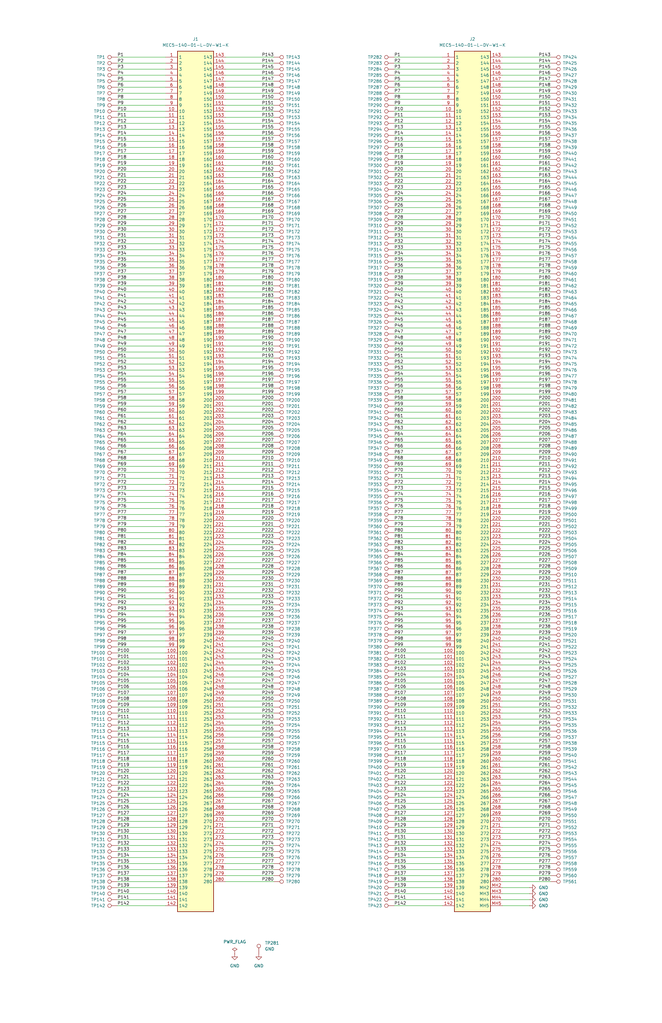
<source format=kicad_sch>
(kicad_sch (version 20250114) (generator "eeschema") (generator_version "9.0")
  (paper "USLedger" portrait)
  (title_block (title "Card Edge Test Board") (date "2025-07-12") (rev "A"))
  (wire (pts (xy 115.57 67.31) (xy 95.25 67.31)))
  (wire (pts (xy 115.57 29.21) (xy 95.25 29.21)))
  (wire (pts (xy 166.37 288.29) (xy 186.69 288.29)))
  (wire (pts (xy 115.57 80.01) (xy 95.25 80.01)))
  (wire (pts (xy 49.53 298.45) (xy 69.85 298.45)))
  (wire (pts (xy 232.41 74.93) (xy 212.09 74.93)))
  (wire (pts (xy 166.37 130.81) (xy 186.69 130.81)))
  (wire (pts (xy 166.37 46.99) (xy 186.69 46.99)))
  (wire (pts (xy 232.41 257.81) (xy 212.09 257.81)))
  (wire (pts (xy 115.57 140.97) (xy 95.25 140.97)))
  (wire (pts (xy 115.57 176.53) (xy 95.25 176.53)))
  (wire (pts (xy 115.57 72.39) (xy 95.25 72.39)))
  (wire (pts (xy 232.41 224.79) (xy 212.09 224.79)))
  (wire (pts (xy 115.57 52.07) (xy 95.25 52.07)))
  (wire (pts (xy 115.57 328.93) (xy 95.25 328.93)))
  (wire (pts (xy 166.37 44.45) (xy 186.69 44.45)))
  (wire (pts (xy 49.53 82.55) (xy 69.85 82.55)))
  (wire (pts (xy 232.41 140.97) (xy 212.09 140.97)))
  (wire (pts (xy 232.41 280.67) (xy 212.09 280.67)))
  (wire (pts (xy 115.57 361.95) (xy 95.25 361.95)))
  (wire (pts (xy 232.41 229.87) (xy 212.09 229.87)))
  (wire (pts (xy 232.41 341.63) (xy 212.09 341.63)))
  (wire (pts (xy 232.41 326.39) (xy 212.09 326.39)))
  (wire (pts (xy 166.37 125.73) (xy 186.69 125.73)))
  (wire (pts (xy 115.57 255.27) (xy 95.25 255.27)))
  (wire (pts (xy 49.53 364.49) (xy 69.85 364.49)))
  (wire (pts (xy 49.53 95.25) (xy 69.85 95.25)))
  (wire (pts (xy 166.37 95.25) (xy 186.69 95.25)))
  (wire (pts (xy 49.53 49.53) (xy 69.85 49.53)))
  (wire (pts (xy 232.41 267.97) (xy 212.09 267.97)))
  (wire (pts (xy 115.57 207.01) (xy 95.25 207.01)))
  (wire (pts (xy 232.41 214.63) (xy 212.09 214.63)))
  (wire (pts (xy 115.57 273.05) (xy 95.25 273.05)))
  (wire (pts (xy 49.53 349.25) (xy 69.85 349.25)))
  (wire (pts (xy 115.57 204.47) (xy 95.25 204.47)))
  (wire (pts (xy 49.53 280.67) (xy 69.85 280.67)))
  (wire (pts (xy 232.41 250.19) (xy 212.09 250.19)))
  (wire (pts (xy 232.41 146.05) (xy 212.09 146.05)))
  (wire (pts (xy 49.53 31.75) (xy 69.85 31.75)))
  (wire (pts (xy 232.41 72.39) (xy 212.09 72.39)))
  (wire (pts (xy 166.37 316.23) (xy 186.69 316.23)))
  (wire (pts (xy 49.53 46.99) (xy 69.85 46.99)))
  (wire (pts (xy 49.53 173.99) (xy 69.85 173.99)))
  (wire (pts (xy 232.41 181.61) (xy 212.09 181.61)))
  (wire (pts (xy 166.37 252.73) (xy 186.69 252.73)))
  (wire (pts (xy 232.41 318.77) (xy 212.09 318.77)))
  (wire (pts (xy 49.53 217.17) (xy 69.85 217.17)))
  (wire (pts (xy 49.53 118.11) (xy 69.85 118.11)))
  (wire (pts (xy 115.57 118.11) (xy 95.25 118.11)))
  (wire (pts (xy 166.37 201.93) (xy 186.69 201.93)))
  (wire (pts (xy 115.57 143.51) (xy 95.25 143.51)))
  (wire (pts (xy 115.57 74.93) (xy 95.25 74.93)))
  (wire (pts (xy 166.37 212.09) (xy 186.69 212.09)))
  (wire (pts (xy 115.57 201.93) (xy 95.25 201.93)))
  (wire (pts (xy 232.41 245.11) (xy 212.09 245.11)))
  (wire (pts (xy 232.41 54.61) (xy 212.09 54.61)))
  (wire (pts (xy 49.53 273.05) (xy 69.85 273.05)))
  (wire (pts (xy 166.37 323.85) (xy 186.69 323.85)))
  (wire (pts (xy 49.53 229.87) (xy 69.85 229.87)))
  (wire (pts (xy 232.41 346.71) (xy 212.09 346.71)))
  (wire (pts (xy 49.53 191.77) (xy 69.85 191.77)))
  (wire (pts (xy 232.41 247.65) (xy 212.09 247.65)))
  (wire (pts (xy 166.37 138.43) (xy 186.69 138.43)))
  (wire (pts (xy 115.57 163.83) (xy 95.25 163.83)))
  (wire (pts (xy 115.57 313.69) (xy 95.25 313.69)))
  (wire (pts (xy 166.37 207.01) (xy 186.69 207.01)))
  (wire (pts (xy 49.53 245.11) (xy 69.85 245.11)))
  (wire (pts (xy 49.53 293.37) (xy 69.85 293.37)))
  (wire (pts (xy 49.53 80.01) (xy 69.85 80.01)))
  (wire (pts (xy 232.41 298.45) (xy 212.09 298.45)))
  (wire (pts (xy 49.53 232.41) (xy 69.85 232.41)))
  (wire (pts (xy 232.41 29.21) (xy 212.09 29.21)))
  (wire (pts (xy 166.37 293.37) (xy 186.69 293.37)))
  (wire (pts (xy 166.37 300.99) (xy 186.69 300.99)))
  (wire (pts (xy 166.37 156.21) (xy 186.69 156.21)))
  (wire (pts (xy 49.53 54.61) (xy 69.85 54.61)))
  (wire (pts (xy 115.57 293.37) (xy 95.25 293.37)))
  (wire (pts (xy 232.41 92.71) (xy 212.09 92.71)))
  (wire (pts (xy 49.53 194.31) (xy 69.85 194.31)))
  (wire (pts (xy 115.57 151.13) (xy 95.25 151.13)))
  (wire (pts (xy 49.53 283.21) (xy 69.85 283.21)))
  (wire (pts (xy 49.53 184.15) (xy 69.85 184.15)))
  (wire (pts (xy 166.37 97.79) (xy 186.69 97.79)))
  (wire (pts (xy 232.41 295.91) (xy 212.09 295.91)))
  (wire (pts (xy 166.37 135.89) (xy 186.69 135.89)))
  (wire (pts (xy 49.53 207.01) (xy 69.85 207.01)))
  (wire (pts (xy 166.37 82.55) (xy 186.69 82.55)))
  (wire (pts (xy 166.37 186.69) (xy 186.69 186.69)))
  (wire (pts (xy 115.57 298.45) (xy 95.25 298.45)))
  (wire (pts (xy 232.41 278.13) (xy 212.09 278.13)))
  (wire (pts (xy 166.37 222.25) (xy 186.69 222.25)))
  (wire (pts (xy 49.53 189.23) (xy 69.85 189.23)))
  (wire (pts (xy 212.09 382.27) (xy 223.52 382.27)))
  (wire (pts (xy 166.37 92.71) (xy 186.69 92.71)))
  (wire (pts (xy 166.37 341.63) (xy 186.69 341.63)))
  (wire (pts (xy 49.53 196.85) (xy 69.85 196.85)))
  (wire (pts (xy 115.57 250.19) (xy 95.25 250.19)))
  (wire (pts (xy 166.37 59.69) (xy 186.69 59.69)))
  (wire (pts (xy 166.37 123.19) (xy 186.69 123.19)))
  (wire (pts (xy 49.53 166.37) (xy 69.85 166.37)))
  (wire (pts (xy 232.41 204.47) (xy 212.09 204.47)))
  (wire (pts (xy 49.53 308.61) (xy 69.85 308.61)))
  (wire (pts (xy 49.53 74.93) (xy 69.85 74.93)))
  (wire (pts (xy 115.57 90.17) (xy 95.25 90.17)))
  (wire (pts (xy 166.37 349.25) (xy 186.69 349.25)))
  (wire (pts (xy 232.41 176.53) (xy 212.09 176.53)))
  (wire (pts (xy 115.57 336.55) (xy 95.25 336.55)))
  (wire (pts (xy 115.57 87.63) (xy 95.25 87.63)))
  (wire (pts (xy 232.41 323.85) (xy 212.09 323.85)))
  (wire (pts (xy 115.57 354.33) (xy 95.25 354.33)))
  (wire (pts (xy 115.57 62.23) (xy 95.25 62.23)))
  (wire (pts (xy 232.41 69.85) (xy 212.09 69.85)))
  (wire (pts (xy 166.37 334.01) (xy 186.69 334.01)))
  (wire (pts (xy 49.53 250.19) (xy 69.85 250.19)))
  (wire (pts (xy 49.53 295.91) (xy 69.85 295.91)))
  (wire (pts (xy 115.57 341.63) (xy 95.25 341.63)))
  (wire (pts (xy 166.37 283.21) (xy 186.69 283.21)))
  (wire (pts (xy 166.37 313.69) (xy 186.69 313.69)))
  (wire (pts (xy 166.37 247.65) (xy 186.69 247.65)))
  (wire (pts (xy 49.53 379.73) (xy 69.85 379.73)))
  (wire (pts (xy 166.37 39.37) (xy 186.69 39.37)))
  (wire (pts (xy 115.57 222.25) (xy 95.25 222.25)))
  (wire (pts (xy 232.41 242.57) (xy 212.09 242.57)))
  (wire (pts (xy 115.57 153.67) (xy 95.25 153.67)))
  (wire (pts (xy 115.57 135.89) (xy 95.25 135.89)))
  (wire (pts (xy 115.57 260.35) (xy 95.25 260.35)))
  (wire (pts (xy 232.41 262.89) (xy 212.09 262.89)))
  (wire (pts (xy 166.37 77.47) (xy 186.69 77.47)))
  (wire (pts (xy 166.37 204.47) (xy 186.69 204.47)))
  (wire (pts (xy 115.57 219.71) (xy 95.25 219.71)))
  (wire (pts (xy 115.57 364.49) (xy 95.25 364.49)))
  (wire (pts (xy 232.41 227.33) (xy 212.09 227.33)))
  (wire (pts (xy 49.53 346.71) (xy 69.85 346.71)))
  (wire (pts (xy 115.57 346.71) (xy 95.25 346.71)))
  (wire (pts (xy 232.41 369.57) (xy 212.09 369.57)))
  (wire (pts (xy 232.41 161.29) (xy 212.09 161.29)))
  (wire (pts (xy 232.41 95.25) (xy 212.09 95.25)))
  (wire (pts (xy 166.37 227.33) (xy 186.69 227.33)))
  (wire (pts (xy 49.53 334.01) (xy 69.85 334.01)))
  (wire (pts (xy 49.53 374.65) (xy 69.85 374.65)))
  (wire (pts (xy 49.53 171.45) (xy 69.85 171.45)))
  (wire (pts (xy 232.41 158.75) (xy 212.09 158.75)))
  (wire (pts (xy 232.41 234.95) (xy 212.09 234.95)))
  (wire (pts (xy 49.53 199.39) (xy 69.85 199.39)))
  (wire (pts (xy 166.37 102.87) (xy 186.69 102.87)))
  (wire (pts (xy 232.41 359.41) (xy 212.09 359.41)))
  (wire (pts (xy 49.53 240.03) (xy 69.85 240.03)))
  (wire (pts (xy 115.57 34.29) (xy 95.25 34.29)))
  (wire (pts (xy 166.37 242.57) (xy 186.69 242.57)))
  (wire (pts (xy 49.53 181.61) (xy 69.85 181.61)))
  (wire (pts (xy 49.53 110.49) (xy 69.85 110.49)))
  (wire (pts (xy 115.57 85.09) (xy 95.25 85.09)))
  (wire (pts (xy 166.37 67.31) (xy 186.69 67.31)))
  (wire (pts (xy 49.53 138.43) (xy 69.85 138.43)))
  (wire (pts (xy 115.57 232.41) (xy 95.25 232.41)))
  (wire (pts (xy 232.41 316.23) (xy 212.09 316.23)))
  (wire (pts (xy 115.57 351.79) (xy 95.25 351.79)))
  (wire (pts (xy 115.57 265.43) (xy 95.25 265.43)))
  (wire (pts (xy 115.57 166.37) (xy 95.25 166.37)))
  (wire (pts (xy 115.57 331.47) (xy 95.25 331.47)))
  (wire (pts (xy 166.37 153.67) (xy 186.69 153.67)))
  (wire (pts (xy 115.57 275.59) (xy 95.25 275.59)))
  (wire (pts (xy 115.57 356.87) (xy 95.25 356.87)))
  (wire (pts (xy 232.41 168.91) (xy 212.09 168.91)))
  (wire (pts (xy 115.57 247.65) (xy 95.25 247.65)))
  (wire (pts (xy 115.57 359.41) (xy 95.25 359.41)))
  (wire (pts (xy 166.37 52.07) (xy 186.69 52.07)))
  (wire (pts (xy 49.53 107.95) (xy 69.85 107.95)))
  (wire (pts (xy 166.37 181.61) (xy 186.69 181.61)))
  (wire (pts (xy 166.37 290.83) (xy 186.69 290.83)))
  (wire (pts (xy 232.41 113.03) (xy 212.09 113.03)))
  (wire (pts (xy 166.37 377.19) (xy 186.69 377.19)))
  (wire (pts (xy 166.37 361.95) (xy 186.69 361.95)))
  (wire (pts (xy 49.53 377.19) (xy 69.85 377.19)))
  (wire (pts (xy 166.37 184.15) (xy 186.69 184.15)))
  (wire (pts (xy 232.41 151.13) (xy 212.09 151.13)))
  (wire (pts (xy 232.41 288.29) (xy 212.09 288.29)))
  (wire (pts (xy 166.37 232.41) (xy 186.69 232.41)))
  (wire (pts (xy 166.37 364.49) (xy 186.69 364.49)))
  (wire (pts (xy 166.37 346.71) (xy 186.69 346.71)))
  (wire (pts (xy 115.57 128.27) (xy 95.25 128.27)))
  (wire (pts (xy 115.57 171.45) (xy 95.25 171.45)))
  (wire (pts (xy 49.53 125.73) (xy 69.85 125.73)))
  (wire (pts (xy 232.41 77.47) (xy 212.09 77.47)))
  (wire (pts (xy 49.53 77.47) (xy 69.85 77.47)))
  (wire (pts (xy 115.57 46.99) (xy 95.25 46.99)))
  (wire (pts (xy 49.53 285.75) (xy 69.85 285.75)))
  (wire (pts (xy 115.57 54.61) (xy 95.25 54.61)))
  (wire (pts (xy 115.57 316.23) (xy 95.25 316.23)))
  (wire (pts (xy 115.57 339.09) (xy 95.25 339.09)))
  (wire (pts (xy 166.37 351.79) (xy 186.69 351.79)))
  (wire (pts (xy 166.37 168.91) (xy 186.69 168.91)))
  (wire (pts (xy 232.41 308.61) (xy 212.09 308.61)))
  (wire (pts (xy 232.41 82.55) (xy 212.09 82.55)))
  (wire (pts (xy 49.53 186.69) (xy 69.85 186.69)))
  (wire (pts (xy 166.37 250.19) (xy 186.69 250.19)))
  (wire (pts (xy 49.53 275.59) (xy 69.85 275.59)))
  (wire (pts (xy 232.41 118.11) (xy 212.09 118.11)))
  (wire (pts (xy 49.53 24.13) (xy 69.85 24.13)))
  (wire (pts (xy 115.57 186.69) (xy 95.25 186.69)))
  (wire (pts (xy 115.57 240.03) (xy 95.25 240.03)))
  (wire (pts (xy 166.37 85.09) (xy 186.69 85.09)))
  (wire (pts (xy 232.41 240.03) (xy 212.09 240.03)))
  (wire (pts (xy 232.41 166.37) (xy 212.09 166.37)))
  (wire (pts (xy 49.53 168.91) (xy 69.85 168.91)))
  (wire (pts (xy 115.57 110.49) (xy 95.25 110.49)))
  (wire (pts (xy 115.57 100.33) (xy 95.25 100.33)))
  (wire (pts (xy 232.41 105.41) (xy 212.09 105.41)))
  (wire (pts (xy 49.53 128.27) (xy 69.85 128.27)))
  (wire (pts (xy 232.41 135.89) (xy 212.09 135.89)))
  (wire (pts (xy 49.53 29.21) (xy 69.85 29.21)))
  (wire (pts (xy 115.57 125.73) (xy 95.25 125.73)))
  (wire (pts (xy 166.37 199.39) (xy 186.69 199.39)))
  (wire (pts (xy 232.41 201.93) (xy 212.09 201.93)))
  (wire (pts (xy 49.53 252.73) (xy 69.85 252.73)))
  (wire (pts (xy 115.57 234.95) (xy 95.25 234.95)))
  (wire (pts (xy 115.57 308.61) (xy 95.25 308.61)))
  (wire (pts (xy 115.57 191.77) (xy 95.25 191.77)))
  (wire (pts (xy 49.53 90.17) (xy 69.85 90.17)))
  (wire (pts (xy 232.41 39.37) (xy 212.09 39.37)))
  (wire (pts (xy 49.53 44.45) (xy 69.85 44.45)))
  (wire (pts (xy 166.37 128.27) (xy 186.69 128.27)))
  (wire (pts (xy 166.37 151.13) (xy 186.69 151.13)))
  (wire (pts (xy 166.37 359.41) (xy 186.69 359.41)))
  (wire (pts (xy 49.53 161.29) (xy 69.85 161.29)))
  (wire (pts (xy 232.41 351.79) (xy 212.09 351.79)))
  (wire (pts (xy 232.41 153.67) (xy 212.09 153.67)))
  (wire (pts (xy 166.37 191.77) (xy 186.69 191.77)))
  (wire (pts (xy 49.53 278.13) (xy 69.85 278.13)))
  (wire (pts (xy 49.53 382.27) (xy 69.85 382.27)))
  (wire (pts (xy 115.57 270.51) (xy 95.25 270.51)))
  (wire (pts (xy 49.53 372.11) (xy 69.85 372.11)))
  (wire (pts (xy 232.41 290.83) (xy 212.09 290.83)))
  (wire (pts (xy 49.53 212.09) (xy 69.85 212.09)))
  (wire (pts (xy 232.41 49.53) (xy 212.09 49.53)))
  (wire (pts (xy 49.53 67.31) (xy 69.85 67.31)))
  (wire (pts (xy 115.57 217.17) (xy 95.25 217.17)))
  (wire (pts (xy 49.53 26.67) (xy 69.85 26.67)))
  (wire (pts (xy 115.57 138.43) (xy 95.25 138.43)))
  (wire (pts (xy 166.37 267.97) (xy 186.69 267.97)))
  (wire (pts (xy 49.53 265.43) (xy 69.85 265.43)))
  (wire (pts (xy 115.57 36.83) (xy 95.25 36.83)))
  (wire (pts (xy 232.41 57.15) (xy 212.09 57.15)))
  (wire (pts (xy 166.37 29.21) (xy 186.69 29.21)))
  (wire (pts (xy 166.37 196.85) (xy 186.69 196.85)))
  (wire (pts (xy 166.37 166.37) (xy 186.69 166.37)))
  (wire (pts (xy 166.37 344.17) (xy 186.69 344.17)))
  (wire (pts (xy 115.57 123.19) (xy 95.25 123.19)))
  (wire (pts (xy 115.57 224.79) (xy 95.25 224.79)))
  (wire (pts (xy 49.53 123.19) (xy 69.85 123.19)))
  (wire (pts (xy 49.53 179.07) (xy 69.85 179.07)))
  (wire (pts (xy 232.41 128.27) (xy 212.09 128.27)))
  (wire (pts (xy 232.41 336.55) (xy 212.09 336.55)))
  (wire (pts (xy 49.53 242.57) (xy 69.85 242.57)))
  (wire (pts (xy 115.57 372.11) (xy 95.25 372.11)))
  (wire (pts (xy 49.53 87.63) (xy 69.85 87.63)))
  (wire (pts (xy 115.57 105.41) (xy 95.25 105.41)))
  (wire (pts (xy 115.57 173.99) (xy 95.25 173.99)))
  (wire (pts (xy 232.41 52.07) (xy 212.09 52.07)))
  (wire (pts (xy 49.53 72.39) (xy 69.85 72.39)))
  (wire (pts (xy 212.09 377.19) (xy 223.52 377.19)))
  (wire (pts (xy 166.37 133.35) (xy 186.69 133.35)))
  (wire (pts (xy 49.53 34.29) (xy 69.85 34.29)))
  (wire (pts (xy 166.37 80.01) (xy 186.69 80.01)))
  (wire (pts (xy 232.41 36.83) (xy 212.09 36.83)))
  (wire (pts (xy 166.37 270.51) (xy 186.69 270.51)))
  (wire (pts (xy 49.53 222.25) (xy 69.85 222.25)))
  (wire (pts (xy 49.53 140.97) (xy 69.85 140.97)))
  (wire (pts (xy 166.37 217.17) (xy 186.69 217.17)))
  (wire (pts (xy 232.41 26.67) (xy 212.09 26.67)))
  (wire (pts (xy 166.37 176.53) (xy 186.69 176.53)))
  (wire (pts (xy 166.37 260.35) (xy 186.69 260.35)))
  (wire (pts (xy 232.41 270.51) (xy 212.09 270.51)))
  (wire (pts (xy 49.53 313.69) (xy 69.85 313.69)))
  (wire (pts (xy 166.37 118.11) (xy 186.69 118.11)))
  (wire (pts (xy 232.41 123.19) (xy 212.09 123.19)))
  (wire (pts (xy 166.37 278.13) (xy 186.69 278.13)))
  (wire (pts (xy 232.41 222.25) (xy 212.09 222.25)))
  (wire (pts (xy 115.57 158.75) (xy 95.25 158.75)))
  (wire (pts (xy 166.37 382.27) (xy 186.69 382.27)))
  (wire (pts (xy 232.41 255.27) (xy 212.09 255.27)))
  (wire (pts (xy 115.57 113.03) (xy 95.25 113.03)))
  (wire (pts (xy 115.57 41.91) (xy 95.25 41.91)))
  (wire (pts (xy 166.37 240.03) (xy 186.69 240.03)))
  (wire (pts (xy 166.37 26.67) (xy 186.69 26.67)))
  (wire (pts (xy 49.53 326.39) (xy 69.85 326.39)))
  (wire (pts (xy 115.57 311.15) (xy 95.25 311.15)))
  (wire (pts (xy 49.53 153.67) (xy 69.85 153.67)))
  (wire (pts (xy 232.41 209.55) (xy 212.09 209.55)))
  (wire (pts (xy 232.41 232.41) (xy 212.09 232.41)))
  (wire (pts (xy 166.37 115.57) (xy 186.69 115.57)))
  (wire (pts (xy 232.41 46.99) (xy 212.09 46.99)))
  (wire (pts (xy 232.41 313.69) (xy 212.09 313.69)))
  (wire (pts (xy 115.57 69.85) (xy 95.25 69.85)))
  (wire (pts (xy 115.57 196.85) (xy 95.25 196.85)))
  (wire (pts (xy 115.57 300.99) (xy 95.25 300.99)))
  (wire (pts (xy 166.37 262.89) (xy 186.69 262.89)))
  (wire (pts (xy 49.53 367.03) (xy 69.85 367.03)))
  (wire (pts (xy 49.53 234.95) (xy 69.85 234.95)))
  (wire (pts (xy 232.41 349.25) (xy 212.09 349.25)))
  (wire (pts (xy 115.57 262.89) (xy 95.25 262.89)))
  (wire (pts (xy 166.37 194.31) (xy 186.69 194.31)))
  (wire (pts (xy 166.37 24.13) (xy 186.69 24.13)))
  (wire (pts (xy 232.41 115.57) (xy 212.09 115.57)))
  (wire (pts (xy 49.53 341.63) (xy 69.85 341.63)))
  (wire (pts (xy 166.37 120.65) (xy 186.69 120.65)))
  (wire (pts (xy 166.37 372.11) (xy 186.69 372.11)))
  (wire (pts (xy 166.37 237.49) (xy 186.69 237.49)))
  (wire (pts (xy 166.37 100.33) (xy 186.69 100.33)))
  (wire (pts (xy 232.41 331.47) (xy 212.09 331.47)))
  (wire (pts (xy 115.57 57.15) (xy 95.25 57.15)))
  (wire (pts (xy 49.53 316.23) (xy 69.85 316.23)))
  (wire (pts (xy 166.37 214.63) (xy 186.69 214.63)))
  (wire (pts (xy 166.37 321.31) (xy 186.69 321.31)))
  (wire (pts (xy 232.41 196.85) (xy 212.09 196.85)))
  (wire (pts (xy 232.41 125.73) (xy 212.09 125.73)))
  (wire (pts (xy 115.57 295.91) (xy 95.25 295.91)))
  (wire (pts (xy 166.37 234.95) (xy 186.69 234.95)))
  (wire (pts (xy 166.37 255.27) (xy 186.69 255.27)))
  (wire (pts (xy 49.53 356.87) (xy 69.85 356.87)))
  (wire (pts (xy 49.53 290.83) (xy 69.85 290.83)))
  (wire (pts (xy 232.41 212.09) (xy 212.09 212.09)))
  (wire (pts (xy 166.37 105.41) (xy 186.69 105.41)))
  (wire (pts (xy 115.57 184.15) (xy 95.25 184.15)))
  (wire (pts (xy 115.57 212.09) (xy 95.25 212.09)))
  (wire (pts (xy 49.53 113.03) (xy 69.85 113.03)))
  (wire (pts (xy 115.57 189.23) (xy 95.25 189.23)))
  (wire (pts (xy 166.37 257.81) (xy 186.69 257.81)))
  (wire (pts (xy 232.41 372.11) (xy 212.09 372.11)))
  (wire (pts (xy 115.57 146.05) (xy 95.25 146.05)))
  (wire (pts (xy 49.53 300.99) (xy 69.85 300.99)))
  (wire (pts (xy 115.57 92.71) (xy 95.25 92.71)))
  (wire (pts (xy 115.57 237.49) (xy 95.25 237.49)))
  (wire (pts (xy 49.53 311.15) (xy 69.85 311.15)))
  (wire (pts (xy 232.41 344.17) (xy 212.09 344.17)))
  (wire (pts (xy 166.37 374.65) (xy 186.69 374.65)))
  (wire (pts (xy 115.57 26.67) (xy 95.25 26.67)))
  (wire (pts (xy 115.57 349.25) (xy 95.25 349.25)))
  (wire (pts (xy 232.41 59.69) (xy 212.09 59.69)))
  (wire (pts (xy 115.57 64.77) (xy 95.25 64.77)))
  (wire (pts (xy 49.53 351.79) (xy 69.85 351.79)))
  (wire (pts (xy 49.53 92.71) (xy 69.85 92.71)))
  (wire (pts (xy 166.37 74.93) (xy 186.69 74.93)))
  (wire (pts (xy 49.53 359.41) (xy 69.85 359.41)))
  (wire (pts (xy 166.37 107.95) (xy 186.69 107.95)))
  (wire (pts (xy 166.37 306.07) (xy 186.69 306.07)))
  (wire (pts (xy 49.53 151.13) (xy 69.85 151.13)))
  (wire (pts (xy 49.53 105.41) (xy 69.85 105.41)))
  (wire (pts (xy 49.53 100.33) (xy 69.85 100.33)))
  (wire (pts (xy 115.57 285.75) (xy 95.25 285.75)))
  (wire (pts (xy 49.53 227.33) (xy 69.85 227.33)))
  (wire (pts (xy 115.57 288.29) (xy 95.25 288.29)))
  (wire (pts (xy 232.41 219.71) (xy 212.09 219.71)))
  (wire (pts (xy 232.41 275.59) (xy 212.09 275.59)))
  (wire (pts (xy 115.57 214.63) (xy 95.25 214.63)))
  (wire (pts (xy 232.41 361.95) (xy 212.09 361.95)))
  (wire (pts (xy 232.41 189.23) (xy 212.09 189.23)))
  (wire (pts (xy 166.37 328.93) (xy 186.69 328.93)))
  (wire (pts (xy 115.57 306.07) (xy 95.25 306.07)))
  (wire (pts (xy 166.37 36.83) (xy 186.69 36.83)))
  (wire (pts (xy 49.53 306.07) (xy 69.85 306.07)))
  (wire (pts (xy 49.53 69.85) (xy 69.85 69.85)))
  (wire (pts (xy 166.37 34.29) (xy 186.69 34.29)))
  (wire (pts (xy 232.41 186.69) (xy 212.09 186.69)))
  (wire (pts (xy 232.41 199.39) (xy 212.09 199.39)))
  (wire (pts (xy 232.41 97.79) (xy 212.09 97.79)))
  (wire (pts (xy 166.37 331.47) (xy 186.69 331.47)))
  (wire (pts (xy 49.53 41.91) (xy 69.85 41.91)))
  (wire (pts (xy 115.57 156.21) (xy 95.25 156.21)))
  (wire (pts (xy 49.53 219.71) (xy 69.85 219.71)))
  (wire (pts (xy 115.57 278.13) (xy 95.25 278.13)))
  (wire (pts (xy 49.53 369.57) (xy 69.85 369.57)))
  (wire (pts (xy 232.41 102.87) (xy 212.09 102.87)))
  (wire (pts (xy 232.41 252.73) (xy 212.09 252.73)))
  (wire (pts (xy 49.53 255.27) (xy 69.85 255.27)))
  (wire (pts (xy 232.41 24.13) (xy 212.09 24.13)))
  (wire (pts (xy 49.53 260.35) (xy 69.85 260.35)))
  (wire (pts (xy 115.57 326.39) (xy 95.25 326.39)))
  (wire (pts (xy 166.37 189.23) (xy 186.69 189.23)))
  (wire (pts (xy 49.53 270.51) (xy 69.85 270.51)))
  (wire (pts (xy 166.37 87.63) (xy 186.69 87.63)))
  (wire (pts (xy 166.37 163.83) (xy 186.69 163.83)))
  (wire (pts (xy 49.53 163.83) (xy 69.85 163.83)))
  (wire (pts (xy 49.53 361.95) (xy 69.85 361.95)))
  (wire (pts (xy 166.37 273.05) (xy 186.69 273.05)))
  (wire (pts (xy 166.37 285.75) (xy 186.69 285.75)))
  (wire (pts (xy 49.53 176.53) (xy 69.85 176.53)))
  (wire (pts (xy 166.37 369.57) (xy 186.69 369.57)))
  (wire (pts (xy 232.41 148.59) (xy 212.09 148.59)))
  (wire (pts (xy 232.41 237.49) (xy 212.09 237.49)))
  (wire (pts (xy 232.41 321.31) (xy 212.09 321.31)))
  (wire (pts (xy 49.53 62.23) (xy 69.85 62.23)))
  (wire (pts (xy 115.57 102.87) (xy 95.25 102.87)))
  (wire (pts (xy 232.41 179.07) (xy 212.09 179.07)))
  (wire (pts (xy 232.41 120.65) (xy 212.09 120.65)))
  (wire (pts (xy 232.41 156.21) (xy 212.09 156.21)))
  (wire (pts (xy 232.41 171.45) (xy 212.09 171.45)))
  (wire (pts (xy 115.57 44.45) (xy 95.25 44.45)))
  (wire (pts (xy 166.37 69.85) (xy 186.69 69.85)))
  (wire (pts (xy 166.37 224.79) (xy 186.69 224.79)))
  (wire (pts (xy 115.57 369.57) (xy 95.25 369.57)))
  (wire (pts (xy 49.53 148.59) (xy 69.85 148.59)))
  (wire (pts (xy 49.53 120.65) (xy 69.85 120.65)))
  (wire (pts (xy 232.41 207.01) (xy 212.09 207.01)))
  (wire (pts (xy 232.41 31.75) (xy 212.09 31.75)))
  (wire (pts (xy 49.53 262.89) (xy 69.85 262.89)))
  (wire (pts (xy 166.37 57.15) (xy 186.69 57.15)))
  (wire (pts (xy 115.57 242.57) (xy 95.25 242.57)))
  (wire (pts (xy 49.53 257.81) (xy 69.85 257.81)))
  (wire (pts (xy 232.41 367.03) (xy 212.09 367.03)))
  (wire (pts (xy 166.37 295.91) (xy 186.69 295.91)))
  (wire (pts (xy 115.57 280.67) (xy 95.25 280.67)))
  (wire (pts (xy 166.37 62.23) (xy 186.69 62.23)))
  (wire (pts (xy 49.53 331.47) (xy 69.85 331.47)))
  (wire (pts (xy 49.53 130.81) (xy 69.85 130.81)))
  (wire (pts (xy 166.37 49.53) (xy 186.69 49.53)))
  (wire (pts (xy 49.53 36.83) (xy 69.85 36.83)))
  (wire (pts (xy 49.53 318.77) (xy 69.85 318.77)))
  (wire (pts (xy 166.37 41.91) (xy 186.69 41.91)))
  (wire (pts (xy 232.41 283.21) (xy 212.09 283.21)))
  (wire (pts (xy 232.41 328.93) (xy 212.09 328.93)))
  (wire (pts (xy 115.57 97.79) (xy 95.25 97.79)))
  (wire (pts (xy 166.37 148.59) (xy 186.69 148.59)))
  (wire (pts (xy 115.57 290.83) (xy 95.25 290.83)))
  (wire (pts (xy 49.53 59.69) (xy 69.85 59.69)))
  (wire (pts (xy 115.57 120.65) (xy 95.25 120.65)))
  (wire (pts (xy 166.37 354.33) (xy 186.69 354.33)))
  (wire (pts (xy 166.37 110.49) (xy 186.69 110.49)))
  (wire (pts (xy 115.57 115.57) (xy 95.25 115.57)))
  (wire (pts (xy 49.53 247.65) (xy 69.85 247.65)))
  (wire (pts (xy 49.53 328.93) (xy 69.85 328.93)))
  (wire (pts (xy 49.53 143.51) (xy 69.85 143.51)))
  (wire (pts (xy 232.41 273.05) (xy 212.09 273.05)))
  (wire (pts (xy 115.57 59.69) (xy 95.25 59.69)))
  (wire (pts (xy 166.37 326.39) (xy 186.69 326.39)))
  (wire (pts (xy 49.53 85.09) (xy 69.85 85.09)))
  (wire (pts (xy 232.41 107.95) (xy 212.09 107.95)))
  (wire (pts (xy 115.57 133.35) (xy 95.25 133.35)))
  (wire (pts (xy 115.57 130.81) (xy 95.25 130.81)))
  (wire (pts (xy 232.41 87.63) (xy 212.09 87.63)))
  (wire (pts (xy 166.37 275.59) (xy 186.69 275.59)))
  (wire (pts (xy 232.41 364.49) (xy 212.09 364.49)))
  (wire (pts (xy 232.41 339.09) (xy 212.09 339.09)))
  (wire (pts (xy 166.37 90.17) (xy 186.69 90.17)))
  (wire (pts (xy 166.37 298.45) (xy 186.69 298.45)))
  (wire (pts (xy 232.41 133.35) (xy 212.09 133.35)))
  (wire (pts (xy 49.53 267.97) (xy 69.85 267.97)))
  (wire (pts (xy 232.41 173.99) (xy 212.09 173.99)))
  (wire (pts (xy 166.37 265.43) (xy 186.69 265.43)))
  (wire (pts (xy 115.57 257.81) (xy 95.25 257.81)))
  (wire (pts (xy 49.53 344.17) (xy 69.85 344.17)))
  (wire (pts (xy 49.53 288.29) (xy 69.85 288.29)))
  (wire (pts (xy 166.37 356.87) (xy 186.69 356.87)))
  (wire (pts (xy 166.37 339.09) (xy 186.69 339.09)))
  (wire (pts (xy 166.37 209.55) (xy 186.69 209.55)))
  (wire (pts (xy 166.37 72.39) (xy 186.69 72.39)))
  (wire (pts (xy 49.53 39.37) (xy 69.85 39.37)))
  (wire (pts (xy 49.53 64.77) (xy 69.85 64.77)))
  (wire (pts (xy 115.57 31.75) (xy 95.25 31.75)))
  (wire (pts (xy 115.57 344.17) (xy 95.25 344.17)))
  (wire (pts (xy 115.57 168.91) (xy 95.25 168.91)))
  (wire (pts (xy 49.53 57.15) (xy 69.85 57.15)))
  (wire (pts (xy 232.41 85.09) (xy 212.09 85.09)))
  (wire (pts (xy 166.37 143.51) (xy 186.69 143.51)))
  (wire (pts (xy 166.37 219.71) (xy 186.69 219.71)))
  (wire (pts (xy 49.53 336.55) (xy 69.85 336.55)))
  (wire (pts (xy 232.41 356.87) (xy 212.09 356.87)))
  (wire (pts (xy 232.41 34.29) (xy 212.09 34.29)))
  (wire (pts (xy 232.41 67.31) (xy 212.09 67.31)))
  (wire (pts (xy 115.57 179.07) (xy 95.25 179.07)))
  (wire (pts (xy 166.37 311.15) (xy 186.69 311.15)))
  (wire (pts (xy 49.53 204.47) (xy 69.85 204.47)))
  (wire (pts (xy 166.37 113.03) (xy 186.69 113.03)))
  (wire (pts (xy 232.41 184.15) (xy 212.09 184.15)))
  (wire (pts (xy 166.37 179.07) (xy 186.69 179.07)))
  (wire (pts (xy 115.57 367.03) (xy 95.25 367.03)))
  (wire (pts (xy 232.41 293.37) (xy 212.09 293.37)))
  (wire (pts (xy 166.37 171.45) (xy 186.69 171.45)))
  (wire (pts (xy 115.57 24.13) (xy 95.25 24.13)))
  (wire (pts (xy 49.53 102.87) (xy 69.85 102.87)))
  (wire (pts (xy 115.57 199.39) (xy 95.25 199.39)))
  (wire (pts (xy 115.57 39.37) (xy 95.25 39.37)))
  (wire (pts (xy 115.57 318.77) (xy 95.25 318.77)))
  (wire (pts (xy 166.37 54.61) (xy 186.69 54.61)))
  (wire (pts (xy 232.41 130.81) (xy 212.09 130.81)))
  (wire (pts (xy 49.53 115.57) (xy 69.85 115.57)))
  (wire (pts (xy 49.53 323.85) (xy 69.85 323.85)))
  (wire (pts (xy 115.57 161.29) (xy 95.25 161.29)))
  (wire (pts (xy 49.53 156.21) (xy 69.85 156.21)))
  (wire (pts (xy 232.41 285.75) (xy 212.09 285.75)))
  (wire (pts (xy 166.37 379.73) (xy 186.69 379.73)))
  (wire (pts (xy 166.37 161.29) (xy 186.69 161.29)))
  (wire (pts (xy 115.57 303.53) (xy 95.25 303.53)))
  (wire (pts (xy 232.41 306.07) (xy 212.09 306.07)))
  (wire (pts (xy 49.53 237.49) (xy 69.85 237.49)))
  (wire (pts (xy 232.41 217.17) (xy 212.09 217.17)))
  (wire (pts (xy 232.41 354.33) (xy 212.09 354.33)))
  (wire (pts (xy 166.37 245.11) (xy 186.69 245.11)))
  (wire (pts (xy 49.53 303.53) (xy 69.85 303.53)))
  (wire (pts (xy 232.41 90.17) (xy 212.09 90.17)))
  (wire (pts (xy 232.41 265.43) (xy 212.09 265.43)))
  (wire (pts (xy 232.41 41.91) (xy 212.09 41.91)))
  (wire (pts (xy 232.41 44.45) (xy 212.09 44.45)))
  (wire (pts (xy 166.37 140.97) (xy 186.69 140.97)))
  (wire (pts (xy 166.37 64.77) (xy 186.69 64.77)))
  (wire (pts (xy 49.53 158.75) (xy 69.85 158.75)))
  (wire (pts (xy 232.41 311.15) (xy 212.09 311.15)))
  (wire (pts (xy 232.41 260.35) (xy 212.09 260.35)))
  (wire (pts (xy 49.53 52.07) (xy 69.85 52.07)))
  (wire (pts (xy 115.57 209.55) (xy 95.25 209.55)))
  (wire (pts (xy 166.37 336.55) (xy 186.69 336.55)))
  (wire (pts (xy 232.41 300.99) (xy 212.09 300.99)))
  (wire (pts (xy 115.57 95.25) (xy 95.25 95.25)))
  (wire (pts (xy 166.37 146.05) (xy 186.69 146.05)))
  (wire (pts (xy 232.41 80.01) (xy 212.09 80.01)))
  (wire (pts (xy 115.57 49.53) (xy 95.25 49.53)))
  (wire (pts (xy 115.57 227.33) (xy 95.25 227.33)))
  (wire (pts (xy 115.57 334.01) (xy 95.25 334.01)))
  (wire (pts (xy 232.41 194.31) (xy 212.09 194.31)))
  (wire (pts (xy 232.41 64.77) (xy 212.09 64.77)))
  (wire (pts (xy 115.57 229.87) (xy 95.25 229.87)))
  (wire (pts (xy 232.41 303.53) (xy 212.09 303.53)))
  (wire (pts (xy 49.53 224.79) (xy 69.85 224.79)))
  (wire (pts (xy 49.53 354.33) (xy 69.85 354.33)))
  (wire (pts (xy 115.57 245.11) (xy 95.25 245.11)))
  (wire (pts (xy 232.41 163.83) (xy 212.09 163.83)))
  (wire (pts (xy 49.53 146.05) (xy 69.85 146.05)))
  (wire (pts (xy 232.41 62.23) (xy 212.09 62.23)))
  (wire (pts (xy 49.53 209.55) (xy 69.85 209.55)))
  (wire (pts (xy 49.53 133.35) (xy 69.85 133.35)))
  (wire (pts (xy 166.37 367.03) (xy 186.69 367.03)))
  (wire (pts (xy 115.57 283.21) (xy 95.25 283.21)))
  (wire (pts (xy 115.57 82.55) (xy 95.25 82.55)))
  (wire (pts (xy 115.57 148.59) (xy 95.25 148.59)))
  (wire (pts (xy 49.53 339.09) (xy 69.85 339.09)))
  (wire (pts (xy 232.41 138.43) (xy 212.09 138.43)))
  (wire (pts (xy 115.57 77.47) (xy 95.25 77.47)))
  (wire (pts (xy 115.57 321.31) (xy 95.25 321.31)))
  (wire (pts (xy 49.53 321.31) (xy 69.85 321.31)))
  (wire (pts (xy 232.41 100.33) (xy 212.09 100.33)))
  (wire (pts (xy 115.57 181.61) (xy 95.25 181.61)))
  (wire (pts (xy 166.37 308.61) (xy 186.69 308.61)))
  (wire (pts (xy 166.37 303.53) (xy 186.69 303.53)))
  (wire (pts (xy 232.41 334.01) (xy 212.09 334.01)))
  (wire (pts (xy 232.41 143.51) (xy 212.09 143.51)))
  (wire (pts (xy 49.53 201.93) (xy 69.85 201.93)))
  (wire (pts (xy 115.57 194.31) (xy 95.25 194.31)))
  (wire (pts (xy 115.57 252.73) (xy 95.25 252.73)))
  (wire (pts (xy 166.37 158.75) (xy 186.69 158.75)))
  (wire (pts (xy 212.09 379.73) (xy 223.52 379.73)))
  (wire (pts (xy 49.53 214.63) (xy 69.85 214.63)))
  (wire (pts (xy 212.09 374.65) (xy 223.52 374.65)))
  (wire (pts (xy 115.57 107.95) (xy 95.25 107.95)))
  (wire (pts (xy 49.53 97.79) (xy 69.85 97.79)))
  (wire (pts (xy 166.37 229.87) (xy 186.69 229.87)))
  (wire (pts (xy 115.57 267.97) (xy 95.25 267.97)))
  (wire (pts (xy 232.41 110.49) (xy 212.09 110.49)))
  (wire (pts (xy 166.37 318.77) (xy 186.69 318.77)))
  (wire (pts (xy 166.37 31.75) (xy 186.69 31.75)))
  (wire (pts (xy 49.53 135.89) (xy 69.85 135.89)))
  (wire (pts (xy 166.37 280.67) (xy 186.69 280.67)))
  (wire (pts (xy 166.37 173.99) (xy 186.69 173.99)))
  (wire (pts (xy 232.41 191.77) (xy 212.09 191.77)))
  (wire (pts (xy 115.57 323.85) (xy 95.25 323.85)))
  (label "P120" (at 49.53 326.39 0))
  (label "P204" (at 232.41 179.07 180))
  (label "P21" (at 49.53 74.93 0))
  (label "P269" (at 232.41 344.17 180))
  (label "P27" (at 166.37 90.17 0))
  (label "P260" (at 115.57 321.31 180))
  (label "P277" (at 115.57 364.49 180))
  (label "P261" (at 232.41 323.85 180))
  (label "P170" (at 115.57 92.71 180))
  (label "P257" (at 232.41 313.69 180))
  (label "P117" (at 49.53 318.77 0))
  (label "P170" (at 232.41 92.71 180))
  (label "P116" (at 166.37 316.23 0))
  (label "P161" (at 232.41 69.85 180))
  (label "P91" (at 166.37 252.73 0))
  (label "P6" (at 166.37 36.83 0))
  (label "P136" (at 166.37 367.03 0))
  (label "P68" (at 49.53 194.31 0))
  (label "P206" (at 115.57 184.15 180))
  (label "P145" (at 232.41 29.21 180))
  (label "P204" (at 115.57 179.07 180))
  (label "P104" (at 49.53 285.75 0))
  (label "P127" (at 49.53 344.17 0))
  (label "P32" (at 49.53 102.87 0))
  (label "P242" (at 232.41 275.59 180))
  (label "P92" (at 49.53 255.27 0))
  (label "P26" (at 166.37 87.63 0))
  (label "P88" (at 49.53 245.11 0))
  (label "P163" (at 232.41 74.93 180))
  (label "P42" (at 49.53 128.27 0))
  (label "P26" (at 49.53 87.63 0))
  (label "P94" (at 166.37 260.35 0))
  (label "P23" (at 166.37 80.01 0))
  (label "P39" (at 166.37 120.65 0))
  (label "P214" (at 232.41 204.47 180))
  (label "P263" (at 232.41 328.93 180))
  (label "P25" (at 166.37 85.09 0))
  (label "P234" (at 115.57 255.27 180))
  (label "P150" (at 115.57 41.91 180))
  (label "P241" (at 232.41 273.05 180))
  (label "P82" (at 166.37 229.87 0))
  (label "P221" (at 115.57 222.25 180))
  (label "P148" (at 115.57 36.83 180))
  (label "P199" (at 115.57 166.37 180))
  (label "P29" (at 49.53 95.25 0))
  (label "P151" (at 232.41 44.45 180))
  (label "P183" (at 115.57 125.73 180))
  (label "P98" (at 49.53 270.51 0))
  (label "P33" (at 166.37 105.41 0))
  (label "P215" (at 115.57 207.01 180))
  (label "P81" (at 49.53 227.33 0))
  (label "P114" (at 166.37 311.15 0))
  (label "P85" (at 166.37 237.49 0))
  (label "P52" (at 49.53 153.67 0))
  (label "P77" (at 166.37 217.17 0))
  (label "P166" (at 232.41 82.55 180))
  (label "P95" (at 49.53 262.89 0))
  (label "P80" (at 49.53 224.79 0))
  (label "P196" (at 115.57 158.75 180))
  (label "P266" (at 115.57 336.55 180))
  (label "P169" (at 115.57 90.17 180))
  (label "P213" (at 115.57 201.93 180))
  (label "P146" (at 115.57 31.75 180))
  (label "P39" (at 49.53 120.65 0))
  (label "P57" (at 166.37 166.37 0))
  (label "P248" (at 232.41 290.83 180))
  (label "P230" (at 232.41 245.11 180))
  (label "P168" (at 232.41 87.63 180))
  (label "P31" (at 49.53 100.33 0))
  (label "P133" (at 49.53 359.41 0))
  (label "P84" (at 166.37 234.95 0))
  (label "P22" (at 49.53 77.47 0))
  (label "P184" (at 115.57 128.27 180))
  (label "P45" (at 49.53 135.89 0))
  (label "P101" (at 166.37 278.13 0))
  (label "P24" (at 49.53 82.55 0))
  (label "P259" (at 115.57 318.77 180))
  (label "P23" (at 49.53 80.01 0))
  (label "P78" (at 166.37 219.71 0))
  (label "P162" (at 115.57 72.39 180))
  (label "P202" (at 115.57 173.99 180))
  (label "P7" (at 166.37 39.37 0))
  (label "P211" (at 232.41 196.85 180))
  (label "P182" (at 232.41 123.19 180))
  (label "P258" (at 115.57 316.23 180))
  (label "P239" (at 232.41 267.97 180))
  (label "P18" (at 166.37 67.31 0))
  (label "P64" (at 166.37 184.15 0))
  (label "P156" (at 115.57 57.15 180))
  (label "P56" (at 49.53 163.83 0))
  (label "P205" (at 115.57 181.61 180))
  (label "P125" (at 166.37 339.09 0))
  (label "P83" (at 166.37 232.41 0))
  (label "P67" (at 166.37 191.77 0))
  (label "P133" (at 166.37 359.41 0))
  (label "P191" (at 232.41 146.05 180))
  (label "P106" (at 49.53 290.83 0))
  (label "P38" (at 166.37 118.11 0))
  (label "P106" (at 166.37 290.83 0))
  (label "P246" (at 115.57 285.75 180))
  (label "P162" (at 232.41 72.39 180))
  (label "P35" (at 166.37 110.49 0))
  (label "P102" (at 49.53 280.67 0))
  (label "P37" (at 49.53 115.57 0))
  (label "P15" (at 166.37 59.69 0))
  (label "P234" (at 232.41 255.27 180))
  (label "P20" (at 166.37 72.39 0))
  (label "P180" (at 232.41 118.11 180))
  (label "P93" (at 49.53 257.81 0))
  (label "P158" (at 115.57 62.23 180))
  (label "P174" (at 115.57 102.87 180))
  (label "P143" (at 115.57 24.13 180))
  (label "P152" (at 115.57 46.99 180))
  (label "P31" (at 166.37 100.33 0))
  (label "P167" (at 232.41 85.09 180))
  (label "P263" (at 115.57 328.93 180))
  (label "P255" (at 115.57 308.61 180))
  (label "P121" (at 49.53 328.93 0))
  (label "P189" (at 232.41 140.97 180))
  (label "P97" (at 49.53 267.97 0))
  (label "P132" (at 49.53 356.87 0))
  (label "P217" (at 115.57 212.09 180))
  (label "P121" (at 166.37 328.93 0))
  (label "P210" (at 232.41 194.31 180))
  (label "P144" (at 232.41 26.67 180))
  (label "P1" (at 166.37 24.13 0))
  (label "P119" (at 166.37 323.85 0))
  (label "P153" (at 232.41 49.53 180))
  (label "P11" (at 49.53 49.53 0))
  (label "P198" (at 115.57 163.83 180))
  (label "P176" (at 115.57 107.95 180))
  (label "P240" (at 232.41 270.51 180))
  (label "P249" (at 115.57 293.37 180))
  (label "P15" (at 49.53 59.69 0))
  (label "P111" (at 49.53 303.53 0))
  (label "P68" (at 166.37 194.31 0))
  (label "P72" (at 49.53 204.47 0))
  (label "P21" (at 166.37 74.93 0))
  (label "P248" (at 115.57 290.83 180))
  (label "P244" (at 115.57 280.67 180))
  (label "P216" (at 232.41 209.55 180))
  (label "P22" (at 166.37 77.47 0))
  (label "P183" (at 232.41 125.73 180))
  (label "P143" (at 232.41 24.13 180))
  (label "P99" (at 166.37 273.05 0))
  (label "P231" (at 115.57 247.65 180))
  (label "P272" (at 232.41 351.79 180))
  (label "P38" (at 49.53 118.11 0))
  (label "P188" (at 115.57 138.43 180))
  (label "P63" (at 166.37 181.61 0))
  (label "P235" (at 232.41 257.81 180))
  (label "P256" (at 232.41 311.15 180))
  (label "P160" (at 115.57 67.31 180))
  (label "P87" (at 49.53 242.57 0))
  (label "P66" (at 166.37 189.23 0))
  (label "P116" (at 49.53 316.23 0))
  (label "P217" (at 232.41 212.09 180))
  (label "P30" (at 49.53 97.79 0))
  (label "P190" (at 115.57 143.51 180))
  (label "P233" (at 115.57 252.73 180))
  (label "P199" (at 232.41 166.37 180))
  (label "P123" (at 49.53 334.01 0))
  (label "P109" (at 166.37 298.45 0))
  (label "P195" (at 115.57 156.21 180))
  (label "P74" (at 166.37 209.55 0))
  (label "P157" (at 115.57 59.69 180))
  (label "P253" (at 232.41 303.53 180))
  (label "P185" (at 232.41 130.81 180))
  (label "P229" (at 115.57 242.57 180))
  (label "P172" (at 115.57 97.79 180))
  (label "P257" (at 115.57 313.69 180))
  (label "P108" (at 166.37 295.91 0))
  (label "P147" (at 232.41 34.29 180))
  (label "P156" (at 232.41 57.15 180))
  (label "P113" (at 49.53 308.61 0))
  (label "P236" (at 232.41 260.35 180))
  (label "P110" (at 49.53 300.99 0))
  (label "P253" (at 115.57 303.53 180))
  (label "P115" (at 166.37 313.69 0))
  (label "P177" (at 232.41 110.49 180))
  (label "P149" (at 115.57 39.37 180))
  (label "P16" (at 166.37 62.23 0))
  (label "P93" (at 166.37 257.81 0))
  (label "P124" (at 166.37 336.55 0))
  (label "P92" (at 166.37 255.27 0))
  (label "P13" (at 49.53 54.61 0))
  (label "P278" (at 232.41 367.03 180))
  (label "P264" (at 115.57 331.47 180))
  (label "P256" (at 115.57 311.15 180))
  (label "P160" (at 232.41 67.31 180))
  (label "P88" (at 166.37 245.11 0))
  (label "P146" (at 232.41 31.75 180))
  (label "P110" (at 166.37 300.99 0))
  (label "P252" (at 232.41 300.99 180))
  (label "P145" (at 115.57 29.21 180))
  (label "P222" (at 232.41 224.79 180))
  (label "P155" (at 115.57 54.61 180))
  (label "P171" (at 115.57 95.25 180))
  (label "P181" (at 232.41 120.65 180))
  (label "P10" (at 49.53 46.99 0))
  (label "P73" (at 166.37 207.01 0))
  (label "P51" (at 166.37 151.13 0))
  (label "P230" (at 115.57 245.11 180))
  (label "P76" (at 49.53 214.63 0))
  (label "P53" (at 49.53 156.21 0))
  (label "P276" (at 115.57 361.95 180))
  (label "P7" (at 49.53 39.37 0))
  (label "P117" (at 166.37 318.77 0))
  (label "P136" (at 49.53 367.03 0))
  (label "P193" (at 232.41 151.13 180))
  (label "P90" (at 166.37 250.19 0))
  (label "P159" (at 232.41 64.77 180))
  (label "P105" (at 49.53 288.29 0))
  (label "P75" (at 49.53 212.09 0))
  (label "P5" (at 49.53 34.29 0))
  (label "P35" (at 49.53 110.49 0))
  (label "P27" (at 49.53 90.17 0))
  (label "P194" (at 115.57 153.67 180))
  (label "P274" (at 115.57 356.87 180))
  (label "P242" (at 115.57 275.59 180))
  (label "P28" (at 49.53 92.71 0))
  (label "P105" (at 166.37 288.29 0))
  (label "P273" (at 115.57 354.33 180))
  (label "P58" (at 49.53 168.91 0))
  (label "P48" (at 166.37 143.51 0))
  (label "P270" (at 115.57 346.71 180))
  (label "P166" (at 115.57 82.55 180))
  (label "P135" (at 166.37 364.49 0))
  (label "P140" (at 49.53 377.19 0))
  (label "P233" (at 232.41 252.73 180))
  (label "P172" (at 232.41 97.79 180))
  (label "P238" (at 115.57 265.43 180))
  (label "P32" (at 166.37 102.87 0))
  (label "P179" (at 115.57 115.57 180))
  (label "P43" (at 166.37 130.81 0))
  (label "P247" (at 115.57 288.29 180))
  (label "P184" (at 232.41 128.27 180))
  (label "P95" (at 166.37 262.89 0))
  (label "P9" (at 166.37 44.45 0))
  (label "P51" (at 49.53 151.13 0))
  (label "P138" (at 166.37 372.11 0))
  (label "P200" (at 232.41 168.91 180))
  (label "P270" (at 232.41 346.71 180))
  (label "P112" (at 49.53 306.07 0))
  (label "P86" (at 166.37 240.03 0))
  (label "P8" (at 49.53 41.91 0))
  (label "P126" (at 49.53 341.63 0))
  (label "P19" (at 166.37 69.85 0))
  (label "P177" (at 115.57 110.49 180))
  (label "P186" (at 232.41 133.35 180))
  (label "P164" (at 232.41 77.47 180))
  (label "P201" (at 232.41 171.45 180))
  (label "P120" (at 166.37 326.39 0))
  (label "P215" (at 232.41 207.01 180))
  (label "P154" (at 232.41 52.07 180))
  (label "P30" (at 166.37 97.79 0))
  (label "P198" (at 232.41 163.83 180))
  (label "P91" (at 49.53 252.73 0))
  (label "P40" (at 166.37 123.19 0))
  (label "P44" (at 166.37 133.35 0))
  (label "P173" (at 115.57 100.33 180))
  (label "P238" (at 232.41 265.43 180))
  (label "P144" (at 115.57 26.67 180))
  (label "P229" (at 232.41 242.57 180))
  (label "P83" (at 49.53 232.41 0))
  (label "P119" (at 49.53 323.85 0))
  (label "P47" (at 49.53 140.97 0))
  (label "P130" (at 166.37 351.79 0))
  (label "P232" (at 232.41 250.19 180))
  (label "P141" (at 49.53 379.73 0))
  (label "P40" (at 49.53 123.19 0))
  (label "P56" (at 166.37 163.83 0))
  (label "P125" (at 49.53 339.09 0))
  (label "P266" (at 232.41 336.55 180))
  (label "P69" (at 166.37 196.85 0))
  (label "P128" (at 49.53 346.71 0))
  (label "P269" (at 115.57 344.17 180))
  (label "P1" (at 49.53 24.13 0))
  (label "P59" (at 49.53 171.45 0))
  (label "P231" (at 232.41 247.65 180))
  (label "P232" (at 115.57 250.19 180))
  (label "P118" (at 49.53 321.31 0))
  (label "P243" (at 115.57 278.13 180))
  (label "P12" (at 49.53 52.07 0))
  (label "P192" (at 232.41 148.59 180))
  (label "P101" (at 49.53 278.13 0))
  (label "P175" (at 232.41 105.41 180))
  (label "P168" (at 115.57 87.63 180))
  (label "P46" (at 49.53 138.43 0))
  (label "P161" (at 115.57 69.85 180))
  (label "P98" (at 166.37 270.51 0))
  (label "P134" (at 49.53 361.95 0))
  (label "P62" (at 49.53 179.07 0))
  (label "P218" (at 115.57 214.63 180))
  (label "P61" (at 166.37 176.53 0))
  (label "P61" (at 49.53 176.53 0))
  (label "P87" (at 166.37 242.57 0))
  (label "P123" (at 166.37 334.01 0))
  (label "P49" (at 49.53 146.05 0))
  (label "P255" (at 232.41 308.61 180))
  (label "P99" (at 49.53 273.05 0))
  (label "P223" (at 232.41 227.33 180))
  (label "P65" (at 49.53 186.69 0))
  (label "P49" (at 166.37 146.05 0))
  (label "P124" (at 49.53 336.55 0))
  (label "P202" (at 232.41 173.99 180))
  (label "P273" (at 232.41 354.33 180))
  (label "P104" (at 166.37 285.75 0))
  (label "P150" (at 232.41 41.91 180))
  (label "P244" (at 232.41 280.67 180))
  (label "P60" (at 49.53 173.99 0))
  (label "P188" (at 232.41 138.43 180))
  (label "P182" (at 115.57 123.19 180))
  (label "P272" (at 115.57 351.79 180))
  (label "P165" (at 115.57 80.01 180))
  (label "P48" (at 49.53 143.51 0))
  (label "P131" (at 49.53 354.33 0))
  (label "P142" (at 166.37 382.27 0))
  (label "P72" (at 166.37 204.47 0))
  (label "P62" (at 166.37 179.07 0))
  (label "P280" (at 115.57 372.11 180))
  (label "P70" (at 49.53 199.39 0))
  (label "P228" (at 115.57 240.03 180))
  (label "P134" (at 166.37 361.95 0))
  (label "P205" (at 232.41 181.61 180))
  (label "P9" (at 49.53 44.45 0))
  (label "P167" (at 115.57 85.09 180))
  (label "P254" (at 232.41 306.07 180))
  (label "P153" (at 115.57 49.53 180))
  (label "P10" (at 166.37 46.99 0))
  (label "P175" (at 115.57 105.41 180))
  (label "P81" (at 166.37 227.33 0))
  (label "P275" (at 115.57 359.41 180))
  (label "P50" (at 166.37 148.59 0))
  (label "P236" (at 115.57 260.35 180))
  (label "P186" (at 115.57 133.35 180))
  (label "P222" (at 115.57 224.79 180))
  (label "P6" (at 49.53 36.83 0))
  (label "P44" (at 49.53 133.35 0))
  (label "P41" (at 166.37 125.73 0))
  (label "P265" (at 232.41 334.01 180))
  (label "P34" (at 49.53 107.95 0))
  (label "P240" (at 115.57 270.51 180))
  (label "P82" (at 49.53 229.87 0))
  (label "P261" (at 115.57 323.85 180))
  (label "P246" (at 232.41 285.75 180))
  (label "P45" (at 166.37 135.89 0))
  (label "P86" (at 49.53 240.03 0))
  (label "P271" (at 115.57 349.25 180))
  (label "P58" (at 166.37 168.91 0))
  (label "P4" (at 166.37 31.75 0))
  (label "P24" (at 166.37 82.55 0))
  (label "P20" (at 49.53 72.39 0))
  (label "P262" (at 115.57 326.39 180))
  (label "P55" (at 166.37 161.29 0))
  (label "P279" (at 115.57 369.57 180))
  (label "P206" (at 232.41 184.15 180))
  (label "P64" (at 49.53 184.15 0))
  (label "P278" (at 115.57 367.03 180))
  (label "P85" (at 49.53 237.49 0))
  (label "P235" (at 115.57 257.81 180))
  (label "P216" (at 115.57 209.55 180))
  (label "P114" (at 49.53 311.15 0))
  (label "P181" (at 115.57 120.65 180))
  (label "P50" (at 49.53 148.59 0))
  (label "P275" (at 232.41 359.41 180))
  (label "P138" (at 49.53 372.11 0))
  (label "P209" (at 232.41 191.77 180))
  (label "P79" (at 49.53 222.25 0))
  (label "P96" (at 49.53 265.43 0))
  (label "P225" (at 232.41 232.41 180))
  (label "P34" (at 166.37 107.95 0))
  (label "P63" (at 49.53 181.61 0))
  (label "P176" (at 232.41 107.95 180))
  (label "P55" (at 49.53 161.29 0))
  (label "P131" (at 166.37 354.33 0))
  (label "P8" (at 166.37 41.91 0))
  (label "P241" (at 115.57 273.05 180))
  (label "P226" (at 232.41 234.95 180))
  (label "P200" (at 115.57 168.91 180))
  (label "P137" (at 166.37 369.57 0))
  (label "P53" (at 166.37 156.21 0))
  (label "P214" (at 115.57 204.47 180))
  (label "P212" (at 115.57 199.39 180))
  (label "P158" (at 232.41 62.23 180))
  (label "P12" (at 166.37 52.07 0))
  (label "P251" (at 115.57 298.45 180))
  (label "P251" (at 232.41 298.45 180))
  (label "P157" (at 232.41 59.69 180))
  (label "P36" (at 49.53 113.03 0))
  (label "P108" (at 49.53 295.91 0))
  (label "P274" (at 232.41 356.87 180))
  (label "P250" (at 115.57 295.91 180))
  (label "P219" (at 115.57 217.17 180))
  (label "P65" (at 166.37 186.69 0))
  (label "P209" (at 115.57 191.77 180))
  (label "P17" (at 166.37 64.77 0))
  (label "P190" (at 232.41 143.51 180))
  (label "P208" (at 232.41 189.23 180))
  (label "P96" (at 166.37 265.43 0))
  (label "P271" (at 232.41 349.25 180))
  (label "P42" (at 166.37 128.27 0))
  (label "P127" (at 166.37 344.17 0))
  (label "P187" (at 232.41 135.89 180))
  (label "P260" (at 232.41 321.31 180))
  (label "P47" (at 166.37 140.97 0))
  (label "P193" (at 115.57 151.13 180))
  (label "P237" (at 232.41 262.89 180))
  (label "P111" (at 166.37 303.53 0))
  (label "P265" (at 115.57 334.01 180))
  (label "P122" (at 166.37 331.47 0))
  (label "P224" (at 115.57 229.87 180))
  (label "P154" (at 115.57 52.07 180))
  (label "P80" (at 166.37 224.79 0))
  (label "P268" (at 232.41 341.63 180))
  (label "P67" (at 49.53 191.77 0))
  (label "P102" (at 166.37 280.67 0))
  (label "P122" (at 49.53 331.47 0))
  (label "P70" (at 166.37 199.39 0))
  (label "P109" (at 49.53 298.45 0))
  (label "P148" (at 232.41 36.83 180))
  (label "P59" (at 166.37 171.45 0))
  (label "P169" (at 232.41 90.17 180))
  (label "P13" (at 166.37 54.61 0))
  (label "P211" (at 115.57 196.85 180))
  (label "P97" (at 166.37 267.97 0))
  (label "P33" (at 49.53 105.41 0))
  (label "P46" (at 166.37 138.43 0))
  (label "P90" (at 49.53 250.19 0))
  (label "P254" (at 115.57 306.07 180))
  (label "P73" (at 49.53 207.01 0))
  (label "P259" (at 232.41 318.77 180))
  (label "P66" (at 49.53 189.23 0))
  (label "P250" (at 232.41 295.91 180))
  (label "P11" (at 166.37 49.53 0))
  (label "P187" (at 115.57 135.89 180))
  (label "P207" (at 115.57 186.69 180))
  (label "P71" (at 166.37 201.93 0))
  (label "P185" (at 115.57 130.81 180))
  (label "P5" (at 166.37 34.29 0))
  (label "P140" (at 166.37 377.19 0))
  (label "P100" (at 166.37 275.59 0))
  (label "P178" (at 232.41 113.03 180))
  (label "P76" (at 166.37 214.63 0))
  (label "P3" (at 49.53 29.21 0))
  (label "P267" (at 115.57 339.09 180))
  (label "P189" (at 115.57 140.97 180))
  (label "P135" (at 49.53 364.49 0))
  (label "P159" (at 115.57 64.77 180))
  (label "P165" (at 232.41 80.01 180))
  (label "P243" (at 232.41 278.13 180))
  (label "P276" (at 232.41 361.95 180))
  (label "P84" (at 49.53 234.95 0))
  (label "P201" (at 115.57 171.45 180))
  (label "P258" (at 232.41 316.23 180))
  (label "P126" (at 166.37 341.63 0))
  (label "P141" (at 166.37 379.73 0))
  (label "P208" (at 115.57 189.23 180))
  (label "P132" (at 166.37 356.87 0))
  (label "P155" (at 232.41 54.61 180))
  (label "P43" (at 49.53 130.81 0))
  (label "P279" (at 232.41 369.57 180))
  (label "P192" (at 115.57 148.59 180))
  (label "P100" (at 49.53 275.59 0))
  (label "P223" (at 115.57 227.33 180))
  (label "P197" (at 115.57 161.29 180))
  (label "P19" (at 49.53 69.85 0))
  (label "P147" (at 115.57 34.29 180))
  (label "P219" (at 232.41 217.17 180))
  (label "P139" (at 49.53 374.65 0))
  (label "P210" (at 115.57 194.31 180))
  (label "P197" (at 232.41 161.29 180))
  (label "P118" (at 166.37 321.31 0))
  (label "P280" (at 232.41 372.11 180))
  (label "P79" (at 166.37 222.25 0))
  (label "P142" (at 49.53 382.27 0))
  (label "P128" (at 166.37 346.71 0))
  (label "P14" (at 166.37 57.15 0))
  (label "P228" (at 232.41 240.03 180))
  (label "P149" (at 232.41 39.37 180))
  (label "P267" (at 232.41 339.09 180))
  (label "P129" (at 49.53 349.25 0))
  (label "P237" (at 115.57 262.89 180))
  (label "P220" (at 115.57 219.71 180))
  (label "P14" (at 49.53 57.15 0))
  (label "P29" (at 166.37 95.25 0))
  (label "P130" (at 49.53 351.79 0))
  (label "P69" (at 49.53 196.85 0))
  (label "P18" (at 49.53 67.31 0))
  (label "P2" (at 49.53 26.67 0))
  (label "P203" (at 115.57 176.53 180))
  (label "P74" (at 49.53 209.55 0))
  (label "P196" (at 232.41 158.75 180))
  (label "P178" (at 115.57 113.03 180))
  (label "P268" (at 115.57 341.63 180))
  (label "P37" (at 166.37 115.57 0))
  (label "P77" (at 49.53 217.17 0))
  (label "P249" (at 232.41 293.37 180))
  (label "P107" (at 49.53 293.37 0))
  (label "P137" (at 49.53 369.57 0))
  (label "P180" (at 115.57 118.11 180))
  (label "P2" (at 166.37 26.67 0))
  (label "P115" (at 49.53 313.69 0))
  (label "P89" (at 49.53 247.65 0))
  (label "P94" (at 49.53 260.35 0))
  (label "P227" (at 115.57 237.49 180))
  (label "P25" (at 49.53 85.09 0))
  (label "P89" (at 166.37 247.65 0))
  (label "P191" (at 115.57 146.05 180))
  (label "P264" (at 232.41 331.47 180))
  (label "P57" (at 49.53 166.37 0))
  (label "P129" (at 166.37 349.25 0))
  (label "P4" (at 49.53 31.75 0))
  (label "P103" (at 166.37 283.21 0))
  (label "P17" (at 49.53 64.77 0))
  (label "P227" (at 232.41 237.49 180))
  (label "P173" (at 232.41 100.33 180))
  (label "P245" (at 232.41 283.21 180))
  (label "P239" (at 115.57 267.97 180))
  (label "P226" (at 115.57 234.95 180))
  (label "P194" (at 232.41 153.67 180))
  (label "P225" (at 115.57 232.41 180))
  (label "P78" (at 49.53 219.71 0))
  (label "P152" (at 232.41 46.99 180))
  (label "P103" (at 49.53 283.21 0))
  (label "P220" (at 232.41 219.71 180))
  (label "P262" (at 232.41 326.39 180))
  (label "P41" (at 49.53 125.73 0))
  (label "P139" (at 166.37 374.65 0))
  (label "P16" (at 49.53 62.23 0))
  (label "P247" (at 232.41 288.29 180))
  (label "P179" (at 232.41 115.57 180))
  (label "P163" (at 115.57 74.93 180))
  (label "P218" (at 232.41 214.63 180))
  (label "P207" (at 232.41 186.69 180))
  (label "P28" (at 166.37 92.71 0))
  (label "P113" (at 166.37 308.61 0))
  (label "P203" (at 232.41 176.53 180))
  (label "P3" (at 166.37 29.21 0))
  (label "P112" (at 166.37 306.07 0))
  (label "P60" (at 166.37 173.99 0))
  (label "P75" (at 166.37 212.09 0))
  (label "P107" (at 166.37 293.37 0))
  (label "P151" (at 115.57 44.45 180))
  (label "P71" (at 49.53 201.93 0))
  (label "P252" (at 115.57 300.99 180))
  (label "P54" (at 166.37 158.75 0))
  (label "P54" (at 49.53 158.75 0))
  (label "P277" (at 232.41 364.49 180))
  (label "P212" (at 232.41 199.39 180))
  (label "P52" (at 166.37 153.67 0))
  (label "P221" (at 232.41 222.25 180))
  (label "P224" (at 232.41 229.87 180))
  (label "P245" (at 115.57 283.21 180))
  (label "P164" (at 115.57 77.47 180))
  (label "P213" (at 232.41 201.93 180))
  (label "P171" (at 232.41 95.25 180))
  (label "P36" (at 166.37 113.03 0))
  (label "P195" (at 232.41 156.21 180))
  (label "P174" (at 232.41 102.87 180))
  (symbol (lib_id "Connector:TestPoint") (at 166.37 161.29 90) (mirror x) (unit 1)
    (property "Reference" "TP336" (at 161.29 161.29 90) (effects (justify left)))
    (property "Footprint" "TestPoint:TestPoint_Pad_D1.0mm" (effects (hide yes)))
    (property "Description" "test point" (effects (hide yes)))
  )
  (symbol (lib_id "Connector:TestPoint") (at 166.37 158.75 90) (mirror x) (unit 1)
    (property "Reference" "TP335" (at 161.29 158.75 90) (effects (justify left)))
    (property "Footprint" "TestPoint:TestPoint_Pad_D1.0mm" (effects (hide yes)))
    (property "Description" "test point" (effects (hide yes)))
  )
  (symbol (lib_id "Connector:TestPoint") (at 232.41 173.99 270) (unit 1)
    (property "Reference" "TP483" (at 237.49 173.99 90) (effects (justify left)))
    (property "Footprint" "TestPoint:TestPoint_Pad_D1.0mm" (effects (hide yes)))
    (property "Description" "test point" (effects (hide yes)))
  )
  (symbol (lib_id "Connector:TestPoint") (at 232.41 163.83 270) (unit 1)
    (property "Reference" "TP479" (at 237.49 163.83 90) (effects (justify left)))
    (property "Footprint" "TestPoint:TestPoint_Pad_D1.0mm" (effects (hide yes)))
    (property "Description" "test point" (effects (hide yes)))
  )
  (symbol (lib_id "Connector:TestPoint") (at 115.57 44.45 270) (unit 1)
    (property "Reference" "TP151" (at 120.65 44.45 90) (effects (justify left)))
    (property "Footprint" "TestPoint:TestPoint_Pad_D1.0mm" (effects (hide yes)))
    (property "Description" "test point" (effects (hide yes)))
  )
  (symbol (lib_id "Connector:TestPoint") (at 49.53 374.65 90) (mirror x) (unit 1)
    (property "Reference" "TP139" (at 44.45 374.65 90) (effects (justify left)))
    (property "Footprint" "TestPoint:TestPoint_Pad_D1.0mm" (effects (hide yes)))
    (property "Description" "test point" (effects (hide yes)))
  )
  (symbol (lib_id "Connector:TestPoint") (at 49.53 293.37 90) (mirror x) (unit 1)
    (property "Reference" "TP107" (at 44.45 293.37 90) (effects (justify left)))
    (property "Footprint" "TestPoint:TestPoint_Pad_D1.0mm" (effects (hide yes)))
    (property "Description" "test point" (effects (hide yes)))
  )
  (symbol (lib_id "Connector:TestPoint") (at 115.57 240.03 270) (unit 1)
    (property "Reference" "TP228" (at 120.65 240.03 90) (effects (justify left)))
    (property "Footprint" "TestPoint:TestPoint_Pad_D1.0mm" (effects (hide yes)))
    (property "Description" "test point" (effects (hide yes)))
  )
  (symbol (lib_id "Connector:TestPoint") (at 166.37 82.55 90) (mirror x) (unit 1)
    (property "Reference" "TP305" (at 161.29 82.55 90) (effects (justify left)))
    (property "Footprint" "TestPoint:TestPoint_Pad_D1.0mm" (effects (hide yes)))
    (property "Description" "test point" (effects (hide yes)))
  )
  (symbol (lib_id "Connector:TestPoint") (at 166.37 351.79 90) (mirror x) (unit 1)
    (property "Reference" "TP411" (at 161.29 351.79 90) (effects (justify left)))
    (property "Footprint" "TestPoint:TestPoint_Pad_D1.0mm" (effects (hide yes)))
    (property "Description" "test point" (effects (hide yes)))
  )
  (symbol (lib_id "Connector:TestPoint") (at 115.57 224.79 270) (unit 1)
    (property "Reference" "TP222" (at 120.65 224.79 90) (effects (justify left)))
    (property "Footprint" "TestPoint:TestPoint_Pad_D1.0mm" (effects (hide yes)))
    (property "Description" "test point" (effects (hide yes)))
  )
  (symbol (lib_id "power:GND") (at 99.06 402.59 0) (unit 1)
    (property "Reference" "#PWR05" (effects (hide yes)))
    (property "Value" "GND" (at 99.06 407.67 0))
    (property "Description" "Power symbol creates a global label with name \"GND\" , ground" (effects (hide yes)))
  )
  (symbol (lib_id "Connector:TestPoint") (at 232.41 196.85 270) (unit 1)
    (property "Reference" "TP492" (at 237.49 196.85 90) (effects (justify left)))
    (property "Footprint" "TestPoint:TestPoint_Pad_D1.0mm" (effects (hide yes)))
    (property "Description" "test point" (effects (hide yes)))
  )
  (symbol (lib_id "Connector:TestPoint") (at 166.37 359.41 90) (mirror x) (unit 1)
    (property "Reference" "TP414" (at 161.29 359.41 90) (effects (justify left)))
    (property "Footprint" "TestPoint:TestPoint_Pad_D1.0mm" (effects (hide yes)))
    (property "Description" "test point" (effects (hide yes)))
  )
  (symbol (lib_id "Connector:TestPoint") (at 115.57 59.69 270) (unit 1)
    (property "Reference" "TP157" (at 120.65 59.69 90) (effects (justify left)))
    (property "Footprint" "TestPoint:TestPoint_Pad_D1.0mm" (effects (hide yes)))
    (property "Description" "test point" (effects (hide yes)))
  )
  (symbol (lib_id "Connector:TestPoint") (at 166.37 176.53 90) (mirror x) (unit 1)
    (property "Reference" "TP342" (at 161.29 176.53 90) (effects (justify left)))
    (property "Footprint" "TestPoint:TestPoint_Pad_D1.0mm" (effects (hide yes)))
    (property "Description" "test point" (effects (hide yes)))
  )
  (symbol (lib_id "Connector:TestPoint") (at 49.53 331.47 90) (mirror x) (unit 1)
    (property "Reference" "TP122" (at 44.45 331.47 90) (effects (justify left)))
    (property "Footprint" "TestPoint:TestPoint_Pad_D1.0mm" (effects (hide yes)))
    (property "Description" "test point" (effects (hide yes)))
  )
  (symbol (lib_id "power:GND") (at 223.52 377.19 90) (unit 1)
    (property "Reference" "#PWR02" (effects (hide yes)))
    (property "Value" "GND" (at 227.33 377.1899 90) (effects (justify right)))
    (property "Description" "Power symbol creates a global label with name \"GND\" , ground" (effects (hide yes)))
  )
  (symbol (lib_id "Connector:TestPoint") (at 49.53 361.95 90) (mirror x) (unit 1)
    (property "Reference" "TP134" (at 44.45 361.95 90) (effects (justify left)))
    (property "Footprint" "TestPoint:TestPoint_Pad_D1.0mm" (effects (hide yes)))
    (property "Description" "test point" (effects (hide yes)))
  )
  (symbol (lib_id "Connector:TestPoint") (at 49.53 372.11 90) (mirror x) (unit 1)
    (property "Reference" "TP138" (at 44.45 372.11 90) (effects (justify left)))
    (property "Footprint" "TestPoint:TestPoint_Pad_D1.0mm" (effects (hide yes)))
    (property "Description" "test point" (effects (hide yes)))
  )
  (symbol (lib_id "Connector:TestPoint") (at 232.41 372.11 270) (unit 1)
    (property "Reference" "TP561" (at 237.49 372.11 90) (effects (justify left)))
    (property "Footprint" "TestPoint:TestPoint_Pad_D1.0mm" (effects (hide yes)))
    (property "Description" "test point" (effects (hide yes)))
  )
  (symbol (lib_id "Connector:TestPoint") (at 115.57 143.51 270) (unit 1)
    (property "Reference" "TP190" (at 120.65 143.51 90) (effects (justify left)))
    (property "Footprint" "TestPoint:TestPoint_Pad_D1.0mm" (effects (hide yes)))
    (property "Description" "test point" (effects (hide yes)))
  )
  (symbol (lib_id "Connector:TestPoint") (at 49.53 31.75 90) (mirror x) (unit 1)
    (property "Reference" "TP4" (at 44.45 31.75 90) (effects (justify left)))
    (property "Footprint" "TestPoint:TestPoint_Pad_D1.0mm" (effects (hide yes)))
    (property "Description" "test point" (effects (hide yes)))
  )
  (symbol (lib_id "Connector:TestPoint") (at 49.53 240.03 90) (mirror x) (unit 1)
    (property "Reference" "TP86" (at 44.45 240.03 90) (effects (justify left)))
    (property "Footprint" "TestPoint:TestPoint_Pad_D1.0mm" (effects (hide yes)))
    (property "Description" "test point" (effects (hide yes)))
  )
  (symbol (lib_id "Connector:TestPoint") (at 166.37 227.33 90) (mirror x) (unit 1)
    (property "Reference" "TP362" (at 161.29 227.33 90) (effects (justify left)))
    (property "Footprint" "TestPoint:TestPoint_Pad_D1.0mm" (effects (hide yes)))
    (property "Description" "test point" (effects (hide yes)))
  )
  (symbol (lib_id "Connector:TestPoint") (at 166.37 118.11 90) (mirror x) (unit 1)
    (property "Reference" "TP319" (at 161.29 118.11 90) (effects (justify left)))
    (property "Footprint" "TestPoint:TestPoint_Pad_D1.0mm" (effects (hide yes)))
    (property "Description" "test point" (effects (hide yes)))
  )
  (symbol (lib_id "Connector:TestPoint") (at 49.53 339.09 90) (mirror x) (unit 1)
    (property "Reference" "TP125" (at 44.45 339.09 90) (effects (justify left)))
    (property "Footprint" "TestPoint:TestPoint_Pad_D1.0mm" (effects (hide yes)))
    (property "Description" "test point" (effects (hide yes)))
  )
  (symbol (lib_id "Connector:TestPoint") (at 115.57 41.91 270) (unit 1)
    (property "Reference" "TP150" (at 120.65 41.91 90) (effects (justify left)))
    (property "Footprint" "TestPoint:TestPoint_Pad_D1.0mm" (effects (hide yes)))
    (property "Description" "test point" (effects (hide yes)))
  )
  (symbol (lib_id "Connector:TestPoint") (at 115.57 260.35 270) (unit 1)
    (property "Reference" "TP236" (at 120.65 260.35 90) (effects (justify left)))
    (property "Footprint" "TestPoint:TestPoint_Pad_D1.0mm" (effects (hide yes)))
    (property "Description" "test point" (effects (hide yes)))
  )
  (symbol (lib_id "Connector:TestPoint") (at 166.37 151.13 90) (mirror x) (unit 1)
    (property "Reference" "TP332" (at 161.29 151.13 90) (effects (justify left)))
    (property "Footprint" "TestPoint:TestPoint_Pad_D1.0mm" (effects (hide yes)))
    (property "Description" "test point" (effects (hide yes)))
  )
  (symbol (lib_id "Connector:TestPoint") (at 166.37 212.09 90) (mirror x) (unit 1)
    (property "Reference" "TP356" (at 161.29 212.09 90) (effects (justify left)))
    (property "Footprint" "TestPoint:TestPoint_Pad_D1.0mm" (effects (hide yes)))
    (property "Description" "test point" (effects (hide yes)))
  )
  (symbol (lib_id "Connector:TestPoint") (at 166.37 247.65 90) (mirror x) (unit 1)
    (property "Reference" "TP370" (at 161.29 247.65 90) (effects (justify left)))
    (property "Footprint" "TestPoint:TestPoint_Pad_D1.0mm" (effects (hide yes)))
    (property "Description" "test point" (effects (hide yes)))
  )
  (symbol (lib_id "Connector:TestPoint") (at 115.57 171.45 270) (unit 1)
    (property "Reference" "TP201" (at 120.65 171.45 90) (effects (justify left)))
    (property "Footprint" "TestPoint:TestPoint_Pad_D1.0mm" (effects (hide yes)))
    (property "Description" "test point" (effects (hide yes)))
  )
  (symbol (lib_id "Connector:TestPoint") (at 115.57 34.29 270) (unit 1)
    (property "Reference" "TP147" (at 120.65 34.29 90) (effects (justify left)))
    (property "Footprint" "TestPoint:TestPoint_Pad_D1.0mm" (effects (hide yes)))
    (property "Description" "test point" (effects (hide yes)))
  )
  (symbol (lib_id "Connector:TestPoint") (at 232.41 77.47 270) (unit 1)
    (property "Reference" "TP445" (at 237.49 77.47 90) (effects (justify left)))
    (property "Footprint" "TestPoint:TestPoint_Pad_D1.0mm" (effects (hide yes)))
    (property "Description" "test point" (effects (hide yes)))
  )
  (symbol (lib_id "Connector:TestPoint") (at 115.57 52.07 270) (unit 1)
    (property "Reference" "TP154" (at 120.65 52.07 90) (effects (justify left)))
    (property "Footprint" "TestPoint:TestPoint_Pad_D1.0mm" (effects (hide yes)))
    (property "Description" "test point" (effects (hide yes)))
  )
  (symbol (lib_id "Connector:TestPoint") (at 166.37 156.21 90) (mirror x) (unit 1)
    (property "Reference" "TP334" (at 161.29 156.21 90) (effects (justify left)))
    (property "Footprint" "TestPoint:TestPoint_Pad_D1.0mm" (effects (hide yes)))
    (property "Description" "test point" (effects (hide yes)))
  )
  (symbol (lib_id "Connector:TestPoint") (at 115.57 255.27 270) (unit 1)
    (property "Reference" "TP234" (at 120.65 255.27 90) (effects (justify left)))
    (property "Footprint" "TestPoint:TestPoint_Pad_D1.0mm" (effects (hide yes)))
    (property "Description" "test point" (effects (hide yes)))
  )
  (symbol (lib_id "Connector:TestPoint") (at 115.57 270.51 270) (unit 1)
    (property "Reference" "TP240" (at 120.65 270.51 90) (effects (justify left)))
    (property "Footprint" "TestPoint:TestPoint_Pad_D1.0mm" (effects (hide yes)))
    (property "Description" "test point" (effects (hide yes)))
  )
  (symbol (lib_id "Connector:TestPoint") (at 49.53 321.31 90) (mirror x) (unit 1)
    (property "Reference" "TP118" (at 44.45 321.31 90) (effects (justify left)))
    (property "Footprint" "TestPoint:TestPoint_Pad_D1.0mm" (effects (hide yes)))
    (property "Description" "test point" (effects (hide yes)))
  )
  (symbol (lib_id "Connector:TestPoint") (at 49.53 232.41 90) (mirror x) (unit 1)
    (property "Reference" "TP83" (at 44.45 232.41 90) (effects (justify left)))
    (property "Footprint" "TestPoint:TestPoint_Pad_D1.0mm" (effects (hide yes)))
    (property "Description" "test point" (effects (hide yes)))
  )
  (symbol (lib_id "Connector:TestPoint") (at 49.53 234.95 90) (mirror x) (unit 1)
    (property "Reference" "TP84" (at 44.45 234.95 90) (effects (justify left)))
    (property "Footprint" "TestPoint:TestPoint_Pad_D1.0mm" (effects (hide yes)))
    (property "Description" "test point" (effects (hide yes)))
  )
  (symbol (lib_id "Connector:TestPoint") (at 232.41 105.41 270) (unit 1)
    (property "Reference" "TP456" (at 237.49 105.41 90) (effects (justify left)))
    (property "Footprint" "TestPoint:TestPoint_Pad_D1.0mm" (effects (hide yes)))
    (property "Description" "test point" (effects (hide yes)))
  )
  (symbol (lib_id "Connector:TestPoint") (at 49.53 168.91 90) (mirror x) (unit 1)
    (property "Reference" "TP58" (at 44.45 168.91 90) (effects (justify left)))
    (property "Footprint" "TestPoint:TestPoint_Pad_D1.0mm" (effects (hide yes)))
    (property "Description" "test point" (effects (hide yes)))
  )
  (symbol (lib_id "Connector:TestPoint") (at 166.37 181.61 90) (mirror x) (unit 1)
    (property "Reference" "TP344" (at 161.29 181.61 90) (effects (justify left)))
    (property "Footprint" "TestPoint:TestPoint_Pad_D1.0mm" (effects (hide yes)))
    (property "Description" "test point" (effects (hide yes)))
  )
  (symbol (lib_id "Connector:TestPoint") (at 49.53 95.25 90) (mirror x) (unit 1)
    (property "Reference" "TP29" (at 44.45 95.25 90) (effects (justify left)))
    (property "Footprint" "TestPoint:TestPoint_Pad_D1.0mm" (effects (hide yes)))
    (property "Description" "test point" (effects (hide yes)))
  )
  (symbol (lib_id "Connector:TestPoint") (at 49.53 318.77 90) (mirror x) (unit 1)
    (property "Reference" "TP117" (at 44.45 318.77 90) (effects (justify left)))
    (property "Footprint" "TestPoint:TestPoint_Pad_D1.0mm" (effects (hide yes)))
    (property "Description" "test point" (effects (hide yes)))
  )
  (symbol (lib_id "Connector:TestPoint") (at 166.37 255.27 90) (mirror x) (unit 1)
    (property "Reference" "TP373" (at 161.29 255.27 90) (effects (justify left)))
    (property "Footprint" "TestPoint:TestPoint_Pad_D1.0mm" (effects (hide yes)))
    (property "Description" "test point" (effects (hide yes)))
  )
  (symbol (lib_id "Connector:TestPoint") (at 49.53 138.43 90) (mirror x) (unit 1)
    (property "Reference" "TP46" (at 44.45 138.43 90) (effects (justify left)))
    (property "Footprint" "TestPoint:TestPoint_Pad_D1.0mm" (effects (hide yes)))
    (property "Description" "test point" (effects (hide yes)))
  )
  (symbol (lib_id "power:GND") (at 223.52 374.65 90) (unit 1)
    (property "Reference" "#PWR01" (effects (hide yes)))
    (property "Value" "GND" (at 227.33 374.6499 90) (effects (justify right)))
    (property "Description" "Power symbol creates a global label with name \"GND\" , ground" (effects (hide yes)))
  )
  (symbol (lib_id "Connector:TestPoint") (at 232.41 87.63 270) (unit 1)
    (property "Reference" "TP449" (at 237.49 87.63 90) (effects (justify left)))
    (property "Footprint" "TestPoint:TestPoint_Pad_D1.0mm" (effects (hide yes)))
    (property "Description" "test point" (effects (hide yes)))
  )
  (symbol (lib_id "Connector:TestPoint") (at 49.53 24.13 90) (mirror x) (unit 1)
    (property "Reference" "TP1" (at 44.45 24.13 90) (effects (justify left)))
    (property "Footprint" "TestPoint:TestPoint_Pad_D1.0mm" (effects (hide yes)))
    (property "Description" "test point" (effects (hide yes)))
  )
  (symbol (lib_id "Connector:TestPoint") (at 232.41 316.23 270) (unit 1)
    (property "Reference" "TP539" (at 237.49 316.23 90) (effects (justify left)))
    (property "Footprint" "TestPoint:TestPoint_Pad_D1.0mm" (effects (hide yes)))
    (property "Description" "test point" (effects (hide yes)))
  )
  (symbol (lib_id "Connector:TestPoint") (at 115.57 115.57 270) (unit 1)
    (property "Reference" "TP179" (at 120.65 115.57 90) (effects (justify left)))
    (property "Footprint" "TestPoint:TestPoint_Pad_D1.0mm" (effects (hide yes)))
    (property "Description" "test point" (effects (hide yes)))
  )
  (symbol (lib_id "Connector:TestPoint") (at 166.37 85.09 90) (mirror x) (unit 1)
    (property "Reference" "TP306" (at 161.29 85.09 90) (effects (justify left)))
    (property "Footprint" "TestPoint:TestPoint_Pad_D1.0mm" (effects (hide yes)))
    (property "Description" "test point" (effects (hide yes)))
  )
  (symbol (lib_id "Connector:TestPoint") (at 166.37 146.05 90) (mirror x) (unit 1)
    (property "Reference" "TP330" (at 161.29 146.05 90) (effects (justify left)))
    (property "Footprint" "TestPoint:TestPoint_Pad_D1.0mm" (effects (hide yes)))
    (property "Description" "test point" (effects (hide yes)))
  )
  (symbol (lib_id "Connector:TestPoint") (at 115.57 227.33 270) (unit 1)
    (property "Reference" "TP223" (at 120.65 227.33 90) (effects (justify left)))
    (property "Footprint" "TestPoint:TestPoint_Pad_D1.0mm" (effects (hide yes)))
    (property "Description" "test point" (effects (hide yes)))
  )
  (symbol (lib_id "Connector:TestPoint") (at 49.53 367.03 90) (mirror x) (unit 1)
    (property "Reference" "TP136" (at 44.45 367.03 90) (effects (justify left)))
    (property "Footprint" "TestPoint:TestPoint_Pad_D1.0mm" (effects (hide yes)))
    (property "Description" "test point" (effects (hide yes)))
  )
  (symbol (lib_id "Connector:TestPoint") (at 166.37 171.45 90) (mirror x) (unit 1)
    (property "Reference" "TP340" (at 161.29 171.45 90) (effects (justify left)))
    (property "Footprint" "TestPoint:TestPoint_Pad_D1.0mm" (effects (hide yes)))
    (property "Description" "test point" (effects (hide yes)))
  )
  (symbol (lib_id "Connector:TestPoint") (at 166.37 199.39 90) (mirror x) (unit 1)
    (property "Reference" "TP351" (at 161.29 199.39 90) (effects (justify left)))
    (property "Footprint" "TestPoint:TestPoint_Pad_D1.0mm" (effects (hide yes)))
    (property "Description" "test point" (effects (hide yes)))
  )
  (symbol (lib_id "Connector:TestPoint") (at 49.53 49.53 90) (mirror x) (unit 1)
    (property "Reference" "TP11" (at 44.45 49.53 90) (effects (justify left)))
    (property "Footprint" "TestPoint:TestPoint_Pad_D1.0mm" (effects (hide yes)))
    (property "Description" "test point" (effects (hide yes)))
  )
  (symbol (lib_id "Connector:TestPoint") (at 166.37 133.35 90) (mirror x) (unit 1)
    (property "Reference" "TP325" (at 161.29 133.35 90) (effects (justify left)))
    (property "Footprint" "TestPoint:TestPoint_Pad_D1.0mm" (effects (hide yes)))
    (property "Description" "test point" (effects (hide yes)))
  )
  (symbol (lib_id "Connector:TestPoint") (at 49.53 184.15 90) (mirror x) (unit 1)
    (property "Reference" "TP64" (at 44.45 184.15 90) (effects (justify left)))
    (property "Footprint" "TestPoint:TestPoint_Pad_D1.0mm" (effects (hide yes)))
    (property "Description" "test point" (effects (hide yes)))
  )
  (symbol (lib_id "Connector:TestPoint") (at 166.37 354.33 90) (mirror x) (unit 1)
    (property "Reference" "TP412" (at 161.29 354.33 90) (effects (justify left)))
    (property "Footprint" "TestPoint:TestPoint_Pad_D1.0mm" (effects (hide yes)))
    (property "Description" "test point" (effects (hide yes)))
  )
  (symbol (lib_id "Connector:TestPoint") (at 49.53 275.59 90) (mirror x) (unit 1)
    (property "Reference" "TP100" (at 44.45 275.59 90) (effects (justify left)))
    (property "Footprint" "TestPoint:TestPoint_Pad_D1.0mm" (effects (hide yes)))
    (property "Description" "test point" (effects (hide yes)))
  )
  (symbol (lib_id "Connector:TestPoint") (at 115.57 128.27 270) (unit 1)
    (property "Reference" "TP184" (at 120.65 128.27 90) (effects (justify left)))
    (property "Footprint" "TestPoint:TestPoint_Pad_D1.0mm" (effects (hide yes)))
    (property "Description" "test point" (effects (hide yes)))
  )
  (symbol (lib_id "Connector:TestPoint") (at 232.41 107.95 270) (unit 1)
    (property "Reference" "TP457" (at 237.49 107.95 90) (effects (justify left)))
    (property "Footprint" "TestPoint:TestPoint_Pad_D1.0mm" (effects (hide yes)))
    (property "Description" "test point" (effects (hide yes)))
  )
  (symbol (lib_id "Connector:TestPoint") (at 115.57 133.35 270) (unit 1)
    (property "Reference" "TP186" (at 120.65 133.35 90) (effects (justify left)))
    (property "Footprint" "TestPoint:TestPoint_Pad_D1.0mm" (effects (hide yes)))
    (property "Description" "test point" (effects (hide yes)))
  )
  (symbol (lib_id "Connector:TestPoint") (at 232.41 311.15 270) (unit 1)
    (property "Reference" "TP537" (at 237.49 311.15 90) (effects (justify left)))
    (property "Footprint" "TestPoint:TestPoint_Pad_D1.0mm" (effects (hide yes)))
    (property "Description" "test point" (effects (hide yes)))
  )
  (symbol (lib_id "Connector:TestPoint") (at 109.22 402.59 0) (unit 1)
    (property "Reference" "TP281" (at 111.76 398.0179 0) (effects (justify left)))
    (property "Value" "GND" (at 111.76 400.5579 0) (effects (justify left)))
    (property "Footprint" "TestPoint:TestPoint_Plated_Hole_D2.0mm" (effects (hide yes)))
    (property "Description" "test point" (effects (hide yes)))
  )
  (symbol (lib_id "Connector:TestPoint") (at 115.57 166.37 270) (unit 1)
    (property "Reference" "TP199" (at 120.65 166.37 90) (effects (justify left)))
    (property "Footprint" "TestPoint:TestPoint_Pad_D1.0mm" (effects (hide yes)))
    (property "Description" "test point" (effects (hide yes)))
  )
  (symbol (lib_id "Connector:TestPoint") (at 232.41 186.69 270) (unit 1)
    (property "Reference" "TP488" (at 237.49 186.69 90) (effects (justify left)))
    (property "Footprint" "TestPoint:TestPoint_Pad_D1.0mm" (effects (hide yes)))
    (property "Description" "test point" (effects (hide yes)))
  )
  (symbol (lib_id "Connector:TestPoint") (at 232.41 219.71 270) (unit 1)
    (property "Reference" "TP501" (at 237.49 219.71 90) (effects (justify left)))
    (property "Footprint" "TestPoint:TestPoint_Pad_D1.0mm" (effects (hide yes)))
    (property "Description" "test point" (effects (hide yes)))
  )
  (symbol (lib_id "Connector:TestPoint") (at 49.53 255.27 90) (mirror x) (unit 1)
    (property "Reference" "TP92" (at 44.45 255.27 90) (effects (justify left)))
    (property "Footprint" "TestPoint:TestPoint_Pad_D1.0mm" (effects (hide yes)))
    (property "Description" "test point" (effects (hide yes)))
  )
  (symbol (lib_id "Connector:TestPoint") (at 232.41 295.91 270) (unit 1)
    (property "Reference" "TP531" (at 237.49 295.91 90) (effects (justify left)))
    (property "Footprint" "TestPoint:TestPoint_Pad_D1.0mm" (effects (hide yes)))
    (property "Description" "test point" (effects (hide yes)))
  )
  (symbol (lib_id "Connector:TestPoint") (at 166.37 125.73 90) (mirror x) (unit 1)
    (property "Reference" "TP322" (at 161.29 125.73 90) (effects (justify left)))
    (property "Footprint" "TestPoint:TestPoint_Pad_D1.0mm" (effects (hide yes)))
    (property "Description" "test point" (effects (hide yes)))
  )
  (symbol (lib_id "Connector:TestPoint") (at 166.37 298.45 90) (mirror x) (unit 1)
    (property "Reference" "TP390" (at 161.29 298.45 90) (effects (justify left)))
    (property "Footprint" "TestPoint:TestPoint_Pad_D1.0mm" (effects (hide yes)))
    (property "Description" "test point" (effects (hide yes)))
  )
  (symbol (lib_id "Connector:TestPoint") (at 232.41 148.59 270) (unit 1)
    (property "Reference" "TP473" (at 237.49 148.59 90) (effects (justify left)))
    (property "Footprint" "TestPoint:TestPoint_Pad_D1.0mm" (effects (hide yes)))
    (property "Description" "test point" (effects (hide yes)))
  )
  (symbol (lib_id "Connector:TestPoint") (at 166.37 308.61 90) (mirror x) (unit 1)
    (property "Reference" "TP394" (at 161.29 308.61 90) (effects (justify left)))
    (property "Footprint" "TestPoint:TestPoint_Pad_D1.0mm" (effects (hide yes)))
    (property "Description" "test point" (effects (hide yes)))
  )
  (symbol (lib_id "Connector:TestPoint") (at 232.41 97.79 270) (unit 1)
    (property "Reference" "TP453" (at 237.49 97.79 90) (effects (justify left)))
    (property "Footprint" "TestPoint:TestPoint_Pad_D1.0mm" (effects (hide yes)))
    (property "Description" "test point" (effects (hide yes)))
  )
  (symbol (lib_id "Connector:TestPoint") (at 49.53 189.23 90) (mirror x) (unit 1)
    (property "Reference" "TP66" (at 44.45 189.23 90) (effects (justify left)))
    (property "Footprint" "TestPoint:TestPoint_Pad_D1.0mm" (effects (hide yes)))
    (property "Description" "test point" (effects (hide yes)))
  )
  (symbol (lib_id "Connector:TestPoint") (at 166.37 288.29 90) (mirror x) (unit 1)
    (property "Reference" "TP386" (at 161.29 288.29 90) (effects (justify left)))
    (property "Footprint" "TestPoint:TestPoint_Pad_D1.0mm" (effects (hide yes)))
    (property "Description" "test point" (effects (hide yes)))
  )
  (symbol (lib_id "Connector:TestPoint") (at 115.57 140.97 270) (unit 1)
    (property "Reference" "TP189" (at 120.65 140.97 90) (effects (justify left)))
    (property "Footprint" "TestPoint:TestPoint_Pad_D1.0mm" (effects (hide yes)))
    (property "Description" "test point" (effects (hide yes)))
  )
  (symbol (lib_id "Connector:TestPoint") (at 49.53 196.85 90) (mirror x) (unit 1)
    (property "Reference" "TP69" (at 44.45 196.85 90) (effects (justify left)))
    (property "Footprint" "TestPoint:TestPoint_Pad_D1.0mm" (effects (hide yes)))
    (property "Description" "test point" (effects (hide yes)))
  )
  (symbol (lib_id "Connector:TestPoint") (at 49.53 359.41 90) (mirror x) (unit 1)
    (property "Reference" "TP133" (at 44.45 359.41 90) (effects (justify left)))
    (property "Footprint" "TestPoint:TestPoint_Pad_D1.0mm" (effects (hide yes)))
    (property "Description" "test point" (effects (hide yes)))
  )
  (symbol (lib_id "Connector:TestPoint") (at 49.53 39.37 90) (mirror x) (unit 1)
    (property "Reference" "TP7" (at 44.45 39.37 90) (effects (justify left)))
    (property "Footprint" "TestPoint:TestPoint_Pad_D1.0mm" (effects (hide yes)))
    (property "Description" "test point" (effects (hide yes)))
  )
  (symbol (lib_id "Connector:TestPoint") (at 115.57 72.39 270) (unit 1)
    (property "Reference" "TP162" (at 120.65 72.39 90) (effects (justify left)))
    (property "Footprint" "TestPoint:TestPoint_Pad_D1.0mm" (effects (hide yes)))
    (property "Description" "test point" (effects (hide yes)))
  )
  (symbol (lib_id "Connector:TestPoint") (at 166.37 92.71 90) (mirror x) (unit 1)
    (property "Reference" "TP309" (at 161.29 92.71 90) (effects (justify left)))
    (property "Footprint" "TestPoint:TestPoint_Pad_D1.0mm" (effects (hide yes)))
    (property "Description" "test point" (effects (hide yes)))
  )
  (symbol (lib_id "Connector:TestPoint") (at 49.53 214.63 90) (mirror x) (unit 1)
    (property "Reference" "TP76" (at 44.45 214.63 90) (effects (justify left)))
    (property "Footprint" "TestPoint:TestPoint_Pad_D1.0mm" (effects (hide yes)))
    (property "Description" "test point" (effects (hide yes)))
  )
  (symbol (lib_id "Connector:TestPoint") (at 232.41 85.09 270) (unit 1)
    (property "Reference" "TP448" (at 237.49 85.09 90) (effects (justify left)))
    (property "Footprint" "TestPoint:TestPoint_Pad_D1.0mm" (effects (hide yes)))
    (property "Description" "test point" (effects (hide yes)))
  )
  (symbol (lib_id "Connector:TestPoint") (at 166.37 331.47 90) (mirror x) (unit 1)
    (property "Reference" "TP403" (at 161.29 331.47 90) (effects (justify left)))
    (property "Footprint" "TestPoint:TestPoint_Pad_D1.0mm" (effects (hide yes)))
    (property "Description" "test point" (effects (hide yes)))
  )
  (symbol (lib_id "Connector:TestPoint") (at 166.37 67.31 90) (mirror x) (unit 1)
    (property "Reference" "TP299" (at 161.29 67.31 90) (effects (justify left)))
    (property "Footprint" "TestPoint:TestPoint_Pad_D1.0mm" (effects (hide yes)))
    (property "Description" "test point" (effects (hide yes)))
  )
  (symbol (lib_id "Connector:TestPoint") (at 166.37 318.77 90) (mirror x) (unit 1)
    (property "Reference" "TP398" (at 161.29 318.77 90) (effects (justify left)))
    (property "Footprint" "TestPoint:TestPoint_Pad_D1.0mm" (effects (hide yes)))
    (property "Description" "test point" (effects (hide yes)))
  )
  (symbol (lib_id "Connector:TestPoint") (at 232.41 62.23 270) (unit 1)
    (property "Reference" "TP439" (at 237.49 62.23 90) (effects (justify left)))
    (property "Footprint" "TestPoint:TestPoint_Pad_D1.0mm" (effects (hide yes)))
    (property "Description" "test point" (effects (hide yes)))
  )
  (symbol (lib_id "Connector:TestPoint") (at 115.57 303.53 270) (unit 1)
    (property "Reference" "TP253" (at 120.65 303.53 90) (effects (justify left)))
    (property "Footprint" "TestPoint:TestPoint_Pad_D1.0mm" (effects (hide yes)))
    (property "Description" "test point" (effects (hide yes)))
  )
  (symbol (lib_id "Connector:TestPoint") (at 49.53 173.99 90) (mirror x) (unit 1)
    (property "Reference" "TP60" (at 44.45 173.99 90) (effects (justify left)))
    (property "Footprint" "TestPoint:TestPoint_Pad_D1.0mm" (effects (hide yes)))
    (property "Description" "test point" (effects (hide yes)))
  )
  (symbol (lib_id "Connector:TestPoint") (at 49.53 44.45 90) (mirror x) (unit 1)
    (property "Reference" "TP9" (at 44.45 44.45 90) (effects (justify left)))
    (property "Footprint" "TestPoint:TestPoint_Pad_D1.0mm" (effects (hide yes)))
    (property "Description" "test point" (effects (hide yes)))
  )
  (symbol (lib_id "Connector:TestPoint") (at 49.53 349.25 90) (mirror x) (unit 1)
    (property "Reference" "TP129" (at 44.45 349.25 90) (effects (justify left)))
    (property "Footprint" "TestPoint:TestPoint_Pad_D1.0mm" (effects (hide yes)))
    (property "Description" "test point" (effects (hide yes)))
  )
  (symbol (lib_id "Connector:TestPoint") (at 166.37 41.91 90) (mirror x) (unit 1)
    (property "Reference" "TP289" (at 161.29 41.91 90) (effects (justify left)))
    (property "Footprint" "TestPoint:TestPoint_Pad_D1.0mm" (effects (hide yes)))
    (property "Description" "test point" (effects (hide yes)))
  )
  (symbol (lib_id "Connector:TestPoint") (at 49.53 219.71 90) (mirror x) (unit 1)
    (property "Reference" "TP78" (at 44.45 219.71 90) (effects (justify left)))
    (property "Footprint" "TestPoint:TestPoint_Pad_D1.0mm" (effects (hide yes)))
    (property "Description" "test point" (effects (hide yes)))
  )
  (symbol (lib_id "Connector:TestPoint") (at 232.41 336.55 270) (unit 1)
    (property "Reference" "TP547" (at 237.49 336.55 90) (effects (justify left)))
    (property "Footprint" "TestPoint:TestPoint_Pad_D1.0mm" (effects (hide yes)))
    (property "Description" "test point" (effects (hide yes)))
  )
  (symbol (lib_id "Connector:TestPoint") (at 49.53 113.03 90) (mirror x) (unit 1)
    (property "Reference" "TP36" (at 44.45 113.03 90) (effects (justify left)))
    (property "Footprint" "TestPoint:TestPoint_Pad_D1.0mm" (effects (hide yes)))
    (property "Description" "test point" (effects (hide yes)))
  )
  (symbol (lib_id "Connector:TestPoint") (at 49.53 288.29 90) (mirror x) (unit 1)
    (property "Reference" "TP105" (at 44.45 288.29 90) (effects (justify left)))
    (property "Footprint" "TestPoint:TestPoint_Pad_D1.0mm" (effects (hide yes)))
    (property "Description" "test point" (effects (hide yes)))
  )
  (symbol (lib_id "Connector:TestPoint") (at 166.37 323.85 90) (mirror x) (unit 1)
    (property "Reference" "TP400" (at 161.29 323.85 90) (effects (justify left)))
    (property "Footprint" "TestPoint:TestPoint_Pad_D1.0mm" (effects (hide yes)))
    (property "Description" "test point" (effects (hide yes)))
  )
  (symbol (lib_id "Connector:TestPoint") (at 232.41 359.41 270) (unit 1)
    (property "Reference" "TP556" (at 237.49 359.41 90) (effects (justify left)))
    (property "Footprint" "TestPoint:TestPoint_Pad_D1.0mm" (effects (hide yes)))
    (property "Description" "test point" (effects (hide yes)))
  )
  (symbol (lib_id "Connector:TestPoint") (at 115.57 288.29 270) (unit 1)
    (property "Reference" "TP247" (at 120.65 288.29 90) (effects (justify left)))
    (property "Footprint" "TestPoint:TestPoint_Pad_D1.0mm" (effects (hide yes)))
    (property "Description" "test point" (effects (hide yes)))
  )
  (symbol (lib_id "Connector:TestPoint") (at 166.37 328.93 90) (mirror x) (unit 1)
    (property "Reference" "TP402" (at 161.29 328.93 90) (effects (justify left)))
    (property "Footprint" "TestPoint:TestPoint_Pad_D1.0mm" (effects (hide yes)))
    (property "Description" "test point" (effects (hide yes)))
  )
  (symbol (lib_id "Connector:TestPoint") (at 232.41 214.63 270) (unit 1)
    (property "Reference" "TP499" (at 237.49 214.63 90) (effects (justify left)))
    (property "Footprint" "TestPoint:TestPoint_Pad_D1.0mm" (effects (hide yes)))
    (property "Description" "test point" (effects (hide yes)))
  )
  (symbol (lib_id "Connector:TestPoint") (at 49.53 69.85 90) (mirror x) (unit 1)
    (property "Reference" "TP19" (at 44.45 69.85 90) (effects (justify left)))
    (property "Footprint" "TestPoint:TestPoint_Pad_D1.0mm" (effects (hide yes)))
    (property "Description" "test point" (effects (hide yes)))
  )
  (symbol (lib_id "Connector:TestPoint") (at 49.53 133.35 90) (mirror x) (unit 1)
    (property "Reference" "TP44" (at 44.45 133.35 90) (effects (justify left)))
    (property "Footprint" "TestPoint:TestPoint_Pad_D1.0mm" (effects (hide yes)))
    (property "Description" "test point" (effects (hide yes)))
  )
  (symbol (lib_id "Connector:TestPoint") (at 49.53 54.61 90) (mirror x) (unit 1)
    (property "Reference" "TP13" (at 44.45 54.61 90) (effects (justify left)))
    (property "Footprint" "TestPoint:TestPoint_Pad_D1.0mm" (effects (hide yes)))
    (property "Description" "test point" (effects (hide yes)))
  )
  (symbol (lib_id "Connector:TestPoint") (at 166.37 194.31 90) (mirror x) (unit 1)
    (property "Reference" "TP349" (at 161.29 194.31 90) (effects (justify left)))
    (property "Footprint" "TestPoint:TestPoint_Pad_D1.0mm" (effects (hide yes)))
    (property "Description" "test point" (effects (hide yes)))
  )
  (symbol (lib_id "Connector:TestPoint") (at 166.37 377.19 90) (mirror x) (unit 1)
    (property "Reference" "TP421" (at 161.29 377.19 90) (effects (justify left)))
    (property "Footprint" "TestPoint:TestPoint_Pad_D1.0mm" (effects (hide yes)))
    (property "Description" "test point" (effects (hide yes)))
  )
  (symbol (lib_id "Connector:TestPoint") (at 232.41 300.99 270) (unit 1)
    (property "Reference" "TP533" (at 237.49 300.99 90) (effects (justify left)))
    (property "Footprint" "TestPoint:TestPoint_Pad_D1.0mm" (effects (hide yes)))
    (property "Description" "test point" (effects (hide yes)))
  )
  (symbol (lib_id "Connector:TestPoint") (at 115.57 308.61 270) (unit 1)
    (property "Reference" "TP255" (at 120.65 308.61 90) (effects (justify left)))
    (property "Footprint" "TestPoint:TestPoint_Pad_D1.0mm" (effects (hide yes)))
    (property "Description" "test point" (effects (hide yes)))
  )
  (symbol (lib_id "Connector:TestPoint") (at 166.37 364.49 90) (mirror x) (unit 1)
    (property "Reference" "TP416" (at 161.29 364.49 90) (effects (justify left)))
    (property "Footprint" "TestPoint:TestPoint_Pad_D1.0mm" (effects (hide yes)))
    (property "Description" "test point" (effects (hide yes)))
  )
  (symbol (lib_id "Connector:TestPoint") (at 49.53 283.21 90) (mirror x) (unit 1)
    (property "Reference" "TP103" (at 44.45 283.21 90) (effects (justify left)))
    (property "Footprint" "TestPoint:TestPoint_Pad_D1.0mm" (effects (hide yes)))
    (property "Description" "test point" (effects (hide yes)))
  )
  (symbol (lib_id "Connector:TestPoint") (at 232.41 41.91 270) (unit 1)
    (property "Reference" "TP431" (at 237.49 41.91 90) (effects (justify left)))
    (property "Footprint" "TestPoint:TestPoint_Pad_D1.0mm" (effects (hide yes)))
    (property "Description" "test point" (effects (hide yes)))
  )
  (symbol (lib_id "Connector:TestPoint") (at 49.53 36.83 90) (mirror x) (unit 1)
    (property "Reference" "TP6" (at 44.45 36.83 90) (effects (justify left)))
    (property "Footprint" "TestPoint:TestPoint_Pad_D1.0mm" (effects (hide yes)))
    (property "Description" "test point" (effects (hide yes)))
  )
  (symbol (lib_id "Connector:TestPoint") (at 166.37 69.85 90) (mirror x) (unit 1)
    (property "Reference" "TP300" (at 161.29 69.85 90) (effects (justify left)))
    (property "Footprint" "TestPoint:TestPoint_Pad_D1.0mm" (effects (hide yes)))
    (property "Description" "test point" (effects (hide yes)))
  )
  (symbol (lib_id "Connector:TestPoint") (at 115.57 156.21 270) (unit 1)
    (property "Reference" "TP195" (at 120.65 156.21 90) (effects (justify left)))
    (property "Footprint" "TestPoint:TestPoint_Pad_D1.0mm" (effects (hide yes)))
    (property "Description" "test point" (effects (hide yes)))
  )
  (symbol (lib_id "Connector:TestPoint") (at 166.37 374.65 90) (mirror x) (unit 1)
    (property "Reference" "TP420" (at 161.29 374.65 90) (effects (justify left)))
    (property "Footprint" "TestPoint:TestPoint_Pad_D1.0mm" (effects (hide yes)))
    (property "Description" "test point" (effects (hide yes)))
  )
  (symbol (lib_id "Connector:TestPoint") (at 115.57 214.63 270) (unit 1)
    (property "Reference" "TP218" (at 120.65 214.63 90) (effects (justify left)))
    (property "Footprint" "TestPoint:TestPoint_Pad_D1.0mm" (effects (hide yes)))
    (property "Description" "test point" (effects (hide yes)))
  )
  (symbol (lib_id "Connector:TestPoint") (at 115.57 306.07 270) (unit 1)
    (property "Reference" "TP254" (at 120.65 306.07 90) (effects (justify left)))
    (property "Footprint" "TestPoint:TestPoint_Pad_D1.0mm" (effects (hide yes)))
    (property "Description" "test point" (effects (hide yes)))
  )
  (symbol (lib_id "Connector:TestPoint") (at 232.41 318.77 270) (unit 1)
    (property "Reference" "TP540" (at 237.49 318.77 90) (effects (justify left)))
    (property "Footprint" "TestPoint:TestPoint_Pad_D1.0mm" (effects (hide yes)))
    (property "Description" "test point" (effects (hide yes)))
  )
  (symbol (lib_id "Connector:TestPoint") (at 115.57 242.57 270) (unit 1)
    (property "Reference" "TP229" (at 120.65 242.57 90) (effects (justify left)))
    (property "Footprint" "TestPoint:TestPoint_Pad_D1.0mm" (effects (hide yes)))
    (property "Description" "test point" (effects (hide yes)))
  )
  (symbol (lib_id "Connector:TestPoint") (at 166.37 356.87 90) (mirror x) (unit 1)
    (property "Reference" "TP413" (at 161.29 356.87 90) (effects (justify left)))
    (property "Footprint" "TestPoint:TestPoint_Pad_D1.0mm" (effects (hide yes)))
    (property "Description" "test point" (effects (hide yes)))
  )
  (symbol (lib_id "Connector:TestPoint") (at 49.53 280.67 90) (mirror x) (unit 1)
    (property "Reference" "TP102" (at 44.45 280.67 90) (effects (justify left)))
    (property "Footprint" "TestPoint:TestPoint_Pad_D1.0mm" (effects (hide yes)))
    (property "Description" "test point" (effects (hide yes)))
  )
  (symbol (lib_id "Connector:TestPoint") (at 232.41 334.01 270) (unit 1)
    (property "Reference" "TP546" (at 237.49 334.01 90) (effects (justify left)))
    (property "Footprint" "TestPoint:TestPoint_Pad_D1.0mm" (effects (hide yes)))
    (property "Description" "test point" (effects (hide yes)))
  )
  (symbol (lib_id "Connector:TestPoint") (at 232.41 64.77 270) (unit 1)
    (property "Reference" "TP440" (at 237.49 64.77 90) (effects (justify left)))
    (property "Footprint" "TestPoint:TestPoint_Pad_D1.0mm" (effects (hide yes)))
    (property "Description" "test point" (effects (hide yes)))
  )
  (symbol (lib_id "Connector:TestPoint") (at 115.57 90.17 270) (unit 1)
    (property "Reference" "TP169" (at 120.65 90.17 90) (effects (justify left)))
    (property "Footprint" "TestPoint:TestPoint_Pad_D1.0mm" (effects (hide yes)))
    (property "Description" "test point" (effects (hide yes)))
  )
  (symbol (lib_id "Connector:TestPoint") (at 115.57 77.47 270) (unit 1)
    (property "Reference" "TP164" (at 120.65 77.47 90) (effects (justify left)))
    (property "Footprint" "TestPoint:TestPoint_Pad_D1.0mm" (effects (hide yes)))
    (property "Description" "test point" (effects (hide yes)))
  )
  (symbol (lib_id "Connector:TestPoint") (at 115.57 87.63 270) (unit 1)
    (property "Reference" "TP168" (at 120.65 87.63 90) (effects (justify left)))
    (property "Footprint" "TestPoint:TestPoint_Pad_D1.0mm" (effects (hide yes)))
    (property "Description" "test point" (effects (hide yes)))
  )
  (symbol (lib_id "Connector:TestPoint") (at 166.37 36.83 90) (mirror x) (unit 1)
    (property "Reference" "TP287" (at 161.29 36.83 90) (effects (justify left)))
    (property "Footprint" "TestPoint:TestPoint_Pad_D1.0mm" (effects (hide yes)))
    (property "Description" "test point" (effects (hide yes)))
  )
  (symbol (lib_id "Connector:TestPoint") (at 166.37 105.41 90) (mirror x) (unit 1)
    (property "Reference" "TP314" (at 161.29 105.41 90) (effects (justify left)))
    (property "Footprint" "TestPoint:TestPoint_Pad_D1.0mm" (effects (hide yes)))
    (property "Description" "test point" (effects (hide yes)))
  )
  (symbol (lib_id "Connector:TestPoint") (at 49.53 308.61 90) (mirror x) (unit 1)
    (property "Reference" "TP113" (at 44.45 308.61 90) (effects (justify left)))
    (property "Footprint" "TestPoint:TestPoint_Pad_D1.0mm" (effects (hide yes)))
    (property "Description" "test point" (effects (hide yes)))
  )
  (symbol (lib_id "Connector:TestPoint") (at 115.57 326.39 270) (unit 1)
    (property "Reference" "TP262" (at 120.65 326.39 90) (effects (justify left)))
    (property "Footprint" "TestPoint:TestPoint_Pad_D1.0mm" (effects (hide yes)))
    (property "Description" "test point" (effects (hide yes)))
  )
  (symbol (lib_id "Connector:TestPoint") (at 166.37 39.37 90) (mirror x) (unit 1)
    (property "Reference" "TP288" (at 161.29 39.37 90) (effects (justify left)))
    (property "Footprint" "TestPoint:TestPoint_Pad_D1.0mm" (effects (hide yes)))
    (property "Description" "test point" (effects (hide yes)))
  )
  (symbol (lib_id "Connector:TestPoint") (at 232.41 321.31 270) (unit 1)
    (property "Reference" "TP541" (at 237.49 321.31 90) (effects (justify left)))
    (property "Footprint" "TestPoint:TestPoint_Pad_D1.0mm" (effects (hide yes)))
    (property "Description" "test point" (effects (hide yes)))
  )
  (symbol (lib_id "Connector:TestPoint") (at 49.53 158.75 90) (mirror x) (unit 1)
    (property "Reference" "TP54" (at 44.45 158.75 90) (effects (justify left)))
    (property "Footprint" "TestPoint:TestPoint_Pad_D1.0mm" (effects (hide yes)))
    (property "Description" "test point" (effects (hide yes)))
  )
  (symbol (lib_id "Connector:TestPoint") (at 115.57 49.53 270) (unit 1)
    (property "Reference" "TP153" (at 120.65 49.53 90) (effects (justify left)))
    (property "Footprint" "TestPoint:TestPoint_Pad_D1.0mm" (effects (hide yes)))
    (property "Description" "test point" (effects (hide yes)))
  )
  (symbol (lib_id "Connector:TestPoint") (at 232.41 102.87 270) (unit 1)
    (property "Reference" "TP455" (at 237.49 102.87 90) (effects (justify left)))
    (property "Footprint" "TestPoint:TestPoint_Pad_D1.0mm" (effects (hide yes)))
    (property "Description" "test point" (effects (hide yes)))
  )
  (symbol (lib_id "Connector:TestPoint") (at 166.37 273.05 90) (mirror x) (unit 1)
    (property "Reference" "TP380" (at 161.29 273.05 90) (effects (justify left)))
    (property "Footprint" "TestPoint:TestPoint_Pad_D1.0mm" (effects (hide yes)))
    (property "Description" "test point" (effects (hide yes)))
  )
  (symbol (lib_id "Connector:TestPoint") (at 232.41 181.61 270) (unit 1)
    (property "Reference" "TP486" (at 237.49 181.61 90) (effects (justify left)))
    (property "Footprint" "TestPoint:TestPoint_Pad_D1.0mm" (effects (hide yes)))
    (property "Description" "test point" (effects (hide yes)))
  )
  (symbol (lib_id "Connector:TestPoint") (at 232.41 298.45 270) (unit 1)
    (property "Reference" "TP532" (at 237.49 298.45 90) (effects (justify left)))
    (property "Footprint" "TestPoint:TestPoint_Pad_D1.0mm" (effects (hide yes)))
    (property "Description" "test point" (effects (hide yes)))
  )
  (symbol (lib_id "Connector:TestPoint") (at 232.41 369.57 270) (unit 1)
    (property "Reference" "TP560" (at 237.49 369.57 90) (effects (justify left)))
    (property "Footprint" "TestPoint:TestPoint_Pad_D1.0mm" (effects (hide yes)))
    (property "Description" "test point" (effects (hide yes)))
  )
  (symbol (lib_id "Connector:TestPoint") (at 115.57 151.13 270) (unit 1)
    (property "Reference" "TP193" (at 120.65 151.13 90) (effects (justify left)))
    (property "Footprint" "TestPoint:TestPoint_Pad_D1.0mm" (effects (hide yes)))
    (property "Description" "test point" (effects (hide yes)))
  )
  (symbol (lib_id "Turtle16:MEC5-140-01-L-DV-W1-K_Edge") (at 69.85 24.13 0) (unit 1)
    (property "Reference" "J1" (at 82.55 16.51 0))
    (property "Value" "MEC5-140-01-L-DV-W1-K" (at 82.55 19.05 0))
    (property "Footprint" "Turtle16:MEC5-140-01-L-DV-W1-K_Edge" (effects (hide yes)))
    (property "Datasheet" "https://suddendocs.samtec.com/prints/mec5-xxx-xx-x-dv-xx-k-xx-mkt.pdf" (effects (hide yes)))
    (property "Description" "Standard Card Edge Connectors MEC5-DV vert conn 140 pos per row" (effects (hide yes)))
    (property "Height" "10.35" (effects (hide yes)))
    (property "Mouser Part Number" "200-MEC514001LDVW1K" (effects (hide yes)))
    (property "Mouser Price/Stock" "https://www.mouser.co.uk/ProductDetail/Samtec/MEC5-140-01-L-DV-W1-K?qs=XeJtXLiO41SNck3klUeiMQ%3D%3D" (effects (hide yes)))
    (property "Manufacturer_Name" "SAMTEC" (effects (hide yes)))
    (property "Manufacturer_Part_Number" "MEC5-140-01-L-DV-W1-K" (effects (hide yes)))
  )
  (symbol (lib_id "Connector:TestPoint") (at 232.41 331.47 270) (unit 1)
    (property "Reference" "TP545" (at 237.49 331.47 90) (effects (justify left)))
    (property "Footprint" "TestPoint:TestPoint_Pad_D1.0mm" (effects (hide yes)))
    (property "Description" "test point" (effects (hide yes)))
  )
  (symbol (lib_id "Connector:TestPoint") (at 115.57 217.17 270) (unit 1)
    (property "Reference" "TP219" (at 120.65 217.17 90) (effects (justify left)))
    (property "Footprint" "TestPoint:TestPoint_Pad_D1.0mm" (effects (hide yes)))
    (property "Description" "test point" (effects (hide yes)))
  )
  (symbol (lib_id "Connector:TestPoint") (at 115.57 184.15 270) (unit 1)
    (property "Reference" "TP206" (at 120.65 184.15 90) (effects (justify left)))
    (property "Footprint" "TestPoint:TestPoint_Pad_D1.0mm" (effects (hide yes)))
    (property "Description" "test point" (effects (hide yes)))
  )
  (symbol (lib_id "Connector:TestPoint") (at 49.53 161.29 90) (mirror x) (unit 1)
    (property "Reference" "TP55" (at 44.45 161.29 90) (effects (justify left)))
    (property "Footprint" "TestPoint:TestPoint_Pad_D1.0mm" (effects (hide yes)))
    (property "Description" "test point" (effects (hide yes)))
  )
  (symbol (lib_id "Connector:TestPoint") (at 232.41 356.87 270) (unit 1)
    (property "Reference" "TP555" (at 237.49 356.87 90) (effects (justify left)))
    (property "Footprint" "TestPoint:TestPoint_Pad_D1.0mm" (effects (hide yes)))
    (property "Description" "test point" (effects (hide yes)))
  )
  (symbol (lib_id "Connector:TestPoint") (at 49.53 351.79 90) (mirror x) (unit 1)
    (property "Reference" "TP130" (at 44.45 351.79 90) (effects (justify left)))
    (property "Footprint" "TestPoint:TestPoint_Pad_D1.0mm" (effects (hide yes)))
    (property "Description" "test point" (effects (hide yes)))
  )
  (symbol (lib_id "Connector:TestPoint") (at 49.53 252.73 90) (mirror x) (unit 1)
    (property "Reference" "TP91" (at 44.45 252.73 90) (effects (justify left)))
    (property "Footprint" "TestPoint:TestPoint_Pad_D1.0mm" (effects (hide yes)))
    (property "Description" "test point" (effects (hide yes)))
  )
  (symbol (lib_id "Connector:TestPoint") (at 232.41 100.33 270) (unit 1)
    (property "Reference" "TP454" (at 237.49 100.33 90) (effects (justify left)))
    (property "Footprint" "TestPoint:TestPoint_Pad_D1.0mm" (effects (hide yes)))
    (property "Description" "test point" (effects (hide yes)))
  )
  (symbol (lib_id "Connector:TestPoint") (at 232.41 135.89 270) (unit 1)
    (property "Reference" "TP468" (at 237.49 135.89 90) (effects (justify left)))
    (property "Footprint" "TestPoint:TestPoint_Pad_D1.0mm" (effects (hide yes)))
    (property "Description" "test point" (effects (hide yes)))
  )
  (symbol (lib_id "Connector:TestPoint") (at 166.37 49.53 90) (mirror x) (unit 1)
    (property "Reference" "TP292" (at 161.29 49.53 90) (effects (justify left)))
    (property "Footprint" "TestPoint:TestPoint_Pad_D1.0mm" (effects (hide yes)))
    (property "Description" "test point" (effects (hide yes)))
  )
  (symbol (lib_id "Connector:TestPoint") (at 115.57 359.41 270) (unit 1)
    (property "Reference" "TP275" (at 120.65 359.41 90) (effects (justify left)))
    (property "Footprint" "TestPoint:TestPoint_Pad_D1.0mm" (effects (hide yes)))
    (property "Description" "test point" (effects (hide yes)))
  )
  (symbol (lib_id "Connector:TestPoint") (at 166.37 295.91 90) (mirror x) (unit 1)
    (property "Reference" "TP389" (at 161.29 295.91 90) (effects (justify left)))
    (property "Footprint" "TestPoint:TestPoint_Pad_D1.0mm" (effects (hide yes)))
    (property "Description" "test point" (effects (hide yes)))
  )
  (symbol (lib_id "Connector:TestPoint") (at 166.37 290.83 90) (mirror x) (unit 1)
    (property "Reference" "TP387" (at 161.29 290.83 90) (effects (justify left)))
    (property "Footprint" "TestPoint:TestPoint_Pad_D1.0mm" (effects (hide yes)))
    (property "Description" "test point" (effects (hide yes)))
  )
  (symbol (lib_id "Connector:TestPoint") (at 115.57 29.21 270) (unit 1)
    (property "Reference" "TP145" (at 120.65 29.21 90) (effects (justify left)))
    (property "Footprint" "TestPoint:TestPoint_Pad_D1.0mm" (effects (hide yes)))
    (property "Description" "test point" (effects (hide yes)))
  )
  (symbol (lib_id "Connector:TestPoint") (at 166.37 222.25 90) (mirror x) (unit 1)
    (property "Reference" "TP360" (at 161.29 222.25 90) (effects (justify left)))
    (property "Footprint" "TestPoint:TestPoint_Pad_D1.0mm" (effects (hide yes)))
    (property "Description" "test point" (effects (hide yes)))
  )
  (symbol (lib_id "Turtle16:MEC5-140-01-L-DV-W1-K") (at 186.69 24.13 0) (unit 1)
    (property "Reference" "J2" (at 199.39 16.51 0))
    (property "Value" "MEC5-140-01-L-DV-W1-K" (at 199.39 19.05 0))
    (property "Footprint" "Turtle16:MEC514001LDVW1K" (effects (hide yes)))
    (property "Datasheet" "https://suddendocs.samtec.com/prints/mec5-xxx-xx-x-dv-xx-k-xx-mkt.pdf" (effects (hide yes)))
    (property "Description" "Standard Card Edge Connectors MEC5-DV vert conn 140 pos per row" (effects (hide yes)))
    (property "Height" "10.35" (effects (hide yes)))
    (property "Mouser Part Number" "200-MEC514001LDVW1K" (effects (hide yes)))
    (property "Mouser Price/Stock" "https://www.mouser.co.uk/ProductDetail/Samtec/MEC5-140-01-L-DV-W1-K?qs=XeJtXLiO41SNck3klUeiMQ%3D%3D" (effects (hide yes)))
    (property "Manufacturer_Name" "SAMTEC" (effects (hide yes)))
    (property "Manufacturer_Part_Number" "MEC5-140-01-L-DV-W1-K" (effects (hide yes)))
  )
  (symbol (lib_id "Connector:TestPoint") (at 166.37 31.75 90) (mirror x) (unit 1)
    (property "Reference" "TP285" (at 161.29 31.75 90) (effects (justify left)))
    (property "Footprint" "TestPoint:TestPoint_Pad_D1.0mm" (effects (hide yes)))
    (property "Description" "test point" (effects (hide yes)))
  )
  (symbol (lib_id "Connector:TestPoint") (at 232.41 224.79 270) (unit 1)
    (property "Reference" "TP503" (at 237.49 224.79 90) (effects (justify left)))
    (property "Footprint" "TestPoint:TestPoint_Pad_D1.0mm" (effects (hide yes)))
    (property "Description" "test point" (effects (hide yes)))
  )
  (symbol (lib_id "Connector:TestPoint") (at 166.37 369.57 90) (mirror x) (unit 1)
    (property "Reference" "TP418" (at 161.29 369.57 90) (effects (justify left)))
    (property "Footprint" "TestPoint:TestPoint_Pad_D1.0mm" (effects (hide yes)))
    (property "Description" "test point" (effects (hide yes)))
  )
  (symbol (lib_id "Connector:TestPoint") (at 115.57 300.99 270) (unit 1)
    (property "Reference" "TP252" (at 120.65 300.99 90) (effects (justify left)))
    (property "Footprint" "TestPoint:TestPoint_Pad_D1.0mm" (effects (hide yes)))
    (property "Description" "test point" (effects (hide yes)))
  )
  (symbol (lib_id "Connector:TestPoint") (at 115.57 262.89 270) (unit 1)
    (property "Reference" "TP237" (at 120.65 262.89 90) (effects (justify left)))
    (property "Footprint" "TestPoint:TestPoint_Pad_D1.0mm" (effects (hide yes)))
    (property "Description" "test point" (effects (hide yes)))
  )
  (symbol (lib_id "Connector:TestPoint") (at 232.41 128.27 270) (unit 1)
    (property "Reference" "TP465" (at 237.49 128.27 90) (effects (justify left)))
    (property "Footprint" "TestPoint:TestPoint_Pad_D1.0mm" (effects (hide yes)))
    (property "Description" "test point" (effects (hide yes)))
  )
  (symbol (lib_id "Connector:TestPoint") (at 166.37 97.79 90) (mirror x) (unit 1)
    (property "Reference" "TP311" (at 161.29 97.79 90) (effects (justify left)))
    (property "Footprint" "TestPoint:TestPoint_Pad_D1.0mm" (effects (hide yes)))
    (property "Description" "test point" (effects (hide yes)))
  )
  (symbol (lib_id "Connector:TestPoint") (at 49.53 90.17 90) (mirror x) (unit 1)
    (property "Reference" "TP27" (at 44.45 90.17 90) (effects (justify left)))
    (property "Footprint" "TestPoint:TestPoint_Pad_D1.0mm" (effects (hide yes)))
    (property "Description" "test point" (effects (hide yes)))
  )
  (symbol (lib_id "Connector:TestPoint") (at 49.53 62.23 90) (mirror x) (unit 1)
    (property "Reference" "TP16" (at 44.45 62.23 90) (effects (justify left)))
    (property "Footprint" "TestPoint:TestPoint_Pad_D1.0mm" (effects (hide yes)))
    (property "Description" "test point" (effects (hide yes)))
  )
  (symbol (lib_id "Connector:TestPoint") (at 166.37 115.57 90) (mirror x) (unit 1)
    (property "Reference" "TP318" (at 161.29 115.57 90) (effects (justify left)))
    (property "Footprint" "TestPoint:TestPoint_Pad_D1.0mm" (effects (hide yes)))
    (property "Description" "test point" (effects (hide yes)))
  )
  (symbol (lib_id "Connector:TestPoint") (at 232.41 285.75 270) (unit 1)
    (property "Reference" "TP527" (at 237.49 285.75 90) (effects (justify left)))
    (property "Footprint" "TestPoint:TestPoint_Pad_D1.0mm" (effects (hide yes)))
    (property "Description" "test point" (effects (hide yes)))
  )
  (symbol (lib_id "Connector:TestPoint") (at 166.37 113.03 90) (mirror x) (unit 1)
    (property "Reference" "TP317" (at 161.29 113.03 90) (effects (justify left)))
    (property "Footprint" "TestPoint:TestPoint_Pad_D1.0mm" (effects (hide yes)))
    (property "Description" "test point" (effects (hide yes)))
  )
  (symbol (lib_id "Connector:TestPoint") (at 232.41 313.69 270) (unit 1)
    (property "Reference" "TP538" (at 237.49 313.69 90) (effects (justify left)))
    (property "Footprint" "TestPoint:TestPoint_Pad_D1.0mm" (effects (hide yes)))
    (property "Description" "test point" (effects (hide yes)))
  )
  (symbol (lib_id "power:PWR_FLAG") (at 99.06 402.59 0) (unit 1)
    (property "Reference" "#FLG01" (effects (hide yes)))
    (property "Value" "PWR_FLAG" (at 99.06 397.51 0))
    (property "Description" "Special symbol for telling ERC where power comes from" (effects (hide yes)))
  )
  (symbol (lib_id "Connector:TestPoint") (at 166.37 280.67 90) (mirror x) (unit 1)
    (property "Reference" "TP383" (at 161.29 280.67 90) (effects (justify left)))
    (property "Footprint" "TestPoint:TestPoint_Pad_D1.0mm" (effects (hide yes)))
    (property "Description" "test point" (effects (hide yes)))
  )
  (symbol (lib_id "Connector:TestPoint") (at 232.41 151.13 270) (unit 1)
    (property "Reference" "TP474" (at 237.49 151.13 90) (effects (justify left)))
    (property "Footprint" "TestPoint:TestPoint_Pad_D1.0mm" (effects (hide yes)))
    (property "Description" "test point" (effects (hide yes)))
  )
  (symbol (lib_id "Connector:TestPoint") (at 166.37 46.99 90) (mirror x) (unit 1)
    (property "Reference" "TP291" (at 161.29 46.99 90) (effects (justify left)))
    (property "Footprint" "TestPoint:TestPoint_Pad_D1.0mm" (effects (hide yes)))
    (property "Description" "test point" (effects (hide yes)))
  )
  (symbol (lib_id "Connector:TestPoint") (at 49.53 72.39 90) (mirror x) (unit 1)
    (property "Reference" "TP20" (at 44.45 72.39 90) (effects (justify left)))
    (property "Footprint" "TestPoint:TestPoint_Pad_D1.0mm" (effects (hide yes)))
    (property "Description" "test point" (effects (hide yes)))
  )
  (symbol (lib_id "Connector:TestPoint") (at 115.57 146.05 270) (unit 1)
    (property "Reference" "TP191" (at 120.65 146.05 90) (effects (justify left)))
    (property "Footprint" "TestPoint:TestPoint_Pad_D1.0mm" (effects (hide yes)))
    (property "Description" "test point" (effects (hide yes)))
  )
  (symbol (lib_id "Connector:TestPoint") (at 232.41 146.05 270) (unit 1)
    (property "Reference" "TP472" (at 237.49 146.05 90) (effects (justify left)))
    (property "Footprint" "TestPoint:TestPoint_Pad_D1.0mm" (effects (hide yes)))
    (property "Description" "test point" (effects (hide yes)))
  )
  (symbol (lib_id "Connector:TestPoint") (at 232.41 31.75 270) (unit 1)
    (property "Reference" "TP427" (at 237.49 31.75 90) (effects (justify left)))
    (property "Footprint" "TestPoint:TestPoint_Pad_D1.0mm" (effects (hide yes)))
    (property "Description" "test point" (effects (hide yes)))
  )
  (symbol (lib_id "Connector:TestPoint") (at 166.37 26.67 90) (mirror x) (unit 1)
    (property "Reference" "TP283" (at 161.29 26.67 90) (effects (justify left)))
    (property "Footprint" "TestPoint:TestPoint_Pad_D1.0mm" (effects (hide yes)))
    (property "Description" "test point" (effects (hide yes)))
  )
  (symbol (lib_id "Connector:TestPoint") (at 166.37 173.99 90) (mirror x) (unit 1)
    (property "Reference" "TP341" (at 161.29 173.99 90) (effects (justify left)))
    (property "Footprint" "TestPoint:TestPoint_Pad_D1.0mm" (effects (hide yes)))
    (property "Description" "test point" (effects (hide yes)))
  )
  (symbol (lib_id "Connector:TestPoint") (at 49.53 151.13 90) (mirror x) (unit 1)
    (property "Reference" "TP51" (at 44.45 151.13 90) (effects (justify left)))
    (property "Footprint" "TestPoint:TestPoint_Pad_D1.0mm" (effects (hide yes)))
    (property "Description" "test point" (effects (hide yes)))
  )
  (symbol (lib_id "Connector:TestPoint") (at 115.57 290.83 270) (unit 1)
    (property "Reference" "TP248" (at 120.65 290.83 90) (effects (justify left)))
    (property "Footprint" "TestPoint:TestPoint_Pad_D1.0mm" (effects (hide yes)))
    (property "Description" "test point" (effects (hide yes)))
  )
  (symbol (lib_id "Connector:TestPoint") (at 49.53 59.69 90) (mirror x) (unit 1)
    (property "Reference" "TP15" (at 44.45 59.69 90) (effects (justify left)))
    (property "Footprint" "TestPoint:TestPoint_Pad_D1.0mm" (effects (hide yes)))
    (property "Description" "test point" (effects (hide yes)))
  )
  (symbol (lib_id "Connector:TestPoint") (at 166.37 209.55 90) (mirror x) (unit 1)
    (property "Reference" "TP355" (at 161.29 209.55 90) (effects (justify left)))
    (property "Footprint" "TestPoint:TestPoint_Pad_D1.0mm" (effects (hide yes)))
    (property "Description" "test point" (effects (hide yes)))
  )
  (symbol (lib_id "Connector:TestPoint") (at 49.53 118.11 90) (mirror x) (unit 1)
    (property "Reference" "TP38" (at 44.45 118.11 90) (effects (justify left)))
    (property "Footprint" "TestPoint:TestPoint_Pad_D1.0mm" (effects (hide yes)))
    (property "Description" "test point" (effects (hide yes)))
  )
  (symbol (lib_id "Connector:TestPoint") (at 115.57 273.05 270) (unit 1)
    (property "Reference" "TP241" (at 120.65 273.05 90) (effects (justify left)))
    (property "Footprint" "TestPoint:TestPoint_Pad_D1.0mm" (effects (hide yes)))
    (property "Description" "test point" (effects (hide yes)))
  )
  (symbol (lib_id "Connector:TestPoint") (at 166.37 57.15 90) (mirror x) (unit 1)
    (property "Reference" "TP295" (at 161.29 57.15 90) (effects (justify left)))
    (property "Footprint" "TestPoint:TestPoint_Pad_D1.0mm" (effects (hide yes)))
    (property "Description" "test point" (effects (hide yes)))
  )
  (symbol (lib_id "Connector:TestPoint") (at 232.41 199.39 270) (unit 1)
    (property "Reference" "TP493" (at 237.49 199.39 90) (effects (justify left)))
    (property "Footprint" "TestPoint:TestPoint_Pad_D1.0mm" (effects (hide yes)))
    (property "Description" "test point" (effects (hide yes)))
  )
  (symbol (lib_id "Connector:TestPoint") (at 166.37 260.35 90) (mirror x) (unit 1)
    (property "Reference" "TP375" (at 161.29 260.35 90) (effects (justify left)))
    (property "Footprint" "TestPoint:TestPoint_Pad_D1.0mm" (effects (hide yes)))
    (property "Description" "test point" (effects (hide yes)))
  )
  (symbol (lib_id "Connector:TestPoint") (at 232.41 120.65 270) (unit 1)
    (property "Reference" "TP462" (at 237.49 120.65 90) (effects (justify left)))
    (property "Footprint" "TestPoint:TestPoint_Pad_D1.0mm" (effects (hide yes)))
    (property "Description" "test point" (effects (hide yes)))
  )
  (symbol (lib_id "Connector:TestPoint") (at 166.37 245.11 90) (mirror x) (unit 1)
    (property "Reference" "TP369" (at 161.29 245.11 90) (effects (justify left)))
    (property "Footprint" "TestPoint:TestPoint_Pad_D1.0mm" (effects (hide yes)))
    (property "Description" "test point" (effects (hide yes)))
  )
  (symbol (lib_id "Connector:TestPoint") (at 166.37 72.39 90) (mirror x) (unit 1)
    (property "Reference" "TP301" (at 161.29 72.39 90) (effects (justify left)))
    (property "Footprint" "TestPoint:TestPoint_Pad_D1.0mm" (effects (hide yes)))
    (property "Description" "test point" (effects (hide yes)))
  )
  (symbol (lib_id "Connector:TestPoint") (at 115.57 311.15 270) (unit 1)
    (property "Reference" "TP256" (at 120.65 311.15 90) (effects (justify left)))
    (property "Footprint" "TestPoint:TestPoint_Pad_D1.0mm" (effects (hide yes)))
    (property "Description" "test point" (effects (hide yes)))
  )
  (symbol (lib_id "Connector:TestPoint") (at 115.57 331.47 270) (unit 1)
    (property "Reference" "TP264" (at 120.65 331.47 90) (effects (justify left)))
    (property "Footprint" "TestPoint:TestPoint_Pad_D1.0mm" (effects (hide yes)))
    (property "Description" "test point" (effects (hide yes)))
  )
  (symbol (lib_id "Connector:TestPoint") (at 232.41 69.85 270) (unit 1)
    (property "Reference" "TP442" (at 237.49 69.85 90) (effects (justify left)))
    (property "Footprint" "TestPoint:TestPoint_Pad_D1.0mm" (effects (hide yes)))
    (property "Description" "test point" (effects (hide yes)))
  )
  (symbol (lib_id "Connector:TestPoint") (at 166.37 372.11 90) (mirror x) (unit 1)
    (property "Reference" "TP419" (at 161.29 372.11 90) (effects (justify left)))
    (property "Footprint" "TestPoint:TestPoint_Pad_D1.0mm" (effects (hide yes)))
    (property "Description" "test point" (effects (hide yes)))
  )
  (symbol (lib_id "Connector:TestPoint") (at 115.57 219.71 270) (unit 1)
    (property "Reference" "TP220" (at 120.65 219.71 90) (effects (justify left)))
    (property "Footprint" "TestPoint:TestPoint_Pad_D1.0mm" (effects (hide yes)))
    (property "Description" "test point" (effects (hide yes)))
  )
  (symbol (lib_id "Connector:TestPoint") (at 232.41 354.33 270) (unit 1)
    (property "Reference" "TP554" (at 237.49 354.33 90) (effects (justify left)))
    (property "Footprint" "TestPoint:TestPoint_Pad_D1.0mm" (effects (hide yes)))
    (property "Description" "test point" (effects (hide yes)))
  )
  (symbol (lib_id "Connector:TestPoint") (at 232.41 339.09 270) (unit 1)
    (property "Reference" "TP548" (at 237.49 339.09 90) (effects (justify left)))
    (property "Footprint" "TestPoint:TestPoint_Pad_D1.0mm" (effects (hide yes)))
    (property "Description" "test point" (effects (hide yes)))
  )
  (symbol (lib_id "Connector:TestPoint") (at 49.53 171.45 90) (mirror x) (unit 1)
    (property "Reference" "TP59" (at 44.45 171.45 90) (effects (justify left)))
    (property "Footprint" "TestPoint:TestPoint_Pad_D1.0mm" (effects (hide yes)))
    (property "Description" "test point" (effects (hide yes)))
  )
  (symbol (lib_id "Connector:TestPoint") (at 166.37 219.71 90) (mirror x) (unit 1)
    (property "Reference" "TP359" (at 161.29 219.71 90) (effects (justify left)))
    (property "Footprint" "TestPoint:TestPoint_Pad_D1.0mm" (effects (hide yes)))
    (property "Description" "test point" (effects (hide yes)))
  )
  (symbol (lib_id "Connector:TestPoint") (at 49.53 356.87 90) (mirror x) (unit 1)
    (property "Reference" "TP132" (at 44.45 356.87 90) (effects (justify left)))
    (property "Footprint" "TestPoint:TestPoint_Pad_D1.0mm" (effects (hide yes)))
    (property "Description" "test point" (effects (hide yes)))
  )
  (symbol (lib_id "Connector:TestPoint") (at 49.53 311.15 90) (mirror x) (unit 1)
    (property "Reference" "TP114" (at 44.45 311.15 90) (effects (justify left)))
    (property "Footprint" "TestPoint:TestPoint_Pad_D1.0mm" (effects (hide yes)))
    (property "Description" "test point" (effects (hide yes)))
  )
  (symbol (lib_id "Connector:TestPoint") (at 115.57 31.75 270) (unit 1)
    (property "Reference" "TP146" (at 120.65 31.75 90) (effects (justify left)))
    (property "Footprint" "TestPoint:TestPoint_Pad_D1.0mm" (effects (hide yes)))
    (property "Description" "test point" (effects (hide yes)))
  )
  (symbol (lib_id "Connector:TestPoint") (at 232.41 110.49 270) (unit 1)
    (property "Reference" "TP458" (at 237.49 110.49 90) (effects (justify left)))
    (property "Footprint" "TestPoint:TestPoint_Pad_D1.0mm" (effects (hide yes)))
    (property "Description" "test point" (effects (hide yes)))
  )
  (symbol (lib_id "Connector:TestPoint") (at 232.41 90.17 270) (unit 1)
    (property "Reference" "TP450" (at 237.49 90.17 90) (effects (justify left)))
    (property "Footprint" "TestPoint:TestPoint_Pad_D1.0mm" (effects (hide yes)))
    (property "Description" "test point" (effects (hide yes)))
  )
  (symbol (lib_id "Connector:TestPoint") (at 49.53 67.31 90) (mirror x) (unit 1)
    (property "Reference" "TP18" (at 44.45 67.31 90) (effects (justify left)))
    (property "Footprint" "TestPoint:TestPoint_Pad_D1.0mm" (effects (hide yes)))
    (property "Description" "test point" (effects (hide yes)))
  )
  (symbol (lib_id "Connector:TestPoint") (at 166.37 107.95 90) (mirror x) (unit 1)
    (property "Reference" "TP315" (at 161.29 107.95 90) (effects (justify left)))
    (property "Footprint" "TestPoint:TestPoint_Pad_D1.0mm" (effects (hide yes)))
    (property "Description" "test point" (effects (hide yes)))
  )
  (symbol (lib_id "Connector:TestPoint") (at 166.37 184.15 90) (mirror x) (unit 1)
    (property "Reference" "TP345" (at 161.29 184.15 90) (effects (justify left)))
    (property "Footprint" "TestPoint:TestPoint_Pad_D1.0mm" (effects (hide yes)))
    (property "Description" "test point" (effects (hide yes)))
  )
  (symbol (lib_id "Connector:TestPoint") (at 166.37 275.59 90) (mirror x) (unit 1)
    (property "Reference" "TP381" (at 161.29 275.59 90) (effects (justify left)))
    (property "Footprint" "TestPoint:TestPoint_Pad_D1.0mm" (effects (hide yes)))
    (property "Description" "test point" (effects (hide yes)))
  )
  (symbol (lib_id "Connector:TestPoint") (at 115.57 234.95 270) (unit 1)
    (property "Reference" "TP226" (at 120.65 234.95 90) (effects (justify left)))
    (property "Footprint" "TestPoint:TestPoint_Pad_D1.0mm" (effects (hide yes)))
    (property "Description" "test point" (effects (hide yes)))
  )
  (symbol (lib_id "Connector:TestPoint") (at 115.57 64.77 270) (unit 1)
    (property "Reference" "TP159" (at 120.65 64.77 90) (effects (justify left)))
    (property "Footprint" "TestPoint:TestPoint_Pad_D1.0mm" (effects (hide yes)))
    (property "Description" "test point" (effects (hide yes)))
  )
  (symbol (lib_id "Connector:TestPoint") (at 232.41 166.37 270) (unit 1)
    (property "Reference" "TP480" (at 237.49 166.37 90) (effects (justify left)))
    (property "Footprint" "TestPoint:TestPoint_Pad_D1.0mm" (effects (hide yes)))
    (property "Description" "test point" (effects (hide yes)))
  )
  (symbol (lib_id "Connector:TestPoint") (at 166.37 341.63 90) (mirror x) (unit 1)
    (property "Reference" "TP407" (at 161.29 341.63 90) (effects (justify left)))
    (property "Footprint" "TestPoint:TestPoint_Pad_D1.0mm" (effects (hide yes)))
    (property "Description" "test point" (effects (hide yes)))
  )
  (symbol (lib_id "Connector:TestPoint") (at 49.53 247.65 90) (mirror x) (unit 1)
    (property "Reference" "TP89" (at 44.45 247.65 90) (effects (justify left)))
    (property "Footprint" "TestPoint:TestPoint_Pad_D1.0mm" (effects (hide yes)))
    (property "Description" "test point" (effects (hide yes)))
  )
  (symbol (lib_id "Connector:TestPoint") (at 49.53 262.89 90) (mirror x) (unit 1)
    (property "Reference" "TP95" (at 44.45 262.89 90) (effects (justify left)))
    (property "Footprint" "TestPoint:TestPoint_Pad_D1.0mm" (effects (hide yes)))
    (property "Description" "test point" (effects (hide yes)))
  )
  (symbol (lib_id "Connector:TestPoint") (at 115.57 336.55 270) (unit 1)
    (property "Reference" "TP266" (at 120.65 336.55 90) (effects (justify left)))
    (property "Footprint" "TestPoint:TestPoint_Pad_D1.0mm" (effects (hide yes)))
    (property "Description" "test point" (effects (hide yes)))
  )
  (symbol (lib_id "Connector:TestPoint") (at 166.37 252.73 90) (mirror x) (unit 1)
    (property "Reference" "TP372" (at 161.29 252.73 90) (effects (justify left)))
    (property "Footprint" "TestPoint:TestPoint_Pad_D1.0mm" (effects (hide yes)))
    (property "Description" "test point" (effects (hide yes)))
  )
  (symbol (lib_id "Connector:TestPoint") (at 166.37 344.17 90) (mirror x) (unit 1)
    (property "Reference" "TP408" (at 161.29 344.17 90) (effects (justify left)))
    (property "Footprint" "TestPoint:TestPoint_Pad_D1.0mm" (effects (hide yes)))
    (property "Description" "test point" (effects (hide yes)))
  )
  (symbol (lib_id "Connector:TestPoint") (at 49.53 245.11 90) (mirror x) (unit 1)
    (property "Reference" "TP88" (at 44.45 245.11 90) (effects (justify left)))
    (property "Footprint" "TestPoint:TestPoint_Pad_D1.0mm" (effects (hide yes)))
    (property "Description" "test point" (effects (hide yes)))
  )
  (symbol (lib_id "Connector:TestPoint") (at 49.53 328.93 90) (mirror x) (unit 1)
    (property "Reference" "TP121" (at 44.45 328.93 90) (effects (justify left)))
    (property "Footprint" "TestPoint:TestPoint_Pad_D1.0mm" (effects (hide yes)))
    (property "Description" "test point" (effects (hide yes)))
  )
  (symbol (lib_id "Connector:TestPoint") (at 49.53 199.39 90) (mirror x) (unit 1)
    (property "Reference" "TP70" (at 44.45 199.39 90) (effects (justify left)))
    (property "Footprint" "TestPoint:TestPoint_Pad_D1.0mm" (effects (hide yes)))
    (property "Description" "test point" (effects (hide yes)))
  )
  (symbol (lib_id "Connector:TestPoint") (at 166.37 237.49 90) (mirror x) (unit 1)
    (property "Reference" "TP366" (at 161.29 237.49 90) (effects (justify left)))
    (property "Footprint" "TestPoint:TestPoint_Pad_D1.0mm" (effects (hide yes)))
    (property "Description" "test point" (effects (hide yes)))
  )
  (symbol (lib_id "Connector:TestPoint") (at 232.41 204.47 270) (unit 1)
    (property "Reference" "TP495" (at 237.49 204.47 90) (effects (justify left)))
    (property "Footprint" "TestPoint:TestPoint_Pad_D1.0mm" (effects (hide yes)))
    (property "Description" "test point" (effects (hide yes)))
  )
  (symbol (lib_id "Connector:TestPoint") (at 49.53 382.27 90) (mirror x) (unit 1)
    (property "Reference" "TP142" (at 44.45 382.27 90) (effects (justify left)))
    (property "Footprint" "TestPoint:TestPoint_Pad_D1.0mm" (effects (hide yes)))
    (property "Description" "test point" (effects (hide yes)))
  )
  (symbol (lib_id "Connector:TestPoint") (at 166.37 204.47 90) (mirror x) (unit 1)
    (property "Reference" "TP353" (at 161.29 204.47 90) (effects (justify left)))
    (property "Footprint" "TestPoint:TestPoint_Pad_D1.0mm" (effects (hide yes)))
    (property "Description" "test point" (effects (hide yes)))
  )
  (symbol (lib_id "Connector:TestPoint") (at 166.37 59.69 90) (mirror x) (unit 1)
    (property "Reference" "TP296" (at 161.29 59.69 90) (effects (justify left)))
    (property "Footprint" "TestPoint:TestPoint_Pad_D1.0mm" (effects (hide yes)))
    (property "Description" "test point" (effects (hide yes)))
  )
  (symbol (lib_id "Connector:TestPoint") (at 115.57 344.17 270) (unit 1)
    (property "Reference" "TP269" (at 120.65 344.17 90) (effects (justify left)))
    (property "Footprint" "TestPoint:TestPoint_Pad_D1.0mm" (effects (hide yes)))
    (property "Description" "test point" (effects (hide yes)))
  )
  (symbol (lib_id "Connector:TestPoint") (at 166.37 313.69 90) (mirror x) (unit 1)
    (property "Reference" "TP396" (at 161.29 313.69 90) (effects (justify left)))
    (property "Footprint" "TestPoint:TestPoint_Pad_D1.0mm" (effects (hide yes)))
    (property "Description" "test point" (effects (hide yes)))
  )
  (symbol (lib_id "Connector:TestPoint") (at 232.41 328.93 270) (unit 1)
    (property "Reference" "TP544" (at 237.49 328.93 90) (effects (justify left)))
    (property "Footprint" "TestPoint:TestPoint_Pad_D1.0mm" (effects (hide yes)))
    (property "Description" "test point" (effects (hide yes)))
  )
  (symbol (lib_id "Connector:TestPoint") (at 115.57 173.99 270) (unit 1)
    (property "Reference" "TP202" (at 120.65 173.99 90) (effects (justify left)))
    (property "Footprint" "TestPoint:TestPoint_Pad_D1.0mm" (effects (hide yes)))
    (property "Description" "test point" (effects (hide yes)))
  )
  (symbol (lib_id "Connector:TestPoint") (at 49.53 41.91 90) (mirror x) (unit 1)
    (property "Reference" "TP8" (at 44.45 41.91 90) (effects (justify left)))
    (property "Footprint" "TestPoint:TestPoint_Pad_D1.0mm" (effects (hide yes)))
    (property "Description" "test point" (effects (hide yes)))
  )
  (symbol (lib_id "Connector:TestPoint") (at 49.53 379.73 90) (mirror x) (unit 1)
    (property "Reference" "TP141" (at 44.45 379.73 90) (effects (justify left)))
    (property "Footprint" "TestPoint:TestPoint_Pad_D1.0mm" (effects (hide yes)))
    (property "Description" "test point" (effects (hide yes)))
  )
  (symbol (lib_id "Connector:TestPoint") (at 49.53 82.55 90) (mirror x) (unit 1)
    (property "Reference" "TP24" (at 44.45 82.55 90) (effects (justify left)))
    (property "Footprint" "TestPoint:TestPoint_Pad_D1.0mm" (effects (hide yes)))
    (property "Description" "test point" (effects (hide yes)))
  )
  (symbol (lib_id "Connector:TestPoint") (at 115.57 372.11 270) (unit 1)
    (property "Reference" "TP280" (at 120.65 372.11 90) (effects (justify left)))
    (property "Footprint" "TestPoint:TestPoint_Pad_D1.0mm" (effects (hide yes)))
    (property "Description" "test point" (effects (hide yes)))
  )
  (symbol (lib_id "Connector:TestPoint") (at 115.57 163.83 270) (unit 1)
    (property "Reference" "TP198" (at 120.65 163.83 90) (effects (justify left)))
    (property "Footprint" "TestPoint:TestPoint_Pad_D1.0mm" (effects (hide yes)))
    (property "Description" "test point" (effects (hide yes)))
  )
  (symbol (lib_id "Connector:TestPoint") (at 166.37 232.41 90) (mirror x) (unit 1)
    (property "Reference" "TP364" (at 161.29 232.41 90) (effects (justify left)))
    (property "Footprint" "TestPoint:TestPoint_Pad_D1.0mm" (effects (hide yes)))
    (property "Description" "test point" (effects (hide yes)))
  )
  (symbol (lib_id "Connector:TestPoint") (at 49.53 92.71 90) (mirror x) (unit 1)
    (property "Reference" "TP28" (at 44.45 92.71 90) (effects (justify left)))
    (property "Footprint" "TestPoint:TestPoint_Pad_D1.0mm" (effects (hide yes)))
    (property "Description" "test point" (effects (hide yes)))
  )
  (symbol (lib_id "Connector:TestPoint") (at 232.41 227.33 270) (unit 1)
    (property "Reference" "TP504" (at 237.49 227.33 90) (effects (justify left)))
    (property "Footprint" "TestPoint:TestPoint_Pad_D1.0mm" (effects (hide yes)))
    (property "Description" "test point" (effects (hide yes)))
  )
  (symbol (lib_id "Connector:TestPoint") (at 232.41 92.71 270) (unit 1)
    (property "Reference" "TP451" (at 237.49 92.71 90) (effects (justify left)))
    (property "Footprint" "TestPoint:TestPoint_Pad_D1.0mm" (effects (hide yes)))
    (property "Description" "test point" (effects (hide yes)))
  )
  (symbol (lib_id "Connector:TestPoint") (at 166.37 54.61 90) (mirror x) (unit 1)
    (property "Reference" "TP294" (at 161.29 54.61 90) (effects (justify left)))
    (property "Footprint" "TestPoint:TestPoint_Pad_D1.0mm" (effects (hide yes)))
    (property "Description" "test point" (effects (hide yes)))
  )
  (symbol (lib_id "Connector:TestPoint") (at 115.57 346.71 270) (unit 1)
    (property "Reference" "TP270" (at 120.65 346.71 90) (effects (justify left)))
    (property "Footprint" "TestPoint:TestPoint_Pad_D1.0mm" (effects (hide yes)))
    (property "Description" "test point" (effects (hide yes)))
  )
  (symbol (lib_id "Connector:TestPoint") (at 49.53 105.41 90) (mirror x) (unit 1)
    (property "Reference" "TP33" (at 44.45 105.41 90) (effects (justify left)))
    (property "Footprint" "TestPoint:TestPoint_Pad_D1.0mm" (effects (hide yes)))
    (property "Description" "test point" (effects (hide yes)))
  )
  (symbol (lib_id "Connector:TestPoint") (at 115.57 293.37 270) (unit 1)
    (property "Reference" "TP249" (at 120.65 293.37 90) (effects (justify left)))
    (property "Footprint" "TestPoint:TestPoint_Pad_D1.0mm" (effects (hide yes)))
    (property "Description" "test point" (effects (hide yes)))
  )
  (symbol (lib_id "Connector:TestPoint") (at 166.37 179.07 90) (mirror x) (unit 1)
    (property "Reference" "TP343" (at 161.29 179.07 90) (effects (justify left)))
    (property "Footprint" "TestPoint:TestPoint_Pad_D1.0mm" (effects (hide yes)))
    (property "Description" "test point" (effects (hide yes)))
  )
  (symbol (lib_id "Connector:TestPoint") (at 115.57 67.31 270) (unit 1)
    (property "Reference" "TP160" (at 120.65 67.31 90) (effects (justify left)))
    (property "Footprint" "TestPoint:TestPoint_Pad_D1.0mm" (effects (hide yes)))
    (property "Description" "test point" (effects (hide yes)))
  )
  (symbol (lib_id "Connector:TestPoint") (at 49.53 163.83 90) (mirror x) (unit 1)
    (property "Reference" "TP56" (at 44.45 163.83 90) (effects (justify left)))
    (property "Footprint" "TestPoint:TestPoint_Pad_D1.0mm" (effects (hide yes)))
    (property "Description" "test point" (effects (hide yes)))
  )
  (symbol (lib_id "Connector:TestPoint") (at 115.57 158.75 270) (unit 1)
    (property "Reference" "TP196" (at 120.65 158.75 90) (effects (justify left)))
    (property "Footprint" "TestPoint:TestPoint_Pad_D1.0mm" (effects (hide yes)))
    (property "Description" "test point" (effects (hide yes)))
  )
  (symbol (lib_id "Connector:TestPoint") (at 49.53 222.25 90) (mirror x) (unit 1)
    (property "Reference" "TP79" (at 44.45 222.25 90) (effects (justify left)))
    (property "Footprint" "TestPoint:TestPoint_Pad_D1.0mm" (effects (hide yes)))
    (property "Description" "test point" (effects (hide yes)))
  )
  (symbol (lib_id "Connector:TestPoint") (at 232.41 351.79 270) (unit 1)
    (property "Reference" "TP553" (at 237.49 351.79 90) (effects (justify left)))
    (property "Footprint" "TestPoint:TestPoint_Pad_D1.0mm" (effects (hide yes)))
    (property "Description" "test point" (effects (hide yes)))
  )
  (symbol (lib_id "Connector:TestPoint") (at 49.53 257.81 90) (mirror x) (unit 1)
    (property "Reference" "TP93" (at 44.45 257.81 90) (effects (justify left)))
    (property "Footprint" "TestPoint:TestPoint_Pad_D1.0mm" (effects (hide yes)))
    (property "Description" "test point" (effects (hide yes)))
  )
  (symbol (lib_id "Connector:TestPoint") (at 115.57 120.65 270) (unit 1)
    (property "Reference" "TP181" (at 120.65 120.65 90) (effects (justify left)))
    (property "Footprint" "TestPoint:TestPoint_Pad_D1.0mm" (effects (hide yes)))
    (property "Description" "test point" (effects (hide yes)))
  )
  (symbol (lib_id "Connector:TestPoint") (at 166.37 257.81 90) (mirror x) (unit 1)
    (property "Reference" "TP374" (at 161.29 257.81 90) (effects (justify left)))
    (property "Footprint" "TestPoint:TestPoint_Pad_D1.0mm" (effects (hide yes)))
    (property "Description" "test point" (effects (hide yes)))
  )
  (symbol (lib_id "Connector:TestPoint") (at 115.57 95.25 270) (unit 1)
    (property "Reference" "TP171" (at 120.65 95.25 90) (effects (justify left)))
    (property "Footprint" "TestPoint:TestPoint_Pad_D1.0mm" (effects (hide yes)))
    (property "Description" "test point" (effects (hide yes)))
  )
  (symbol (lib_id "Connector:TestPoint") (at 166.37 306.07 90) (mirror x) (unit 1)
    (property "Reference" "TP393" (at 161.29 306.07 90) (effects (justify left)))
    (property "Footprint" "TestPoint:TestPoint_Pad_D1.0mm" (effects (hide yes)))
    (property "Description" "test point" (effects (hide yes)))
  )
  (symbol (lib_id "Connector:TestPoint") (at 49.53 300.99 90) (mirror x) (unit 1)
    (property "Reference" "TP110" (at 44.45 300.99 90) (effects (justify left)))
    (property "Footprint" "TestPoint:TestPoint_Pad_D1.0mm" (effects (hide yes)))
    (property "Description" "test point" (effects (hide yes)))
  )
  (symbol (lib_id "Connector:TestPoint") (at 115.57 204.47 270) (unit 1)
    (property "Reference" "TP214" (at 120.65 204.47 90) (effects (justify left)))
    (property "Footprint" "TestPoint:TestPoint_Pad_D1.0mm" (effects (hide yes)))
    (property "Description" "test point" (effects (hide yes)))
  )
  (symbol (lib_id "Connector:TestPoint") (at 49.53 97.79 90) (mirror x) (unit 1)
    (property "Reference" "TP30" (at 44.45 97.79 90) (effects (justify left)))
    (property "Footprint" "TestPoint:TestPoint_Pad_D1.0mm" (effects (hide yes)))
    (property "Description" "test point" (effects (hide yes)))
  )
  (symbol (lib_id "Connector:TestPoint") (at 115.57 321.31 270) (unit 1)
    (property "Reference" "TP260" (at 120.65 321.31 90) (effects (justify left)))
    (property "Footprint" "TestPoint:TestPoint_Pad_D1.0mm" (effects (hide yes)))
    (property "Description" "test point" (effects (hide yes)))
  )
  (symbol (lib_id "Connector:TestPoint") (at 166.37 224.79 90) (mirror x) (unit 1)
    (property "Reference" "TP361" (at 161.29 224.79 90) (effects (justify left)))
    (property "Footprint" "TestPoint:TestPoint_Pad_D1.0mm" (effects (hide yes)))
    (property "Description" "test point" (effects (hide yes)))
  )
  (symbol (lib_id "Connector:TestPoint") (at 232.41 191.77 270) (unit 1)
    (property "Reference" "TP490" (at 237.49 191.77 90) (effects (justify left)))
    (property "Footprint" "TestPoint:TestPoint_Pad_D1.0mm" (effects (hide yes)))
    (property "Description" "test point" (effects (hide yes)))
  )
  (symbol (lib_id "Connector:TestPoint") (at 232.41 49.53 270) (unit 1)
    (property "Reference" "TP434" (at 237.49 49.53 90) (effects (justify left)))
    (property "Footprint" "TestPoint:TestPoint_Pad_D1.0mm" (effects (hide yes)))
    (property "Description" "test point" (effects (hide yes)))
  )
  (symbol (lib_id "Connector:TestPoint") (at 49.53 52.07 90) (mirror x) (unit 1)
    (property "Reference" "TP12" (at 44.45 52.07 90) (effects (justify left)))
    (property "Footprint" "TestPoint:TestPoint_Pad_D1.0mm" (effects (hide yes)))
    (property "Description" "test point" (effects (hide yes)))
  )
  (symbol (lib_id "Connector:TestPoint") (at 115.57 201.93 270) (unit 1)
    (property "Reference" "TP213" (at 120.65 201.93 90) (effects (justify left)))
    (property "Footprint" "TestPoint:TestPoint_Pad_D1.0mm" (effects (hide yes)))
    (property "Description" "test point" (effects (hide yes)))
  )
  (symbol (lib_id "Connector:TestPoint") (at 49.53 64.77 90) (mirror x) (unit 1)
    (property "Reference" "TP17" (at 44.45 64.77 90) (effects (justify left)))
    (property "Footprint" "TestPoint:TestPoint_Pad_D1.0mm" (effects (hide yes)))
    (property "Description" "test point" (effects (hide yes)))
  )
  (symbol (lib_id "Connector:TestPoint") (at 49.53 191.77 90) (mirror x) (unit 1)
    (property "Reference" "TP67" (at 44.45 191.77 90) (effects (justify left)))
    (property "Footprint" "TestPoint:TestPoint_Pad_D1.0mm" (effects (hide yes)))
    (property "Description" "test point" (effects (hide yes)))
  )
  (symbol (lib_id "Connector:TestPoint") (at 115.57 189.23 270) (unit 1)
    (property "Reference" "TP208" (at 120.65 189.23 90) (effects (justify left)))
    (property "Footprint" "TestPoint:TestPoint_Pad_D1.0mm" (effects (hide yes)))
    (property "Description" "test point" (effects (hide yes)))
  )
  (symbol (lib_id "Connector:TestPoint") (at 166.37 326.39 90) (mirror x) (unit 1)
    (property "Reference" "TP401" (at 161.29 326.39 90) (effects (justify left)))
    (property "Footprint" "TestPoint:TestPoint_Pad_D1.0mm" (effects (hide yes)))
    (property "Description" "test point" (effects (hide yes)))
  )
  (symbol (lib_id "Connector:TestPoint") (at 166.37 316.23 90) (mirror x) (unit 1)
    (property "Reference" "TP397" (at 161.29 316.23 90) (effects (justify left)))
    (property "Footprint" "TestPoint:TestPoint_Pad_D1.0mm" (effects (hide yes)))
    (property "Description" "test point" (effects (hide yes)))
  )
  (symbol (lib_id "Connector:TestPoint") (at 115.57 69.85 270) (unit 1)
    (property "Reference" "TP161" (at 120.65 69.85 90) (effects (justify left)))
    (property "Footprint" "TestPoint:TestPoint_Pad_D1.0mm" (effects (hide yes)))
    (property "Description" "test point" (effects (hide yes)))
  )
  (symbol (lib_id "Connector:TestPoint") (at 232.41 184.15 270) (unit 1)
    (property "Reference" "TP487" (at 237.49 184.15 90) (effects (justify left)))
    (property "Footprint" "TestPoint:TestPoint_Pad_D1.0mm" (effects (hide yes)))
    (property "Description" "test point" (effects (hide yes)))
  )
  (symbol (lib_id "Connector:TestPoint") (at 166.37 334.01 90) (mirror x) (unit 1)
    (property "Reference" "TP404" (at 161.29 334.01 90) (effects (justify left)))
    (property "Footprint" "TestPoint:TestPoint_Pad_D1.0mm" (effects (hide yes)))
    (property "Description" "test point" (effects (hide yes)))
  )
  (symbol (lib_id "Connector:TestPoint") (at 166.37 367.03 90) (mirror x) (unit 1)
    (property "Reference" "TP417" (at 161.29 367.03 90) (effects (justify left)))
    (property "Footprint" "TestPoint:TestPoint_Pad_D1.0mm" (effects (hide yes)))
    (property "Description" "test point" (effects (hide yes)))
  )
  (symbol (lib_id "Connector:TestPoint") (at 49.53 369.57 90) (mirror x) (unit 1)
    (property "Reference" "TP137" (at 44.45 369.57 90) (effects (justify left)))
    (property "Footprint" "TestPoint:TestPoint_Pad_D1.0mm" (effects (hide yes)))
    (property "Description" "test point" (effects (hide yes)))
  )
  (symbol (lib_id "Connector:TestPoint") (at 166.37 262.89 90) (mirror x) (unit 1)
    (property "Reference" "TP376" (at 161.29 262.89 90) (effects (justify left)))
    (property "Footprint" "TestPoint:TestPoint_Pad_D1.0mm" (effects (hide yes)))
    (property "Description" "test point" (effects (hide yes)))
  )
  (symbol (lib_id "Connector:TestPoint") (at 166.37 270.51 90) (mirror x) (unit 1)
    (property "Reference" "TP379" (at 161.29 270.51 90) (effects (justify left)))
    (property "Footprint" "TestPoint:TestPoint_Pad_D1.0mm" (effects (hide yes)))
    (property "Description" "test point" (effects (hide yes)))
  )
  (symbol (lib_id "Connector:TestPoint") (at 115.57 125.73 270) (unit 1)
    (property "Reference" "TP183" (at 120.65 125.73 90) (effects (justify left)))
    (property "Footprint" "TestPoint:TestPoint_Pad_D1.0mm" (effects (hide yes)))
    (property "Description" "test point" (effects (hide yes)))
  )
  (symbol (lib_id "Connector:TestPoint") (at 232.41 156.21 270) (unit 1)
    (property "Reference" "TP476" (at 237.49 156.21 90) (effects (justify left)))
    (property "Footprint" "TestPoint:TestPoint_Pad_D1.0mm" (effects (hide yes)))
    (property "Description" "test point" (effects (hide yes)))
  )
  (symbol (lib_id "Connector:TestPoint") (at 49.53 102.87 90) (mirror x) (unit 1)
    (property "Reference" "TP32" (at 44.45 102.87 90) (effects (justify left)))
    (property "Footprint" "TestPoint:TestPoint_Pad_D1.0mm" (effects (hide yes)))
    (property "Description" "test point" (effects (hide yes)))
  )
  (symbol (lib_id "Connector:TestPoint") (at 49.53 194.31 90) (mirror x) (unit 1)
    (property "Reference" "TP68" (at 44.45 194.31 90) (effects (justify left)))
    (property "Footprint" "TestPoint:TestPoint_Pad_D1.0mm" (effects (hide yes)))
    (property "Description" "test point" (effects (hide yes)))
  )
  (symbol (lib_id "Connector:TestPoint") (at 166.37 379.73 90) (mirror x) (unit 1)
    (property "Reference" "TP422" (at 161.29 379.73 90) (effects (justify left)))
    (property "Footprint" "TestPoint:TestPoint_Pad_D1.0mm" (effects (hide yes)))
    (property "Description" "test point" (effects (hide yes)))
  )
  (symbol (lib_id "Connector:TestPoint") (at 166.37 140.97 90) (mirror x) (unit 1)
    (property "Reference" "TP328" (at 161.29 140.97 90) (effects (justify left)))
    (property "Footprint" "TestPoint:TestPoint_Pad_D1.0mm" (effects (hide yes)))
    (property "Description" "test point" (effects (hide yes)))
  )
  (symbol (lib_id "Connector:TestPoint") (at 166.37 321.31 90) (mirror x) (unit 1)
    (property "Reference" "TP399" (at 161.29 321.31 90) (effects (justify left)))
    (property "Footprint" "TestPoint:TestPoint_Pad_D1.0mm" (effects (hide yes)))
    (property "Description" "test point" (effects (hide yes)))
  )
  (symbol (lib_id "Connector:TestPoint") (at 232.41 257.81 270) (unit 1)
    (property "Reference" "TP516" (at 237.49 257.81 90) (effects (justify left)))
    (property "Footprint" "TestPoint:TestPoint_Pad_D1.0mm" (effects (hide yes)))
    (property "Description" "test point" (effects (hide yes)))
  )
  (symbol (lib_id "Connector:TestPoint") (at 232.41 290.83 270) (unit 1)
    (property "Reference" "TP529" (at 237.49 290.83 90) (effects (justify left)))
    (property "Footprint" "TestPoint:TestPoint_Pad_D1.0mm" (effects (hide yes)))
    (property "Description" "test point" (effects (hide yes)))
  )
  (symbol (lib_id "Connector:TestPoint") (at 49.53 217.17 90) (mirror x) (unit 1)
    (property "Reference" "TP77" (at 44.45 217.17 90) (effects (justify left)))
    (property "Footprint" "TestPoint:TestPoint_Pad_D1.0mm" (effects (hide yes)))
    (property "Description" "test point" (effects (hide yes)))
  )
  (symbol (lib_id "Connector:TestPoint") (at 115.57 275.59 270) (unit 1)
    (property "Reference" "TP242" (at 120.65 275.59 90) (effects (justify left)))
    (property "Footprint" "TestPoint:TestPoint_Pad_D1.0mm" (effects (hide yes)))
    (property "Description" "test point" (effects (hide yes)))
  )
  (symbol (lib_id "Connector:TestPoint") (at 115.57 278.13 270) (unit 1)
    (property "Reference" "TP243" (at 120.65 278.13 90) (effects (justify left)))
    (property "Footprint" "TestPoint:TestPoint_Pad_D1.0mm" (effects (hide yes)))
    (property "Description" "test point" (effects (hide yes)))
  )
  (symbol (lib_id "Connector:TestPoint") (at 166.37 24.13 90) (mirror x) (unit 1)
    (property "Reference" "TP282" (at 161.29 24.13 90) (effects (justify left)))
    (property "Footprint" "TestPoint:TestPoint_Pad_D1.0mm" (effects (hide yes)))
    (property "Description" "test point" (effects (hide yes)))
  )
  (symbol (lib_id "Connector:TestPoint") (at 115.57 92.71 270) (unit 1)
    (property "Reference" "TP170" (at 120.65 92.71 90) (effects (justify left)))
    (property "Footprint" "TestPoint:TestPoint_Pad_D1.0mm" (effects (hide yes)))
    (property "Description" "test point" (effects (hide yes)))
  )
  (symbol (lib_id "Connector:TestPoint") (at 49.53 212.09 90) (mirror x) (unit 1)
    (property "Reference" "TP75" (at 44.45 212.09 90) (effects (justify left)))
    (property "Footprint" "TestPoint:TestPoint_Pad_D1.0mm" (effects (hide yes)))
    (property "Description" "test point" (effects (hide yes)))
  )
  (symbol (lib_id "Connector:TestPoint") (at 166.37 168.91 90) (mirror x) (unit 1)
    (property "Reference" "TP339" (at 161.29 168.91 90) (effects (justify left)))
    (property "Footprint" "TestPoint:TestPoint_Pad_D1.0mm" (effects (hide yes)))
    (property "Description" "test point" (effects (hide yes)))
  )
  (symbol (lib_id "Connector:TestPoint") (at 115.57 267.97 270) (unit 1)
    (property "Reference" "TP239" (at 120.65 267.97 90) (effects (justify left)))
    (property "Footprint" "TestPoint:TestPoint_Pad_D1.0mm" (effects (hide yes)))
    (property "Description" "test point" (effects (hide yes)))
  )
  (symbol (lib_id "Connector:TestPoint") (at 232.41 168.91 270) (unit 1)
    (property "Reference" "TP481" (at 237.49 168.91 90) (effects (justify left)))
    (property "Footprint" "TestPoint:TestPoint_Pad_D1.0mm" (effects (hide yes)))
    (property "Description" "test point" (effects (hide yes)))
  )
  (symbol (lib_id "Connector:TestPoint") (at 49.53 110.49 90) (mirror x) (unit 1)
    (property "Reference" "TP35" (at 44.45 110.49 90) (effects (justify left)))
    (property "Footprint" "TestPoint:TestPoint_Pad_D1.0mm" (effects (hide yes)))
    (property "Description" "test point" (effects (hide yes)))
  )
  (symbol (lib_id "Connector:TestPoint") (at 232.41 242.57 270) (unit 1)
    (property "Reference" "TP510" (at 237.49 242.57 90) (effects (justify left)))
    (property "Footprint" "TestPoint:TestPoint_Pad_D1.0mm" (effects (hide yes)))
    (property "Description" "test point" (effects (hide yes)))
  )
  (symbol (lib_id "Connector:TestPoint") (at 49.53 153.67 90) (mirror x) (unit 1)
    (property "Reference" "TP52" (at 44.45 153.67 90) (effects (justify left)))
    (property "Footprint" "TestPoint:TestPoint_Pad_D1.0mm" (effects (hide yes)))
    (property "Description" "test point" (effects (hide yes)))
  )
  (symbol (lib_id "Connector:TestPoint") (at 232.41 326.39 270) (unit 1)
    (property "Reference" "TP543" (at 237.49 326.39 90) (effects (justify left)))
    (property "Footprint" "TestPoint:TestPoint_Pad_D1.0mm" (effects (hide yes)))
    (property "Description" "test point" (effects (hide yes)))
  )
  (symbol (lib_id "Connector:TestPoint") (at 232.41 252.73 270) (unit 1)
    (property "Reference" "TP514" (at 237.49 252.73 90) (effects (justify left)))
    (property "Footprint" "TestPoint:TestPoint_Pad_D1.0mm" (effects (hide yes)))
    (property "Description" "test point" (effects (hide yes)))
  )
  (symbol (lib_id "Connector:TestPoint") (at 232.41 39.37 270) (unit 1)
    (property "Reference" "TP430" (at 237.49 39.37 90) (effects (justify left)))
    (property "Footprint" "TestPoint:TestPoint_Pad_D1.0mm" (effects (hide yes)))
    (property "Description" "test point" (effects (hide yes)))
  )
  (symbol (lib_id "Connector:TestPoint") (at 115.57 339.09 270) (unit 1)
    (property "Reference" "TP267" (at 120.65 339.09 90) (effects (justify left)))
    (property "Footprint" "TestPoint:TestPoint_Pad_D1.0mm" (effects (hide yes)))
    (property "Description" "test point" (effects (hide yes)))
  )
  (symbol (lib_id "Connector:TestPoint") (at 49.53 290.83 90) (mirror x) (unit 1)
    (property "Reference" "TP106" (at 44.45 290.83 90) (effects (justify left)))
    (property "Footprint" "TestPoint:TestPoint_Pad_D1.0mm" (effects (hide yes)))
    (property "Description" "test point" (effects (hide yes)))
  )
  (symbol (lib_id "Connector:TestPoint") (at 232.41 125.73 270) (unit 1)
    (property "Reference" "TP464" (at 237.49 125.73 90) (effects (justify left)))
    (property "Footprint" "TestPoint:TestPoint_Pad_D1.0mm" (effects (hide yes)))
    (property "Description" "test point" (effects (hide yes)))
  )
  (symbol (lib_id "Connector:TestPoint") (at 166.37 234.95 90) (mirror x) (unit 1)
    (property "Reference" "TP365" (at 161.29 234.95 90) (effects (justify left)))
    (property "Footprint" "TestPoint:TestPoint_Pad_D1.0mm" (effects (hide yes)))
    (property "Description" "test point" (effects (hide yes)))
  )
  (symbol (lib_id "Connector:TestPoint") (at 166.37 349.25 90) (mirror x) (unit 1)
    (property "Reference" "TP410" (at 161.29 349.25 90) (effects (justify left)))
    (property "Footprint" "TestPoint:TestPoint_Pad_D1.0mm" (effects (hide yes)))
    (property "Description" "test point" (effects (hide yes)))
  )
  (symbol (lib_id "Connector:TestPoint") (at 166.37 201.93 90) (mirror x) (unit 1)
    (property "Reference" "TP352" (at 161.29 201.93 90) (effects (justify left)))
    (property "Footprint" "TestPoint:TestPoint_Pad_D1.0mm" (effects (hide yes)))
    (property "Description" "test point" (effects (hide yes)))
  )
  (symbol (lib_id "Connector:TestPoint") (at 49.53 107.95 90) (mirror x) (unit 1)
    (property "Reference" "TP34" (at 44.45 107.95 90) (effects (justify left)))
    (property "Footprint" "TestPoint:TestPoint_Pad_D1.0mm" (effects (hide yes)))
    (property "Description" "test point" (effects (hide yes)))
  )
  (symbol (lib_id "Connector:TestPoint") (at 115.57 280.67 270) (unit 1)
    (property "Reference" "TP244" (at 120.65 280.67 90) (effects (justify left)))
    (property "Footprint" "TestPoint:TestPoint_Pad_D1.0mm" (effects (hide yes)))
    (property "Description" "test point" (effects (hide yes)))
  )
  (symbol (lib_id "Connector:TestPoint") (at 232.41 34.29 270) (unit 1)
    (property "Reference" "TP428" (at 237.49 34.29 90) (effects (justify left)))
    (property "Footprint" "TestPoint:TestPoint_Pad_D1.0mm" (effects (hide yes)))
    (property "Description" "test point" (effects (hide yes)))
  )
  (symbol (lib_id "Connector:TestPoint") (at 49.53 34.29 90) (mirror x) (unit 1)
    (property "Reference" "TP5" (at 44.45 34.29 90) (effects (justify left)))
    (property "Footprint" "TestPoint:TestPoint_Pad_D1.0mm" (effects (hide yes)))
    (property "Description" "test point" (effects (hide yes)))
  )
  (symbol (lib_id "Connector:TestPoint") (at 166.37 34.29 90) (mirror x) (unit 1)
    (property "Reference" "TP286" (at 161.29 34.29 90) (effects (justify left)))
    (property "Footprint" "TestPoint:TestPoint_Pad_D1.0mm" (effects (hide yes)))
    (property "Description" "test point" (effects (hide yes)))
  )
  (symbol (lib_id "Connector:TestPoint") (at 232.41 250.19 270) (unit 1)
    (property "Reference" "TP513" (at 237.49 250.19 90) (effects (justify left)))
    (property "Footprint" "TestPoint:TestPoint_Pad_D1.0mm" (effects (hide yes)))
    (property "Description" "test point" (effects (hide yes)))
  )
  (symbol (lib_id "power:GND") (at 109.22 402.59 0) (unit 1)
    (property "Reference" "#PWR06" (effects (hide yes)))
    (property "Value" "GND" (at 109.22 407.67 0))
    (property "Description" "Power symbol creates a global label with name \"GND\" , ground" (effects (hide yes)))
  )
  (symbol (lib_id "Connector:TestPoint") (at 166.37 153.67 90) (mirror x) (unit 1)
    (property "Reference" "TP333" (at 161.29 153.67 90) (effects (justify left)))
    (property "Footprint" "TestPoint:TestPoint_Pad_D1.0mm" (effects (hide yes)))
    (property "Description" "test point" (effects (hide yes)))
  )
  (symbol (lib_id "Connector:TestPoint") (at 49.53 278.13 90) (mirror x) (unit 1)
    (property "Reference" "TP101" (at 44.45 278.13 90) (effects (justify left)))
    (property "Footprint" "TestPoint:TestPoint_Pad_D1.0mm" (effects (hide yes)))
    (property "Description" "test point" (effects (hide yes)))
  )
  (symbol (lib_id "Connector:TestPoint") (at 166.37 90.17 90) (mirror x) (unit 1)
    (property "Reference" "TP308" (at 161.29 90.17 90) (effects (justify left)))
    (property "Footprint" "TestPoint:TestPoint_Pad_D1.0mm" (effects (hide yes)))
    (property "Description" "test point" (effects (hide yes)))
  )
  (symbol (lib_id "Connector:TestPoint") (at 232.41 306.07 270) (unit 1)
    (property "Reference" "TP535" (at 237.49 306.07 90) (effects (justify left)))
    (property "Footprint" "TestPoint:TestPoint_Pad_D1.0mm" (effects (hide yes)))
    (property "Description" "test point" (effects (hide yes)))
  )
  (symbol (lib_id "Connector:TestPoint") (at 49.53 313.69 90) (mirror x) (unit 1)
    (property "Reference" "TP115" (at 44.45 313.69 90) (effects (justify left)))
    (property "Footprint" "TestPoint:TestPoint_Pad_D1.0mm" (effects (hide yes)))
    (property "Description" "test point" (effects (hide yes)))
  )
  (symbol (lib_id "Connector:TestPoint") (at 232.41 44.45 270) (unit 1)
    (property "Reference" "TP432" (at 237.49 44.45 90) (effects (justify left)))
    (property "Footprint" "TestPoint:TestPoint_Pad_D1.0mm" (effects (hide yes)))
    (property "Description" "test point" (effects (hide yes)))
  )
  (symbol (lib_id "Connector:TestPoint") (at 232.41 229.87 270) (unit 1)
    (property "Reference" "TP505" (at 237.49 229.87 90) (effects (justify left)))
    (property "Footprint" "TestPoint:TestPoint_Pad_D1.0mm" (effects (hide yes)))
    (property "Description" "test point" (effects (hide yes)))
  )
  (symbol (lib_id "Connector:TestPoint") (at 115.57 209.55 270) (unit 1)
    (property "Reference" "TP216" (at 120.65 209.55 90) (effects (justify left)))
    (property "Footprint" "TestPoint:TestPoint_Pad_D1.0mm" (effects (hide yes)))
    (property "Description" "test point" (effects (hide yes)))
  )
  (symbol (lib_id "Connector:TestPoint") (at 115.57 191.77 270) (unit 1)
    (property "Reference" "TP209" (at 120.65 191.77 90) (effects (justify left)))
    (property "Footprint" "TestPoint:TestPoint_Pad_D1.0mm" (effects (hide yes)))
    (property "Description" "test point" (effects (hide yes)))
  )
  (symbol (lib_id "Connector:TestPoint") (at 232.41 361.95 270) (unit 1)
    (property "Reference" "TP557" (at 237.49 361.95 90) (effects (justify left)))
    (property "Footprint" "TestPoint:TestPoint_Pad_D1.0mm" (effects (hide yes)))
    (property "Description" "test point" (effects (hide yes)))
  )
  (symbol (lib_id "Connector:TestPoint") (at 49.53 85.09 90) (mirror x) (unit 1)
    (property "Reference" "TP25" (at 44.45 85.09 90) (effects (justify left)))
    (property "Footprint" "TestPoint:TestPoint_Pad_D1.0mm" (effects (hide yes)))
    (property "Description" "test point" (effects (hide yes)))
  )
  (symbol (lib_id "Connector:TestPoint") (at 232.41 247.65 270) (unit 1)
    (property "Reference" "TP512" (at 237.49 247.65 90) (effects (justify left)))
    (property "Footprint" "TestPoint:TestPoint_Pad_D1.0mm" (effects (hide yes)))
    (property "Description" "test point" (effects (hide yes)))
  )
  (symbol (lib_id "Connector:TestPoint") (at 232.41 278.13 270) (unit 1)
    (property "Reference" "TP524" (at 237.49 278.13 90) (effects (justify left)))
    (property "Footprint" "TestPoint:TestPoint_Pad_D1.0mm" (effects (hide yes)))
    (property "Description" "test point" (effects (hide yes)))
  )
  (symbol (lib_id "Connector:TestPoint") (at 232.41 364.49 270) (unit 1)
    (property "Reference" "TP558" (at 237.49 364.49 90) (effects (justify left)))
    (property "Footprint" "TestPoint:TestPoint_Pad_D1.0mm" (effects (hide yes)))
    (property "Description" "test point" (effects (hide yes)))
  )
  (symbol (lib_id "Connector:TestPoint") (at 115.57 316.23 270) (unit 1)
    (property "Reference" "TP258" (at 120.65 316.23 90) (effects (justify left)))
    (property "Footprint" "TestPoint:TestPoint_Pad_D1.0mm" (effects (hide yes)))
    (property "Description" "test point" (effects (hide yes)))
  )
  (symbol (lib_id "Connector:TestPoint") (at 115.57 349.25 270) (unit 1)
    (property "Reference" "TP271" (at 120.65 349.25 90) (effects (justify left)))
    (property "Footprint" "TestPoint:TestPoint_Pad_D1.0mm" (effects (hide yes)))
    (property "Description" "test point" (effects (hide yes)))
  )
  (symbol (lib_id "Connector:TestPoint") (at 115.57 135.89 270) (unit 1)
    (property "Reference" "TP187" (at 120.65 135.89 90) (effects (justify left)))
    (property "Footprint" "TestPoint:TestPoint_Pad_D1.0mm" (effects (hide yes)))
    (property "Description" "test point" (effects (hide yes)))
  )
  (symbol (lib_id "Connector:TestPoint") (at 166.37 242.57 90) (mirror x) (unit 1)
    (property "Reference" "TP368" (at 161.29 242.57 90) (effects (justify left)))
    (property "Footprint" "TestPoint:TestPoint_Pad_D1.0mm" (effects (hide yes)))
    (property "Description" "test point" (effects (hide yes)))
  )
  (symbol (lib_id "Connector:TestPoint") (at 166.37 148.59 90) (mirror x) (unit 1)
    (property "Reference" "TP331" (at 161.29 148.59 90) (effects (justify left)))
    (property "Footprint" "TestPoint:TestPoint_Pad_D1.0mm" (effects (hide yes)))
    (property "Description" "test point" (effects (hide yes)))
  )
  (symbol (lib_id "Connector:TestPoint") (at 115.57 26.67 270) (unit 1)
    (property "Reference" "TP144" (at 120.65 26.67 90) (effects (justify left)))
    (property "Footprint" "TestPoint:TestPoint_Pad_D1.0mm" (effects (hide yes)))
    (property "Description" "test point" (effects (hide yes)))
  )
  (symbol (lib_id "Connector:TestPoint") (at 115.57 153.67 270) (unit 1)
    (property "Reference" "TP194" (at 120.65 153.67 90) (effects (justify left)))
    (property "Footprint" "TestPoint:TestPoint_Pad_D1.0mm" (effects (hide yes)))
    (property "Description" "test point" (effects (hide yes)))
  )
  (symbol (lib_id "Connector:TestPoint") (at 166.37 62.23 90) (mirror x) (unit 1)
    (property "Reference" "TP297" (at 161.29 62.23 90) (effects (justify left)))
    (property "Footprint" "TestPoint:TestPoint_Pad_D1.0mm" (effects (hide yes)))
    (property "Description" "test point" (effects (hide yes)))
  )
  (symbol (lib_id "Connector:TestPoint") (at 49.53 77.47 90) (mirror x) (unit 1)
    (property "Reference" "TP22" (at 44.45 77.47 90) (effects (justify left)))
    (property "Footprint" "TestPoint:TestPoint_Pad_D1.0mm" (effects (hide yes)))
    (property "Description" "test point" (effects (hide yes)))
  )
  (symbol (lib_id "Connector:TestPoint") (at 49.53 306.07 90) (mirror x) (unit 1)
    (property "Reference" "TP112" (at 44.45 306.07 90) (effects (justify left)))
    (property "Footprint" "TestPoint:TestPoint_Pad_D1.0mm" (effects (hide yes)))
    (property "Description" "test point" (effects (hide yes)))
  )
  (symbol (lib_id "Connector:TestPoint") (at 115.57 118.11 270) (unit 1)
    (property "Reference" "TP180" (at 120.65 118.11 90) (effects (justify left)))
    (property "Footprint" "TestPoint:TestPoint_Pad_D1.0mm" (effects (hide yes)))
    (property "Description" "test point" (effects (hide yes)))
  )
  (symbol (lib_id "Connector:TestPoint") (at 49.53 148.59 90) (mirror x) (unit 1)
    (property "Reference" "TP50" (at 44.45 148.59 90) (effects (justify left)))
    (property "Footprint" "TestPoint:TestPoint_Pad_D1.0mm" (effects (hide yes)))
    (property "Description" "test point" (effects (hide yes)))
  )
  (symbol (lib_id "Connector:TestPoint") (at 166.37 217.17 90) (mirror x) (unit 1)
    (property "Reference" "TP358" (at 161.29 217.17 90) (effects (justify left)))
    (property "Footprint" "TestPoint:TestPoint_Pad_D1.0mm" (effects (hide yes)))
    (property "Description" "test point" (effects (hide yes)))
  )
  (symbol (lib_id "Connector:TestPoint") (at 232.41 80.01 270) (unit 1)
    (property "Reference" "TP446" (at 237.49 80.01 90) (effects (justify left)))
    (property "Footprint" "TestPoint:TestPoint_Pad_D1.0mm" (effects (hide yes)))
    (property "Description" "test point" (effects (hide yes)))
  )
  (symbol (lib_id "Connector:TestPoint") (at 166.37 303.53 90) (mirror x) (unit 1)
    (property "Reference" "TP392" (at 161.29 303.53 90) (effects (justify left)))
    (property "Footprint" "TestPoint:TestPoint_Pad_D1.0mm" (effects (hide yes)))
    (property "Description" "test point" (effects (hide yes)))
  )
  (symbol (lib_id "Connector:TestPoint") (at 232.41 344.17 270) (unit 1)
    (property "Reference" "TP550" (at 237.49 344.17 90) (effects (justify left)))
    (property "Footprint" "TestPoint:TestPoint_Pad_D1.0mm" (effects (hide yes)))
    (property "Description" "test point" (effects (hide yes)))
  )
  (symbol (lib_id "Connector:TestPoint") (at 115.57 181.61 270) (unit 1)
    (property "Reference" "TP205" (at 120.65 181.61 90) (effects (justify left)))
    (property "Footprint" "TestPoint:TestPoint_Pad_D1.0mm" (effects (hide yes)))
    (property "Description" "test point" (effects (hide yes)))
  )
  (symbol (lib_id "Connector:TestPoint") (at 232.41 303.53 270) (unit 1)
    (property "Reference" "TP534" (at 237.49 303.53 90) (effects (justify left)))
    (property "Footprint" "TestPoint:TestPoint_Pad_D1.0mm" (effects (hide yes)))
    (property "Description" "test point" (effects (hide yes)))
  )
  (symbol (lib_id "Connector:TestPoint") (at 115.57 123.19 270) (unit 1)
    (property "Reference" "TP182" (at 120.65 123.19 90) (effects (justify left)))
    (property "Footprint" "TestPoint:TestPoint_Pad_D1.0mm" (effects (hide yes)))
    (property "Description" "test point" (effects (hide yes)))
  )
  (symbol (lib_id "Connector:TestPoint") (at 115.57 367.03 270) (unit 1)
    (property "Reference" "TP278" (at 120.65 367.03 90) (effects (justify left)))
    (property "Footprint" "TestPoint:TestPoint_Pad_D1.0mm" (effects (hide yes)))
    (property "Description" "test point" (effects (hide yes)))
  )
  (symbol (lib_id "Connector:TestPoint") (at 166.37 191.77 90) (mirror x) (unit 1)
    (property "Reference" "TP348" (at 161.29 191.77 90) (effects (justify left)))
    (property "Footprint" "TestPoint:TestPoint_Pad_D1.0mm" (effects (hide yes)))
    (property "Description" "test point" (effects (hide yes)))
  )
  (symbol (lib_id "Connector:TestPoint") (at 49.53 364.49 90) (mirror x) (unit 1)
    (property "Reference" "TP135" (at 44.45 364.49 90) (effects (justify left)))
    (property "Footprint" "TestPoint:TestPoint_Pad_D1.0mm" (effects (hide yes)))
    (property "Description" "test point" (effects (hide yes)))
  )
  (symbol (lib_id "Connector:TestPoint") (at 49.53 316.23 90) (mirror x) (unit 1)
    (property "Reference" "TP116" (at 44.45 316.23 90) (effects (justify left)))
    (property "Footprint" "TestPoint:TestPoint_Pad_D1.0mm" (effects (hide yes)))
    (property "Description" "test point" (effects (hide yes)))
  )
  (symbol (lib_id "Connector:TestPoint") (at 232.41 245.11 270) (unit 1)
    (property "Reference" "TP511" (at 237.49 245.11 90) (effects (justify left)))
    (property "Footprint" "TestPoint:TestPoint_Pad_D1.0mm" (effects (hide yes)))
    (property "Description" "test point" (effects (hide yes)))
  )
  (symbol (lib_id "Connector:TestPoint") (at 166.37 123.19 90) (mirror x) (unit 1)
    (property "Reference" "TP321" (at 161.29 123.19 90) (effects (justify left)))
    (property "Footprint" "TestPoint:TestPoint_Pad_D1.0mm" (effects (hide yes)))
    (property "Description" "test point" (effects (hide yes)))
  )
  (symbol (lib_id "Connector:TestPoint") (at 115.57 351.79 270) (unit 1)
    (property "Reference" "TP272" (at 120.65 351.79 90) (effects (justify left)))
    (property "Footprint" "TestPoint:TestPoint_Pad_D1.0mm" (effects (hide yes)))
    (property "Description" "test point" (effects (hide yes)))
  )
  (symbol (lib_id "Connector:TestPoint") (at 166.37 339.09 90) (mirror x) (unit 1)
    (property "Reference" "TP406" (at 161.29 339.09 90) (effects (justify left)))
    (property "Footprint" "TestPoint:TestPoint_Pad_D1.0mm" (effects (hide yes)))
    (property "Description" "test point" (effects (hide yes)))
  )
  (symbol (lib_id "Connector:TestPoint") (at 166.37 196.85 90) (mirror x) (unit 1)
    (property "Reference" "TP350" (at 161.29 196.85 90) (effects (justify left)))
    (property "Footprint" "TestPoint:TestPoint_Pad_D1.0mm" (effects (hide yes)))
    (property "Description" "test point" (effects (hide yes)))
  )
  (symbol (lib_id "Connector:TestPoint") (at 232.41 280.67 270) (unit 1)
    (property "Reference" "TP525" (at 237.49 280.67 90) (effects (justify left)))
    (property "Footprint" "TestPoint:TestPoint_Pad_D1.0mm" (effects (hide yes)))
    (property "Description" "test point" (effects (hide yes)))
  )
  (symbol (lib_id "Connector:TestPoint") (at 115.57 245.11 270) (unit 1)
    (property "Reference" "TP230" (at 120.65 245.11 90) (effects (justify left)))
    (property "Footprint" "TestPoint:TestPoint_Pad_D1.0mm" (effects (hide yes)))
    (property "Description" "test point" (effects (hide yes)))
  )
  (symbol (lib_id "Connector:TestPoint") (at 232.41 153.67 270) (unit 1)
    (property "Reference" "TP475" (at 237.49 153.67 90) (effects (justify left)))
    (property "Footprint" "TestPoint:TestPoint_Pad_D1.0mm" (effects (hide yes)))
    (property "Description" "test point" (effects (hide yes)))
  )
  (symbol (lib_id "Connector:TestPoint") (at 115.57 356.87 270) (unit 1)
    (property "Reference" "TP274" (at 120.65 356.87 90) (effects (justify left)))
    (property "Footprint" "TestPoint:TestPoint_Pad_D1.0mm" (effects (hide yes)))
    (property "Description" "test point" (effects (hide yes)))
  )
  (symbol (lib_id "Connector:TestPoint") (at 232.41 189.23 270) (unit 1)
    (property "Reference" "TP489" (at 237.49 189.23 90) (effects (justify left)))
    (property "Footprint" "TestPoint:TestPoint_Pad_D1.0mm" (effects (hide yes)))
    (property "Description" "test point" (effects (hide yes)))
  )
  (symbol (lib_id "Connector:TestPoint") (at 115.57 222.25 270) (unit 1)
    (property "Reference" "TP221" (at 120.65 222.25 90) (effects (justify left)))
    (property "Footprint" "TestPoint:TestPoint_Pad_D1.0mm" (effects (hide yes)))
    (property "Description" "test point" (effects (hide yes)))
  )
  (symbol (lib_id "Connector:TestPoint") (at 49.53 354.33 90) (mirror x) (unit 1)
    (property "Reference" "TP131" (at 44.45 354.33 90) (effects (justify left)))
    (property "Footprint" "TestPoint:TestPoint_Pad_D1.0mm" (effects (hide yes)))
    (property "Description" "test point" (effects (hide yes)))
  )
  (symbol (lib_id "Connector:TestPoint") (at 49.53 29.21 90) (mirror x) (unit 1)
    (property "Reference" "TP3" (at 44.45 29.21 90) (effects (justify left)))
    (property "Footprint" "TestPoint:TestPoint_Pad_D1.0mm" (effects (hide yes)))
    (property "Description" "test point" (effects (hide yes)))
  )
  (symbol (lib_id "Connector:TestPoint") (at 49.53 186.69 90) (mirror x) (unit 1)
    (property "Reference" "TP65" (at 44.45 186.69 90) (effects (justify left)))
    (property "Footprint" "TestPoint:TestPoint_Pad_D1.0mm" (effects (hide yes)))
    (property "Description" "test point" (effects (hide yes)))
  )
  (symbol (lib_id "power:GND") (at 223.52 379.73 90) (unit 1)
    (property "Reference" "#PWR03" (effects (hide yes)))
    (property "Value" "GND" (at 227.33 379.7299 90) (effects (justify right)))
    (property "Description" "Power symbol creates a global label with name \"GND\" , ground" (effects (hide yes)))
  )
  (symbol (lib_id "Connector:TestPoint") (at 232.41 234.95 270) (unit 1)
    (property "Reference" "TP507" (at 237.49 234.95 90) (effects (justify left)))
    (property "Footprint" "TestPoint:TestPoint_Pad_D1.0mm" (effects (hide yes)))
    (property "Description" "test point" (effects (hide yes)))
  )
  (symbol (lib_id "Connector:TestPoint") (at 49.53 140.97 90) (mirror x) (unit 1)
    (property "Reference" "TP47" (at 44.45 140.97 90) (effects (justify left)))
    (property "Footprint" "TestPoint:TestPoint_Pad_D1.0mm" (effects (hide yes)))
    (property "Description" "test point" (effects (hide yes)))
  )
  (symbol (lib_id "Connector:TestPoint") (at 115.57 36.83 270) (unit 1)
    (property "Reference" "TP148" (at 120.65 36.83 90) (effects (justify left)))
    (property "Footprint" "TestPoint:TestPoint_Pad_D1.0mm" (effects (hide yes)))
    (property "Description" "test point" (effects (hide yes)))
  )
  (symbol (lib_id "Connector:TestPoint") (at 232.41 270.51 270) (unit 1)
    (property "Reference" "TP521" (at 237.49 270.51 90) (effects (justify left)))
    (property "Footprint" "TestPoint:TestPoint_Pad_D1.0mm" (effects (hide yes)))
    (property "Description" "test point" (effects (hide yes)))
  )
  (symbol (lib_id "Connector:TestPoint") (at 115.57 318.77 270) (unit 1)
    (property "Reference" "TP259" (at 120.65 318.77 90) (effects (justify left)))
    (property "Footprint" "TestPoint:TestPoint_Pad_D1.0mm" (effects (hide yes)))
    (property "Description" "test point" (effects (hide yes)))
  )
  (symbol (lib_id "Connector:TestPoint") (at 115.57 85.09 270) (unit 1)
    (property "Reference" "TP167" (at 120.65 85.09 90) (effects (justify left)))
    (property "Footprint" "TestPoint:TestPoint_Pad_D1.0mm" (effects (hide yes)))
    (property "Description" "test point" (effects (hide yes)))
  )
  (symbol (lib_id "Connector:TestPoint") (at 166.37 166.37 90) (mirror x) (unit 1)
    (property "Reference" "TP338" (at 161.29 166.37 90) (effects (justify left)))
    (property "Footprint" "TestPoint:TestPoint_Pad_D1.0mm" (effects (hide yes)))
    (property "Description" "test point" (effects (hide yes)))
  )
  (symbol (lib_id "Connector:TestPoint") (at 166.37 130.81 90) (mirror x) (unit 1)
    (property "Reference" "TP324" (at 161.29 130.81 90) (effects (justify left)))
    (property "Footprint" "TestPoint:TestPoint_Pad_D1.0mm" (effects (hide yes)))
    (property "Description" "test point" (effects (hide yes)))
  )
  (symbol (lib_id "Connector:TestPoint") (at 49.53 207.01 90) (mirror x) (unit 1)
    (property "Reference" "TP73" (at 44.45 207.01 90) (effects (justify left)))
    (property "Footprint" "TestPoint:TestPoint_Pad_D1.0mm" (effects (hide yes)))
    (property "Description" "test point" (effects (hide yes)))
  )
  (symbol (lib_id "Connector:TestPoint") (at 232.41 222.25 270) (unit 1)
    (property "Reference" "TP502" (at 237.49 222.25 90) (effects (justify left)))
    (property "Footprint" "TestPoint:TestPoint_Pad_D1.0mm" (effects (hide yes)))
    (property "Description" "test point" (effects (hide yes)))
  )
  (symbol (lib_id "Connector:TestPoint") (at 166.37 361.95 90) (mirror x) (unit 1)
    (property "Reference" "TP415" (at 161.29 361.95 90) (effects (justify left)))
    (property "Footprint" "TestPoint:TestPoint_Pad_D1.0mm" (effects (hide yes)))
    (property "Description" "test point" (effects (hide yes)))
  )
  (symbol (lib_id "Connector:TestPoint") (at 115.57 328.93 270) (unit 1)
    (property "Reference" "TP263" (at 120.65 328.93 90) (effects (justify left)))
    (property "Footprint" "TestPoint:TestPoint_Pad_D1.0mm" (effects (hide yes)))
    (property "Description" "test point" (effects (hide yes)))
  )
  (symbol (lib_id "Connector:TestPoint") (at 166.37 229.87 90) (mirror x) (unit 1)
    (property "Reference" "TP363" (at 161.29 229.87 90) (effects (justify left)))
    (property "Footprint" "TestPoint:TestPoint_Pad_D1.0mm" (effects (hide yes)))
    (property "Description" "test point" (effects (hide yes)))
  )
  (symbol (lib_id "Connector:TestPoint") (at 49.53 242.57 90) (mirror x) (unit 1)
    (property "Reference" "TP87" (at 44.45 242.57 90) (effects (justify left)))
    (property "Footprint" "TestPoint:TestPoint_Pad_D1.0mm" (effects (hide yes)))
    (property "Description" "test point" (effects (hide yes)))
  )
  (symbol (lib_id "Connector:TestPoint") (at 232.41 255.27 270) (unit 1)
    (property "Reference" "TP515" (at 237.49 255.27 90) (effects (justify left)))
    (property "Footprint" "TestPoint:TestPoint_Pad_D1.0mm" (effects (hide yes)))
    (property "Description" "test point" (effects (hide yes)))
  )
  (symbol (lib_id "Connector:TestPoint") (at 49.53 115.57 90) (mirror x) (unit 1)
    (property "Reference" "TP37" (at 44.45 115.57 90) (effects (justify left)))
    (property "Footprint" "TestPoint:TestPoint_Pad_D1.0mm" (effects (hide yes)))
    (property "Description" "test point" (effects (hide yes)))
  )
  (symbol (lib_id "Connector:TestPoint") (at 115.57 364.49 270) (unit 1)
    (property "Reference" "TP277" (at 120.65 364.49 90) (effects (justify left)))
    (property "Footprint" "TestPoint:TestPoint_Pad_D1.0mm" (effects (hide yes)))
    (property "Description" "test point" (effects (hide yes)))
  )
  (symbol (lib_id "Connector:TestPoint") (at 115.57 283.21 270) (unit 1)
    (property "Reference" "TP245" (at 120.65 283.21 90) (effects (justify left)))
    (property "Footprint" "TestPoint:TestPoint_Pad_D1.0mm" (effects (hide yes)))
    (property "Description" "test point" (effects (hide yes)))
  )
  (symbol (lib_id "Connector:TestPoint") (at 166.37 87.63 90) (mirror x) (unit 1)
    (property "Reference" "TP307" (at 161.29 87.63 90) (effects (justify left)))
    (property "Footprint" "TestPoint:TestPoint_Pad_D1.0mm" (effects (hide yes)))
    (property "Description" "test point" (effects (hide yes)))
  )
  (symbol (lib_id "Connector:TestPoint") (at 49.53 346.71 90) (mirror x) (unit 1)
    (property "Reference" "TP128" (at 44.45 346.71 90) (effects (justify left)))
    (property "Footprint" "TestPoint:TestPoint_Pad_D1.0mm" (effects (hide yes)))
    (property "Description" "test point" (effects (hide yes)))
  )
  (symbol (lib_id "Connector:TestPoint") (at 49.53 143.51 90) (mirror x) (unit 1)
    (property "Reference" "TP48" (at 44.45 143.51 90) (effects (justify left)))
    (property "Footprint" "TestPoint:TestPoint_Pad_D1.0mm" (effects (hide yes)))
    (property "Description" "test point" (effects (hide yes)))
  )
  (symbol (lib_id "Connector:TestPoint") (at 232.41 176.53 270) (unit 1)
    (property "Reference" "TP484" (at 237.49 176.53 90) (effects (justify left)))
    (property "Footprint" "TestPoint:TestPoint_Pad_D1.0mm" (effects (hide yes)))
    (property "Description" "test point" (effects (hide yes)))
  )
  (symbol (lib_id "Connector:TestPoint") (at 166.37 163.83 90) (mirror x) (unit 1)
    (property "Reference" "TP337" (at 161.29 163.83 90) (effects (justify left)))
    (property "Footprint" "TestPoint:TestPoint_Pad_D1.0mm" (effects (hide yes)))
    (property "Description" "test point" (effects (hide yes)))
  )
  (symbol (lib_id "Connector:TestPoint") (at 115.57 176.53 270) (unit 1)
    (property "Reference" "TP203" (at 120.65 176.53 90) (effects (justify left)))
    (property "Footprint" "TestPoint:TestPoint_Pad_D1.0mm" (effects (hide yes)))
    (property "Description" "test point" (effects (hide yes)))
  )
  (symbol (lib_id "Connector:TestPoint") (at 49.53 377.19 90) (mirror x) (unit 1)
    (property "Reference" "TP140" (at 44.45 377.19 90) (effects (justify left)))
    (property "Footprint" "TestPoint:TestPoint_Pad_D1.0mm" (effects (hide yes)))
    (property "Description" "test point" (effects (hide yes)))
  )
  (symbol (lib_id "Connector:TestPoint") (at 115.57 199.39 270) (unit 1)
    (property "Reference" "TP212" (at 120.65 199.39 90) (effects (justify left)))
    (property "Footprint" "TestPoint:TestPoint_Pad_D1.0mm" (effects (hide yes)))
    (property "Description" "test point" (effects (hide yes)))
  )
  (symbol (lib_id "Connector:TestPoint") (at 115.57 24.13 270) (unit 1)
    (property "Reference" "TP143" (at 120.65 24.13 90) (effects (justify left)))
    (property "Footprint" "TestPoint:TestPoint_Pad_D1.0mm" (effects (hide yes)))
    (property "Description" "test point" (effects (hide yes)))
  )
  (symbol (lib_id "Connector:TestPoint") (at 166.37 214.63 90) (mirror x) (unit 1)
    (property "Reference" "TP357" (at 161.29 214.63 90) (effects (justify left)))
    (property "Footprint" "TestPoint:TestPoint_Pad_D1.0mm" (effects (hide yes)))
    (property "Description" "test point" (effects (hide yes)))
  )
  (symbol (lib_id "Connector:TestPoint") (at 232.41 217.17 270) (unit 1)
    (property "Reference" "TP500" (at 237.49 217.17 90) (effects (justify left)))
    (property "Footprint" "TestPoint:TestPoint_Pad_D1.0mm" (effects (hide yes)))
    (property "Description" "test point" (effects (hide yes)))
  )
  (symbol (lib_id "Connector:TestPoint") (at 49.53 265.43 90) (mirror x) (unit 1)
    (property "Reference" "TP96" (at 44.45 265.43 90) (effects (justify left)))
    (property "Footprint" "TestPoint:TestPoint_Pad_D1.0mm" (effects (hide yes)))
    (property "Description" "test point" (effects (hide yes)))
  )
  (symbol (lib_id "Connector:TestPoint") (at 49.53 303.53 90) (mirror x) (unit 1)
    (property "Reference" "TP111" (at 44.45 303.53 90) (effects (justify left)))
    (property "Footprint" "TestPoint:TestPoint_Pad_D1.0mm" (effects (hide yes)))
    (property "Description" "test point" (effects (hide yes)))
  )
  (symbol (lib_id "Connector:TestPoint") (at 115.57 97.79 270) (unit 1)
    (property "Reference" "TP172" (at 120.65 97.79 90) (effects (justify left)))
    (property "Footprint" "TestPoint:TestPoint_Pad_D1.0mm" (effects (hide yes)))
    (property "Description" "test point" (effects (hide yes)))
  )
  (symbol (lib_id "Connector:TestPoint") (at 166.37 80.01 90) (mirror x) (unit 1)
    (property "Reference" "TP304" (at 161.29 80.01 90) (effects (justify left)))
    (property "Footprint" "TestPoint:TestPoint_Pad_D1.0mm" (effects (hide yes)))
    (property "Description" "test point" (effects (hide yes)))
  )
  (symbol (lib_id "Connector:TestPoint") (at 166.37 382.27 90) (mirror x) (unit 1)
    (property "Reference" "TP423" (at 161.29 382.27 90) (effects (justify left)))
    (property "Footprint" "TestPoint:TestPoint_Pad_D1.0mm" (effects (hide yes)))
    (property "Description" "test point" (effects (hide yes)))
  )
  (symbol (lib_id "Connector:TestPoint") (at 232.41 72.39 270) (unit 1)
    (property "Reference" "TP443" (at 237.49 72.39 90) (effects (justify left)))
    (property "Footprint" "TestPoint:TestPoint_Pad_D1.0mm" (effects (hide yes)))
    (property "Description" "test point" (effects (hide yes)))
  )
  (symbol (lib_id "Connector:TestPoint") (at 166.37 265.43 90) (mirror x) (unit 1)
    (property "Reference" "TP377" (at 161.29 265.43 90) (effects (justify left)))
    (property "Footprint" "TestPoint:TestPoint_Pad_D1.0mm" (effects (hide yes)))
    (property "Description" "test point" (effects (hide yes)))
  )
  (symbol (lib_id "Connector:TestPoint") (at 232.41 237.49 270) (unit 1)
    (property "Reference" "TP508" (at 237.49 237.49 90) (effects (justify left)))
    (property "Footprint" "TestPoint:TestPoint_Pad_D1.0mm" (effects (hide yes)))
    (property "Description" "test point" (effects (hide yes)))
  )
  (symbol (lib_id "Connector:TestPoint") (at 232.41 232.41 270) (unit 1)
    (property "Reference" "TP506" (at 237.49 232.41 90) (effects (justify left)))
    (property "Footprint" "TestPoint:TestPoint_Pad_D1.0mm" (effects (hide yes)))
    (property "Description" "test point" (effects (hide yes)))
  )
  (symbol (lib_id "power:GND") (at 223.52 382.27 90) (unit 1)
    (property "Reference" "#PWR04" (effects (hide yes)))
    (property "Value" "GND" (at 227.33 382.2699 90) (effects (justify right)))
    (property "Description" "Power symbol creates a global label with name \"GND\" , ground" (effects (hide yes)))
  )
  (symbol (lib_id "Connector:TestPoint") (at 49.53 80.01 90) (mirror x) (unit 1)
    (property "Reference" "TP23" (at 44.45 80.01 90) (effects (justify left)))
    (property "Footprint" "TestPoint:TestPoint_Pad_D1.0mm" (effects (hide yes)))
    (property "Description" "test point" (effects (hide yes)))
  )
  (symbol (lib_id "Connector:TestPoint") (at 232.41 95.25 270) (unit 1)
    (property "Reference" "TP452" (at 237.49 95.25 90) (effects (justify left)))
    (property "Footprint" "TestPoint:TestPoint_Pad_D1.0mm" (effects (hide yes)))
    (property "Description" "test point" (effects (hide yes)))
  )
  (symbol (lib_id "Connector:TestPoint") (at 49.53 176.53 90) (mirror x) (unit 1)
    (property "Reference" "TP61" (at 44.45 176.53 90) (effects (justify left)))
    (property "Footprint" "TestPoint:TestPoint_Pad_D1.0mm" (effects (hide yes)))
    (property "Description" "test point" (effects (hide yes)))
  )
  (symbol (lib_id "Connector:TestPoint") (at 115.57 113.03 270) (unit 1)
    (property "Reference" "TP178" (at 120.65 113.03 90) (effects (justify left)))
    (property "Footprint" "TestPoint:TestPoint_Pad_D1.0mm" (effects (hide yes)))
    (property "Description" "test point" (effects (hide yes)))
  )
  (symbol (lib_id "Connector:TestPoint") (at 166.37 300.99 90) (mirror x) (unit 1)
    (property "Reference" "TP391" (at 161.29 300.99 90) (effects (justify left)))
    (property "Footprint" "TestPoint:TestPoint_Pad_D1.0mm" (effects (hide yes)))
    (property "Description" "test point" (effects (hide yes)))
  )
  (symbol (lib_id "Connector:TestPoint") (at 232.41 140.97 270) (unit 1)
    (property "Reference" "TP470" (at 237.49 140.97 90) (effects (justify left)))
    (property "Footprint" "TestPoint:TestPoint_Pad_D1.0mm" (effects (hide yes)))
    (property "Description" "test point" (effects (hide yes)))
  )
  (symbol (lib_id "Connector:TestPoint") (at 166.37 29.21 90) (mirror x) (unit 1)
    (property "Reference" "TP284" (at 161.29 29.21 90) (effects (justify left)))
    (property "Footprint" "TestPoint:TestPoint_Pad_D1.0mm" (effects (hide yes)))
    (property "Description" "test point" (effects (hide yes)))
  )
  (symbol (lib_id "Connector:TestPoint") (at 232.41 209.55 270) (unit 1)
    (property "Reference" "TP497" (at 237.49 209.55 90) (effects (justify left)))
    (property "Footprint" "TestPoint:TestPoint_Pad_D1.0mm" (effects (hide yes)))
    (property "Description" "test point" (effects (hide yes)))
  )
  (symbol (lib_id "Connector:TestPoint") (at 115.57 295.91 270) (unit 1)
    (property "Reference" "TP250" (at 120.65 295.91 90) (effects (justify left)))
    (property "Footprint" "TestPoint:TestPoint_Pad_D1.0mm" (effects (hide yes)))
    (property "Description" "test point" (effects (hide yes)))
  )
  (symbol (lib_id "Connector:TestPoint") (at 232.41 308.61 270) (unit 1)
    (property "Reference" "TP536" (at 237.49 308.61 90) (effects (justify left)))
    (property "Footprint" "TestPoint:TestPoint_Pad_D1.0mm" (effects (hide yes)))
    (property "Description" "test point" (effects (hide yes)))
  )
  (symbol (lib_id "Connector:TestPoint") (at 166.37 74.93 90) (mirror x) (unit 1)
    (property "Reference" "TP302" (at 161.29 74.93 90) (effects (justify left)))
    (property "Footprint" "TestPoint:TestPoint_Pad_D1.0mm" (effects (hide yes)))
    (property "Description" "test point" (effects (hide yes)))
  )
  (symbol (lib_id "Connector:TestPoint") (at 115.57 138.43 270) (unit 1)
    (property "Reference" "TP188" (at 120.65 138.43 90) (effects (justify left)))
    (property "Footprint" "TestPoint:TestPoint_Pad_D1.0mm" (effects (hide yes)))
    (property "Description" "test point" (effects (hide yes)))
  )
  (symbol (lib_id "Connector:TestPoint") (at 166.37 138.43 90) (mirror x) (unit 1)
    (property "Reference" "TP327" (at 161.29 138.43 90) (effects (justify left)))
    (property "Footprint" "TestPoint:TestPoint_Pad_D1.0mm" (effects (hide yes)))
    (property "Description" "test point" (effects (hide yes)))
  )
  (symbol (lib_id "Connector:TestPoint") (at 115.57 341.63 270) (unit 1)
    (property "Reference" "TP268" (at 120.65 341.63 90) (effects (justify left)))
    (property "Footprint" "TestPoint:TestPoint_Pad_D1.0mm" (effects (hide yes)))
    (property "Description" "test point" (effects (hide yes)))
  )
  (symbol (lib_id "Connector:TestPoint") (at 232.41 74.93 270) (unit 1)
    (property "Reference" "TP444" (at 237.49 74.93 90) (effects (justify left)))
    (property "Footprint" "TestPoint:TestPoint_Pad_D1.0mm" (effects (hide yes)))
    (property "Description" "test point" (effects (hide yes)))
  )
  (symbol (lib_id "Connector:TestPoint") (at 49.53 204.47 90) (mirror x) (unit 1)
    (property "Reference" "TP72" (at 44.45 204.47 90) (effects (justify left)))
    (property "Footprint" "TestPoint:TestPoint_Pad_D1.0mm" (effects (hide yes)))
    (property "Description" "test point" (effects (hide yes)))
  )
  (symbol (lib_id "Connector:TestPoint") (at 115.57 247.65 270) (unit 1)
    (property "Reference" "TP231" (at 120.65 247.65 90) (effects (justify left)))
    (property "Footprint" "TestPoint:TestPoint_Pad_D1.0mm" (effects (hide yes)))
    (property "Description" "test point" (effects (hide yes)))
  )
  (symbol (lib_id "Connector:TestPoint") (at 115.57 194.31 270) (unit 1)
    (property "Reference" "TP210" (at 120.65 194.31 90) (effects (justify left)))
    (property "Footprint" "TestPoint:TestPoint_Pad_D1.0mm" (effects (hide yes)))
    (property "Description" "test point" (effects (hide yes)))
  )
  (symbol (lib_id "Connector:TestPoint") (at 232.41 46.99 270) (unit 1)
    (property "Reference" "TP433" (at 237.49 46.99 90) (effects (justify left)))
    (property "Footprint" "TestPoint:TestPoint_Pad_D1.0mm" (effects (hide yes)))
    (property "Description" "test point" (effects (hide yes)))
  )
  (symbol (lib_id "Connector:TestPoint") (at 232.41 158.75 270) (unit 1)
    (property "Reference" "TP477" (at 237.49 158.75 90) (effects (justify left)))
    (property "Footprint" "TestPoint:TestPoint_Pad_D1.0mm" (effects (hide yes)))
    (property "Description" "test point" (effects (hide yes)))
  )
  (symbol (lib_id "Connector:TestPoint") (at 232.41 82.55 270) (unit 1)
    (property "Reference" "TP447" (at 237.49 82.55 90) (effects (justify left)))
    (property "Footprint" "TestPoint:TestPoint_Pad_D1.0mm" (effects (hide yes)))
    (property "Description" "test point" (effects (hide yes)))
  )
  (symbol (lib_id "Connector:TestPoint") (at 232.41 346.71 270) (unit 1)
    (property "Reference" "TP551" (at 237.49 346.71 90) (effects (justify left)))
    (property "Footprint" "TestPoint:TestPoint_Pad_D1.0mm" (effects (hide yes)))
    (property "Description" "test point" (effects (hide yes)))
  )
  (symbol (lib_id "Connector:TestPoint") (at 232.41 59.69 270) (unit 1)
    (property "Reference" "TP438" (at 237.49 59.69 90) (effects (justify left)))
    (property "Footprint" "TestPoint:TestPoint_Pad_D1.0mm" (effects (hide yes)))
    (property "Description" "test point" (effects (hide yes)))
  )
  (symbol (lib_id "Connector:TestPoint") (at 115.57 313.69 270) (unit 1)
    (property "Reference" "TP257" (at 120.65 313.69 90) (effects (justify left)))
    (property "Footprint" "TestPoint:TestPoint_Pad_D1.0mm" (effects (hide yes)))
    (property "Description" "test point" (effects (hide yes)))
  )
  (symbol (lib_id "Connector:TestPoint") (at 115.57 107.95 270) (unit 1)
    (property "Reference" "TP176" (at 120.65 107.95 90) (effects (justify left)))
    (property "Footprint" "TestPoint:TestPoint_Pad_D1.0mm" (effects (hide yes)))
    (property "Description" "test point" (effects (hide yes)))
  )
  (symbol (lib_id "Connector:TestPoint") (at 232.41 118.11 270) (unit 1)
    (property "Reference" "TP461" (at 237.49 118.11 90) (effects (justify left)))
    (property "Footprint" "TestPoint:TestPoint_Pad_D1.0mm" (effects (hide yes)))
    (property "Description" "test point" (effects (hide yes)))
  )
  (symbol (lib_id "Connector:TestPoint") (at 115.57 237.49 270) (unit 1)
    (property "Reference" "TP227" (at 120.65 237.49 90) (effects (justify left)))
    (property "Footprint" "TestPoint:TestPoint_Pad_D1.0mm" (effects (hide yes)))
    (property "Description" "test point" (effects (hide yes)))
  )
  (symbol (lib_id "Connector:TestPoint") (at 232.41 265.43 270) (unit 1)
    (property "Reference" "TP519" (at 237.49 265.43 90) (effects (justify left)))
    (property "Footprint" "TestPoint:TestPoint_Pad_D1.0mm" (effects (hide yes)))
    (property "Description" "test point" (effects (hide yes)))
  )
  (symbol (lib_id "Connector:TestPoint") (at 49.53 336.55 90) (mirror x) (unit 1)
    (property "Reference" "TP124" (at 44.45 336.55 90) (effects (justify left)))
    (property "Footprint" "TestPoint:TestPoint_Pad_D1.0mm" (effects (hide yes)))
    (property "Description" "test point" (effects (hide yes)))
  )
  (symbol (lib_id "Connector:TestPoint") (at 49.53 237.49 90) (mirror x) (unit 1)
    (property "Reference" "TP85" (at 44.45 237.49 90) (effects (justify left)))
    (property "Footprint" "TestPoint:TestPoint_Pad_D1.0mm" (effects (hide yes)))
    (property "Description" "test point" (effects (hide yes)))
  )
  (symbol (lib_id "Connector:TestPoint") (at 166.37 128.27 90) (mirror x) (unit 1)
    (property "Reference" "TP323" (at 161.29 128.27 90) (effects (justify left)))
    (property "Footprint" "TestPoint:TestPoint_Pad_D1.0mm" (effects (hide yes)))
    (property "Description" "test point" (effects (hide yes)))
  )
  (symbol (lib_id "Connector:TestPoint") (at 232.41 262.89 270) (unit 1)
    (property "Reference" "TP518" (at 237.49 262.89 90) (effects (justify left)))
    (property "Footprint" "TestPoint:TestPoint_Pad_D1.0mm" (effects (hide yes)))
    (property "Description" "test point" (effects (hide yes)))
  )
  (symbol (lib_id "Connector:TestPoint") (at 49.53 166.37 90) (mirror x) (unit 1)
    (property "Reference" "TP57" (at 44.45 166.37 90) (effects (justify left)))
    (property "Footprint" "TestPoint:TestPoint_Pad_D1.0mm" (effects (hide yes)))
    (property "Description" "test point" (effects (hide yes)))
  )
  (symbol (lib_id "Connector:TestPoint") (at 232.41 113.03 270) (unit 1)
    (property "Reference" "TP459" (at 237.49 113.03 90) (effects (justify left)))
    (property "Footprint" "TestPoint:TestPoint_Pad_D1.0mm" (effects (hide yes)))
    (property "Description" "test point" (effects (hide yes)))
  )
  (symbol (lib_id "Connector:TestPoint") (at 232.41 123.19 270) (unit 1)
    (property "Reference" "TP463" (at 237.49 123.19 90) (effects (justify left)))
    (property "Footprint" "TestPoint:TestPoint_Pad_D1.0mm" (effects (hide yes)))
    (property "Description" "test point" (effects (hide yes)))
  )
  (symbol (lib_id "Connector:TestPoint") (at 115.57 369.57 270) (unit 1)
    (property "Reference" "TP279" (at 120.65 369.57 90) (effects (justify left)))
    (property "Footprint" "TestPoint:TestPoint_Pad_D1.0mm" (effects (hide yes)))
    (property "Description" "test point" (effects (hide yes)))
  )
  (symbol (lib_id "Connector:TestPoint") (at 232.41 54.61 270) (unit 1)
    (property "Reference" "TP436" (at 237.49 54.61 90) (effects (justify left)))
    (property "Footprint" "TestPoint:TestPoint_Pad_D1.0mm" (effects (hide yes)))
    (property "Description" "test point" (effects (hide yes)))
  )
  (symbol (lib_id "Connector:TestPoint") (at 166.37 278.13 90) (mirror x) (unit 1)
    (property "Reference" "TP382" (at 161.29 278.13 90) (effects (justify left)))
    (property "Footprint" "TestPoint:TestPoint_Pad_D1.0mm" (effects (hide yes)))
    (property "Description" "test point" (effects (hide yes)))
  )
  (symbol (lib_id "Connector:TestPoint") (at 166.37 77.47 90) (mirror x) (unit 1)
    (property "Reference" "TP303" (at 161.29 77.47 90) (effects (justify left)))
    (property "Footprint" "TestPoint:TestPoint_Pad_D1.0mm" (effects (hide yes)))
    (property "Description" "test point" (effects (hide yes)))
  )
  (symbol (lib_id "Connector:TestPoint") (at 49.53 123.19 90) (mirror x) (unit 1)
    (property "Reference" "TP40" (at 44.45 123.19 90) (effects (justify left)))
    (property "Footprint" "TestPoint:TestPoint_Pad_D1.0mm" (effects (hide yes)))
    (property "Description" "test point" (effects (hide yes)))
  )
  (symbol (lib_id "Connector:TestPoint") (at 115.57 257.81 270) (unit 1)
    (property "Reference" "TP235" (at 120.65 257.81 90) (effects (justify left)))
    (property "Footprint" "TestPoint:TestPoint_Pad_D1.0mm" (effects (hide yes)))
    (property "Description" "test point" (effects (hide yes)))
  )
  (symbol (lib_id "Connector:TestPoint") (at 49.53 326.39 90) (mirror x) (unit 1)
    (property "Reference" "TP120" (at 44.45 326.39 90) (effects (justify left)))
    (property "Footprint" "TestPoint:TestPoint_Pad_D1.0mm" (effects (hide yes)))
    (property "Description" "test point" (effects (hide yes)))
  )
  (symbol (lib_id "Connector:TestPoint") (at 49.53 260.35 90) (mirror x) (unit 1)
    (property "Reference" "TP94" (at 44.45 260.35 90) (effects (justify left)))
    (property "Footprint" "TestPoint:TestPoint_Pad_D1.0mm" (effects (hide yes)))
    (property "Description" "test point" (effects (hide yes)))
  )
  (symbol (lib_id "Connector:TestPoint") (at 115.57 102.87 270) (unit 1)
    (property "Reference" "TP174" (at 120.65 102.87 90) (effects (justify left)))
    (property "Footprint" "TestPoint:TestPoint_Pad_D1.0mm" (effects (hide yes)))
    (property "Description" "test point" (effects (hide yes)))
  )
  (symbol (lib_id "Connector:TestPoint") (at 166.37 64.77 90) (mirror x) (unit 1)
    (property "Reference" "TP298" (at 161.29 64.77 90) (effects (justify left)))
    (property "Footprint" "TestPoint:TestPoint_Pad_D1.0mm" (effects (hide yes)))
    (property "Description" "test point" (effects (hide yes)))
  )
  (symbol (lib_id "Connector:TestPoint") (at 166.37 110.49 90) (mirror x) (unit 1)
    (property "Reference" "TP316" (at 161.29 110.49 90) (effects (justify left)))
    (property "Footprint" "TestPoint:TestPoint_Pad_D1.0mm" (effects (hide yes)))
    (property "Description" "test point" (effects (hide yes)))
  )
  (symbol (lib_id "Connector:TestPoint") (at 232.41 267.97 270) (unit 1)
    (property "Reference" "TP520" (at 237.49 267.97 90) (effects (justify left)))
    (property "Footprint" "TestPoint:TestPoint_Pad_D1.0mm" (effects (hide yes)))
    (property "Description" "test point" (effects (hide yes)))
  )
  (symbol (lib_id "Connector:TestPoint") (at 232.41 283.21 270) (unit 1)
    (property "Reference" "TP526" (at 237.49 283.21 90) (effects (justify left)))
    (property "Footprint" "TestPoint:TestPoint_Pad_D1.0mm" (effects (hide yes)))
    (property "Description" "test point" (effects (hide yes)))
  )
  (symbol (lib_id "Connector:TestPoint") (at 115.57 354.33 270) (unit 1)
    (property "Reference" "TP273" (at 120.65 354.33 90) (effects (justify left)))
    (property "Footprint" "TestPoint:TestPoint_Pad_D1.0mm" (effects (hide yes)))
    (property "Description" "test point" (effects (hide yes)))
  )
  (symbol (lib_id "Connector:TestPoint") (at 49.53 26.67 90) (mirror x) (unit 1)
    (property "Reference" "TP2" (at 44.45 26.67 90) (effects (justify left)))
    (property "Footprint" "TestPoint:TestPoint_Pad_D1.0mm" (effects (hide yes)))
    (property "Description" "test point" (effects (hide yes)))
  )
  (symbol (lib_id "Connector:TestPoint") (at 232.41 288.29 270) (unit 1)
    (property "Reference" "TP528" (at 237.49 288.29 90) (effects (justify left)))
    (property "Footprint" "TestPoint:TestPoint_Pad_D1.0mm" (effects (hide yes)))
    (property "Description" "test point" (effects (hide yes)))
  )
  (symbol (lib_id "Connector:TestPoint") (at 232.41 133.35 270) (unit 1)
    (property "Reference" "TP467" (at 237.49 133.35 90) (effects (justify left)))
    (property "Footprint" "TestPoint:TestPoint_Pad_D1.0mm" (effects (hide yes)))
    (property "Description" "test point" (effects (hide yes)))
  )
  (symbol (lib_id "Connector:TestPoint") (at 166.37 120.65 90) (mirror x) (unit 1)
    (property "Reference" "TP320" (at 161.29 120.65 90) (effects (justify left)))
    (property "Footprint" "TestPoint:TestPoint_Pad_D1.0mm" (effects (hide yes)))
    (property "Description" "test point" (effects (hide yes)))
  )
  (symbol (lib_id "Connector:TestPoint") (at 115.57 161.29 270) (unit 1)
    (property "Reference" "TP197" (at 120.65 161.29 90) (effects (justify left)))
    (property "Footprint" "TestPoint:TestPoint_Pad_D1.0mm" (effects (hide yes)))
    (property "Description" "test point" (effects (hide yes)))
  )
  (symbol (lib_id "Connector:TestPoint") (at 166.37 336.55 90) (mirror x) (unit 1)
    (property "Reference" "TP405" (at 161.29 336.55 90) (effects (justify left)))
    (property "Footprint" "TestPoint:TestPoint_Pad_D1.0mm" (effects (hide yes)))
    (property "Description" "test point" (effects (hide yes)))
  )
  (symbol (lib_id "Connector:TestPoint") (at 49.53 334.01 90) (mirror x) (unit 1)
    (property "Reference" "TP123" (at 44.45 334.01 90) (effects (justify left)))
    (property "Footprint" "TestPoint:TestPoint_Pad_D1.0mm" (effects (hide yes)))
    (property "Description" "test point" (effects (hide yes)))
  )
  (symbol (lib_id "Connector:TestPoint") (at 166.37 250.19 90) (mirror x) (unit 1)
    (property "Reference" "TP371" (at 161.29 250.19 90) (effects (justify left)))
    (property "Footprint" "TestPoint:TestPoint_Pad_D1.0mm" (effects (hide yes)))
    (property "Description" "test point" (effects (hide yes)))
  )
  (symbol (lib_id "Connector:TestPoint") (at 232.41 207.01 270) (unit 1)
    (property "Reference" "TP496" (at 237.49 207.01 90) (effects (justify left)))
    (property "Footprint" "TestPoint:TestPoint_Pad_D1.0mm" (effects (hide yes)))
    (property "Description" "test point" (effects (hide yes)))
  )
  (symbol (lib_id "Connector:TestPoint") (at 49.53 87.63 90) (mirror x) (unit 1)
    (property "Reference" "TP26" (at 44.45 87.63 90) (effects (justify left)))
    (property "Footprint" "TestPoint:TestPoint_Pad_D1.0mm" (effects (hide yes)))
    (property "Description" "test point" (effects (hide yes)))
  )
  (symbol (lib_id "Connector:TestPoint") (at 115.57 252.73 270) (unit 1)
    (property "Reference" "TP233" (at 120.65 252.73 90) (effects (justify left)))
    (property "Footprint" "TestPoint:TestPoint_Pad_D1.0mm" (effects (hide yes)))
    (property "Description" "test point" (effects (hide yes)))
  )
  (symbol (lib_id "Connector:TestPoint") (at 166.37 189.23 90) (mirror x) (unit 1)
    (property "Reference" "TP347" (at 161.29 189.23 90) (effects (justify left)))
    (property "Footprint" "TestPoint:TestPoint_Pad_D1.0mm" (effects (hide yes)))
    (property "Description" "test point" (effects (hide yes)))
  )
  (symbol (lib_id "Connector:TestPoint") (at 49.53 344.17 90) (mirror x) (unit 1)
    (property "Reference" "TP127" (at 44.45 344.17 90) (effects (justify left)))
    (property "Footprint" "TestPoint:TestPoint_Pad_D1.0mm" (effects (hide yes)))
    (property "Description" "test point" (effects (hide yes)))
  )
  (symbol (lib_id "Connector:TestPoint") (at 166.37 207.01 90) (mirror x) (unit 1)
    (property "Reference" "TP354" (at 161.29 207.01 90) (effects (justify left)))
    (property "Footprint" "TestPoint:TestPoint_Pad_D1.0mm" (effects (hide yes)))
    (property "Description" "test point" (effects (hide yes)))
  )
  (symbol (lib_id "Connector:TestPoint") (at 232.41 138.43 270) (unit 1)
    (property "Reference" "TP469" (at 237.49 138.43 90) (effects (justify left)))
    (property "Footprint" "TestPoint:TestPoint_Pad_D1.0mm" (effects (hide yes)))
    (property "Description" "test point" (effects (hide yes)))
  )
  (symbol (lib_id "Connector:TestPoint") (at 115.57 130.81 270) (unit 1)
    (property "Reference" "TP185" (at 120.65 130.81 90) (effects (justify left)))
    (property "Footprint" "TestPoint:TestPoint_Pad_D1.0mm" (effects (hide yes)))
    (property "Description" "test point" (effects (hide yes)))
  )
  (symbol (lib_id "Connector:TestPoint") (at 115.57 74.93 270) (unit 1)
    (property "Reference" "TP163" (at 120.65 74.93 90) (effects (justify left)))
    (property "Footprint" "TestPoint:TestPoint_Pad_D1.0mm" (effects (hide yes)))
    (property "Description" "test point" (effects (hide yes)))
  )
  (symbol (lib_id "Connector:TestPoint") (at 232.41 26.67 270) (unit 1)
    (property "Reference" "TP425" (at 237.49 26.67 90) (effects (justify left)))
    (property "Footprint" "TestPoint:TestPoint_Pad_D1.0mm" (effects (hide yes)))
    (property "Description" "test point" (effects (hide yes)))
  )
  (symbol (lib_id "Connector:TestPoint") (at 115.57 285.75 270) (unit 1)
    (property "Reference" "TP246" (at 120.65 285.75 90) (effects (justify left)))
    (property "Footprint" "TestPoint:TestPoint_Pad_D1.0mm" (effects (hide yes)))
    (property "Description" "test point" (effects (hide yes)))
  )
  (symbol (lib_id "Connector:TestPoint") (at 115.57 110.49 270) (unit 1)
    (property "Reference" "TP177" (at 120.65 110.49 90) (effects (justify left)))
    (property "Footprint" "TestPoint:TestPoint_Pad_D1.0mm" (effects (hide yes)))
    (property "Description" "test point" (effects (hide yes)))
  )
  (symbol (lib_id "Connector:TestPoint") (at 49.53 270.51 90) (mirror x) (unit 1)
    (property "Reference" "TP98" (at 44.45 270.51 90) (effects (justify left)))
    (property "Footprint" "TestPoint:TestPoint_Pad_D1.0mm" (effects (hide yes)))
    (property "Description" "test point" (effects (hide yes)))
  )
  (symbol (lib_id "Connector:TestPoint") (at 166.37 52.07 90) (mirror x) (unit 1)
    (property "Reference" "TP293" (at 161.29 52.07 90) (effects (justify left)))
    (property "Footprint" "TestPoint:TestPoint_Pad_D1.0mm" (effects (hide yes)))
    (property "Description" "test point" (effects (hide yes)))
  )
  (symbol (lib_id "Connector:TestPoint") (at 232.41 341.63 270) (unit 1)
    (property "Reference" "TP549" (at 237.49 341.63 90) (effects (justify left)))
    (property "Footprint" "TestPoint:TestPoint_Pad_D1.0mm" (effects (hide yes)))
    (property "Description" "test point" (effects (hide yes)))
  )
  (symbol (lib_id "Connector:TestPoint") (at 166.37 102.87 90) (mirror x) (unit 1)
    (property "Reference" "TP313" (at 161.29 102.87 90) (effects (justify left)))
    (property "Footprint" "TestPoint:TestPoint_Pad_D1.0mm" (effects (hide yes)))
    (property "Description" "test point" (effects (hide yes)))
  )
  (symbol (lib_id "Connector:TestPoint") (at 232.41 24.13 270) (unit 1)
    (property "Reference" "TP424" (at 237.49 24.13 90) (effects (justify left)))
    (property "Footprint" "TestPoint:TestPoint_Pad_D1.0mm" (effects (hide yes)))
    (property "Description" "test point" (effects (hide yes)))
  )
  (symbol (lib_id "Connector:TestPoint") (at 49.53 267.97 90) (mirror x) (unit 1)
    (property "Reference" "TP97" (at 44.45 267.97 90) (effects (justify left)))
    (property "Footprint" "TestPoint:TestPoint_Pad_D1.0mm" (effects (hide yes)))
    (property "Description" "test point" (effects (hide yes)))
  )
  (symbol (lib_id "Connector:TestPoint") (at 115.57 39.37 270) (unit 1)
    (property "Reference" "TP149" (at 120.65 39.37 90) (effects (justify left)))
    (property "Footprint" "TestPoint:TestPoint_Pad_D1.0mm" (effects (hide yes)))
    (property "Description" "test point" (effects (hide yes)))
  )
  (symbol (lib_id "Connector:TestPoint") (at 115.57 196.85 270) (unit 1)
    (property "Reference" "TP211" (at 120.65 196.85 90) (effects (justify left)))
    (property "Footprint" "TestPoint:TestPoint_Pad_D1.0mm" (effects (hide yes)))
    (property "Description" "test point" (effects (hide yes)))
  )
  (symbol (lib_id "Connector:TestPoint") (at 232.41 323.85 270) (unit 1)
    (property "Reference" "TP542" (at 237.49 323.85 90) (effects (justify left)))
    (property "Footprint" "TestPoint:TestPoint_Pad_D1.0mm" (effects (hide yes)))
    (property "Description" "test point" (effects (hide yes)))
  )
  (symbol (lib_id "Connector:TestPoint") (at 232.41 367.03 270) (unit 1)
    (property "Reference" "TP559" (at 237.49 367.03 90) (effects (justify left)))
    (property "Footprint" "TestPoint:TestPoint_Pad_D1.0mm" (effects (hide yes)))
    (property "Description" "test point" (effects (hide yes)))
  )
  (symbol (lib_id "Connector:TestPoint") (at 166.37 135.89 90) (mirror x) (unit 1)
    (property "Reference" "TP326" (at 161.29 135.89 90) (effects (justify left)))
    (property "Footprint" "TestPoint:TestPoint_Pad_D1.0mm" (effects (hide yes)))
    (property "Description" "test point" (effects (hide yes)))
  )
  (symbol (lib_id "Connector:TestPoint") (at 115.57 100.33 270) (unit 1)
    (property "Reference" "TP173" (at 120.65 100.33 90) (effects (justify left)))
    (property "Footprint" "TestPoint:TestPoint_Pad_D1.0mm" (effects (hide yes)))
    (property "Description" "test point" (effects (hide yes)))
  )
  (symbol (lib_id "Connector:TestPoint") (at 115.57 229.87 270) (unit 1)
    (property "Reference" "TP224" (at 120.65 229.87 90) (effects (justify left)))
    (property "Footprint" "TestPoint:TestPoint_Pad_D1.0mm" (effects (hide yes)))
    (property "Description" "test point" (effects (hide yes)))
  )
  (symbol (lib_id "Connector:TestPoint") (at 49.53 209.55 90) (mirror x) (unit 1)
    (property "Reference" "TP74" (at 44.45 209.55 90) (effects (justify left)))
    (property "Footprint" "TestPoint:TestPoint_Pad_D1.0mm" (effects (hide yes)))
    (property "Description" "test point" (effects (hide yes)))
  )
  (symbol (lib_id "Connector:TestPoint") (at 49.53 128.27 90) (mirror x) (unit 1)
    (property "Reference" "TP42" (at 44.45 128.27 90) (effects (justify left)))
    (property "Footprint" "TestPoint:TestPoint_Pad_D1.0mm" (effects (hide yes)))
    (property "Description" "test point" (effects (hide yes)))
  )
  (symbol (lib_id "Connector:TestPoint") (at 115.57 179.07 270) (unit 1)
    (property "Reference" "TP204" (at 120.65 179.07 90) (effects (justify left)))
    (property "Footprint" "TestPoint:TestPoint_Pad_D1.0mm" (effects (hide yes)))
    (property "Description" "test point" (effects (hide yes)))
  )
  (symbol (lib_id "Connector:TestPoint") (at 49.53 250.19 90) (mirror x) (unit 1)
    (property "Reference" "TP90" (at 44.45 250.19 90) (effects (justify left)))
    (property "Footprint" "TestPoint:TestPoint_Pad_D1.0mm" (effects (hide yes)))
    (property "Description" "test point" (effects (hide yes)))
  )
  (symbol (lib_id "Connector:TestPoint") (at 49.53 323.85 90) (mirror x) (unit 1)
    (property "Reference" "TP119" (at 44.45 323.85 90) (effects (justify left)))
    (property "Footprint" "TestPoint:TestPoint_Pad_D1.0mm" (effects (hide yes)))
    (property "Description" "test point" (effects (hide yes)))
  )
  (symbol (lib_id "Connector:TestPoint") (at 115.57 46.99 270) (unit 1)
    (property "Reference" "TP152" (at 120.65 46.99 90) (effects (justify left)))
    (property "Footprint" "TestPoint:TestPoint_Pad_D1.0mm" (effects (hide yes)))
    (property "Description" "test point" (effects (hide yes)))
  )
  (symbol (lib_id "Connector:TestPoint") (at 49.53 341.63 90) (mirror x) (unit 1)
    (property "Reference" "TP126" (at 44.45 341.63 90) (effects (justify left)))
    (property "Footprint" "TestPoint:TestPoint_Pad_D1.0mm" (effects (hide yes)))
    (property "Description" "test point" (effects (hide yes)))
  )
  (symbol (lib_id "Connector:TestPoint") (at 115.57 298.45 270) (unit 1)
    (property "Reference" "TP251" (at 120.65 298.45 90) (effects (justify left)))
    (property "Footprint" "TestPoint:TestPoint_Pad_D1.0mm" (effects (hide yes)))
    (property "Description" "test point" (effects (hide yes)))
  )
  (symbol (lib_id "Connector:TestPoint") (at 232.41 349.25 270) (unit 1)
    (property "Reference" "TP552" (at 237.49 349.25 90) (effects (justify left)))
    (property "Footprint" "TestPoint:TestPoint_Pad_D1.0mm" (effects (hide yes)))
    (property "Description" "test point" (effects (hide yes)))
  )
  (symbol (lib_id "Connector:TestPoint") (at 166.37 285.75 90) (mirror x) (unit 1)
    (property "Reference" "TP385" (at 161.29 285.75 90) (effects (justify left)))
    (property "Footprint" "TestPoint:TestPoint_Pad_D1.0mm" (effects (hide yes)))
    (property "Description" "test point" (effects (hide yes)))
  )
  (symbol (lib_id "Connector:TestPoint") (at 115.57 323.85 270) (unit 1)
    (property "Reference" "TP261" (at 120.65 323.85 90) (effects (justify left)))
    (property "Footprint" "TestPoint:TestPoint_Pad_D1.0mm" (effects (hide yes)))
    (property "Description" "test point" (effects (hide yes)))
  )
  (symbol (lib_id "Connector:TestPoint") (at 166.37 267.97 90) (mirror x) (unit 1)
    (property "Reference" "TP378" (at 161.29 267.97 90) (effects (justify left)))
    (property "Footprint" "TestPoint:TestPoint_Pad_D1.0mm" (effects (hide yes)))
    (property "Description" "test point" (effects (hide yes)))
  )
  (symbol (lib_id "Connector:TestPoint") (at 115.57 334.01 270) (unit 1)
    (property "Reference" "TP265" (at 120.65 334.01 90) (effects (justify left)))
    (property "Footprint" "TestPoint:TestPoint_Pad_D1.0mm" (effects (hide yes)))
    (property "Description" "test point" (effects (hide yes)))
  )
  (symbol (lib_id "Connector:TestPoint") (at 49.53 100.33 90) (mirror x) (unit 1)
    (property "Reference" "TP31" (at 44.45 100.33 90) (effects (justify left)))
    (property "Footprint" "TestPoint:TestPoint_Pad_D1.0mm" (effects (hide yes)))
    (property "Description" "test point" (effects (hide yes)))
  )
  (symbol (lib_id "Connector:TestPoint") (at 232.41 115.57 270) (unit 1)
    (property "Reference" "TP460" (at 237.49 115.57 90) (effects (justify left)))
    (property "Footprint" "TestPoint:TestPoint_Pad_D1.0mm" (effects (hide yes)))
    (property "Description" "test point" (effects (hide yes)))
  )
  (symbol (lib_id "Connector:TestPoint") (at 232.41 273.05 270) (unit 1)
    (property "Reference" "TP522" (at 237.49 273.05 90) (effects (justify left)))
    (property "Footprint" "TestPoint:TestPoint_Pad_D1.0mm" (effects (hide yes)))
    (property "Description" "test point" (effects (hide yes)))
  )
  (symbol (lib_id "Connector:TestPoint") (at 115.57 82.55 270) (unit 1)
    (property "Reference" "TP166" (at 120.65 82.55 90) (effects (justify left)))
    (property "Footprint" "TestPoint:TestPoint_Pad_D1.0mm" (effects (hide yes)))
    (property "Description" "test point" (effects (hide yes)))
  )
  (symbol (lib_id "Connector:TestPoint") (at 115.57 361.95 270) (unit 1)
    (property "Reference" "TP276" (at 120.65 361.95 90) (effects (justify left)))
    (property "Footprint" "TestPoint:TestPoint_Pad_D1.0mm" (effects (hide yes)))
    (property "Description" "test point" (effects (hide yes)))
  )
  (symbol (lib_id "Connector:TestPoint") (at 115.57 62.23 270) (unit 1)
    (property "Reference" "TP158" (at 120.65 62.23 90) (effects (justify left)))
    (property "Footprint" "TestPoint:TestPoint_Pad_D1.0mm" (effects (hide yes)))
    (property "Description" "test point" (effects (hide yes)))
  )
  (symbol (lib_id "Connector:TestPoint") (at 115.57 232.41 270) (unit 1)
    (property "Reference" "TP225" (at 120.65 232.41 90) (effects (justify left)))
    (property "Footprint" "TestPoint:TestPoint_Pad_D1.0mm" (effects (hide yes)))
    (property "Description" "test point" (effects (hide yes)))
  )
  (symbol (lib_id "Connector:TestPoint") (at 49.53 146.05 90) (mirror x) (unit 1)
    (property "Reference" "TP49" (at 44.45 146.05 90) (effects (justify left)))
    (property "Footprint" "TestPoint:TestPoint_Pad_D1.0mm" (effects (hide yes)))
    (property "Description" "test point" (effects (hide yes)))
  )
  (symbol (lib_id "Connector:TestPoint") (at 49.53 125.73 90) (mirror x) (unit 1)
    (property "Reference" "TP41" (at 44.45 125.73 90) (effects (justify left)))
    (property "Footprint" "TestPoint:TestPoint_Pad_D1.0mm" (effects (hide yes)))
    (property "Description" "test point" (effects (hide yes)))
  )
  (symbol (lib_id "Connector:TestPoint") (at 232.41 240.03 270) (unit 1)
    (property "Reference" "TP509" (at 237.49 240.03 90) (effects (justify left)))
    (property "Footprint" "TestPoint:TestPoint_Pad_D1.0mm" (effects (hide yes)))
    (property "Description" "test point" (effects (hide yes)))
  )
  (symbol (lib_id "Connector:TestPoint") (at 232.41 275.59 270) (unit 1)
    (property "Reference" "TP523" (at 237.49 275.59 90) (effects (justify left)))
    (property "Footprint" "TestPoint:TestPoint_Pad_D1.0mm" (effects (hide yes)))
    (property "Description" "test point" (effects (hide yes)))
  )
  (symbol (lib_id "Connector:TestPoint") (at 49.53 298.45 90) (mirror x) (unit 1)
    (property "Reference" "TP109" (at 44.45 298.45 90) (effects (justify left)))
    (property "Footprint" "TestPoint:TestPoint_Pad_D1.0mm" (effects (hide yes)))
    (property "Description" "test point" (effects (hide yes)))
  )
  (symbol (lib_id "Connector:TestPoint") (at 232.41 194.31 270) (unit 1)
    (property "Reference" "TP491" (at 237.49 194.31 90) (effects (justify left)))
    (property "Footprint" "TestPoint:TestPoint_Pad_D1.0mm" (effects (hide yes)))
    (property "Description" "test point" (effects (hide yes)))
  )
  (symbol (lib_id "Connector:TestPoint") (at 166.37 95.25 90) (mirror x) (unit 1)
    (property "Reference" "TP310" (at 161.29 95.25 90) (effects (justify left)))
    (property "Footprint" "TestPoint:TestPoint_Pad_D1.0mm" (effects (hide yes)))
    (property "Description" "test point" (effects (hide yes)))
  )
  (symbol (lib_id "Connector:TestPoint") (at 166.37 100.33 90) (mirror x) (unit 1)
    (property "Reference" "TP312" (at 161.29 100.33 90) (effects (justify left)))
    (property "Footprint" "TestPoint:TestPoint_Pad_D1.0mm" (effects (hide yes)))
    (property "Description" "test point" (effects (hide yes)))
  )
  (symbol (lib_id "Connector:TestPoint") (at 115.57 186.69 270) (unit 1)
    (property "Reference" "TP207" (at 120.65 186.69 90) (effects (justify left)))
    (property "Footprint" "TestPoint:TestPoint_Pad_D1.0mm" (effects (hide yes)))
    (property "Description" "test point" (effects (hide yes)))
  )
  (symbol (lib_id "Connector:TestPoint") (at 166.37 186.69 90) (mirror x) (unit 1)
    (property "Reference" "TP346" (at 161.29 186.69 90) (effects (justify left)))
    (property "Footprint" "TestPoint:TestPoint_Pad_D1.0mm" (effects (hide yes)))
    (property "Description" "test point" (effects (hide yes)))
  )
  (symbol (lib_id "Connector:TestPoint") (at 115.57 212.09 270) (unit 1)
    (property "Reference" "TP217" (at 120.65 212.09 90) (effects (justify left)))
    (property "Footprint" "TestPoint:TestPoint_Pad_D1.0mm" (effects (hide yes)))
    (property "Description" "test point" (effects (hide yes)))
  )
  (symbol (lib_id "Connector:TestPoint") (at 49.53 156.21 90) (mirror x) (unit 1)
    (property "Reference" "TP53" (at 44.45 156.21 90) (effects (justify left)))
    (property "Footprint" "TestPoint:TestPoint_Pad_D1.0mm" (effects (hide yes)))
    (property "Description" "test point" (effects (hide yes)))
  )
  (symbol (lib_id "Connector:TestPoint") (at 232.41 260.35 270) (unit 1)
    (property "Reference" "TP517" (at 237.49 260.35 90) (effects (justify left)))
    (property "Footprint" "TestPoint:TestPoint_Pad_D1.0mm" (effects (hide yes)))
    (property "Description" "test point" (effects (hide yes)))
  )
  (symbol (lib_id "Connector:TestPoint") (at 166.37 240.03 90) (mirror x) (unit 1)
    (property "Reference" "TP367" (at 161.29 240.03 90) (effects (justify left)))
    (property "Footprint" "TestPoint:TestPoint_Pad_D1.0mm" (effects (hide yes)))
    (property "Description" "test point" (effects (hide yes)))
  )
  (symbol (lib_id "Connector:TestPoint") (at 115.57 207.01 270) (unit 1)
    (property "Reference" "TP215" (at 120.65 207.01 90) (effects (justify left)))
    (property "Footprint" "TestPoint:TestPoint_Pad_D1.0mm" (effects (hide yes)))
    (property "Description" "test point" (effects (hide yes)))
  )
  (symbol (lib_id "Connector:TestPoint") (at 49.53 46.99 90) (mirror x) (unit 1)
    (property "Reference" "TP10" (at 44.45 46.99 90) (effects (justify left)))
    (property "Footprint" "TestPoint:TestPoint_Pad_D1.0mm" (effects (hide yes)))
    (property "Description" "test point" (effects (hide yes)))
  )
  (symbol (lib_id "Connector:TestPoint") (at 115.57 54.61 270) (unit 1)
    (property "Reference" "TP155" (at 120.65 54.61 90) (effects (justify left)))
    (property "Footprint" "TestPoint:TestPoint_Pad_D1.0mm" (effects (hide yes)))
    (property "Description" "test point" (effects (hide yes)))
  )
  (symbol (lib_id "Connector:TestPoint") (at 49.53 74.93 90) (mirror x) (unit 1)
    (property "Reference" "TP21" (at 44.45 74.93 90) (effects (justify left)))
    (property "Footprint" "TestPoint:TestPoint_Pad_D1.0mm" (effects (hide yes)))
    (property "Description" "test point" (effects (hide yes)))
  )
  (symbol (lib_id "Connector:TestPoint") (at 115.57 265.43 270) (unit 1)
    (property "Reference" "TP238" (at 120.65 265.43 90) (effects (justify left)))
    (property "Footprint" "TestPoint:TestPoint_Pad_D1.0mm" (effects (hide yes)))
    (property "Description" "test point" (effects (hide yes)))
  )
  (symbol (lib_id "Connector:TestPoint") (at 115.57 57.15 270) (unit 1)
    (property "Reference" "TP156" (at 120.65 57.15 90) (effects (justify left)))
    (property "Footprint" "TestPoint:TestPoint_Pad_D1.0mm" (effects (hide yes)))
    (property "Description" "test point" (effects (hide yes)))
  )
  (symbol (lib_id "Connector:TestPoint") (at 232.41 29.21 270) (unit 1)
    (property "Reference" "TP426" (at 237.49 29.21 90) (effects (justify left)))
    (property "Footprint" "TestPoint:TestPoint_Pad_D1.0mm" (effects (hide yes)))
    (property "Description" "test point" (effects (hide yes)))
  )
  (symbol (lib_id "Connector:TestPoint") (at 49.53 285.75 90) (mirror x) (unit 1)
    (property "Reference" "TP104" (at 44.45 285.75 90) (effects (justify left)))
    (property "Footprint" "TestPoint:TestPoint_Pad_D1.0mm" (effects (hide yes)))
    (property "Description" "test point" (effects (hide yes)))
  )
  (symbol (lib_id "Connector:TestPoint") (at 49.53 227.33 90) (mirror x) (unit 1)
    (property "Reference" "TP81" (at 44.45 227.33 90) (effects (justify left)))
    (property "Footprint" "TestPoint:TestPoint_Pad_D1.0mm" (effects (hide yes)))
    (property "Description" "test point" (effects (hide yes)))
  )
  (symbol (lib_id "Connector:TestPoint") (at 166.37 346.71 90) (mirror x) (unit 1)
    (property "Reference" "TP409" (at 161.29 346.71 90) (effects (justify left)))
    (property "Footprint" "TestPoint:TestPoint_Pad_D1.0mm" (effects (hide yes)))
    (property "Description" "test point" (effects (hide yes)))
  )
  (symbol (lib_id "Connector:TestPoint") (at 166.37 311.15 90) (mirror x) (unit 1)
    (property "Reference" "TP395" (at 161.29 311.15 90) (effects (justify left)))
    (property "Footprint" "TestPoint:TestPoint_Pad_D1.0mm" (effects (hide yes)))
    (property "Description" "test point" (effects (hide yes)))
  )
  (symbol (lib_id "Connector:TestPoint") (at 115.57 105.41 270) (unit 1)
    (property "Reference" "TP175" (at 120.65 105.41 90) (effects (justify left)))
    (property "Footprint" "TestPoint:TestPoint_Pad_D1.0mm" (effects (hide yes)))
    (property "Description" "test point" (effects (hide yes)))
  )
  (symbol (lib_id "Connector:TestPoint") (at 49.53 120.65 90) (mirror x) (unit 1)
    (property "Reference" "TP39" (at 44.45 120.65 90) (effects (justify left)))
    (property "Footprint" "TestPoint:TestPoint_Pad_D1.0mm" (effects (hide yes)))
    (property "Description" "test point" (effects (hide yes)))
  )
  (symbol (lib_id "Connector:TestPoint") (at 232.41 36.83 270) (unit 1)
    (property "Reference" "TP429" (at 237.49 36.83 90) (effects (justify left)))
    (property "Footprint" "TestPoint:TestPoint_Pad_D1.0mm" (effects (hide yes)))
    (property "Description" "test point" (effects (hide yes)))
  )
  (symbol (lib_id "Connector:TestPoint") (at 49.53 229.87 90) (mirror x) (unit 1)
    (property "Reference" "TP82" (at 44.45 229.87 90) (effects (justify left)))
    (property "Footprint" "TestPoint:TestPoint_Pad_D1.0mm" (effects (hide yes)))
    (property "Description" "test point" (effects (hide yes)))
  )
  (symbol (lib_id "Connector:TestPoint") (at 115.57 148.59 270) (unit 1)
    (property "Reference" "TP192" (at 120.65 148.59 90) (effects (justify left)))
    (property "Footprint" "TestPoint:TestPoint_Pad_D1.0mm" (effects (hide yes)))
    (property "Description" "test point" (effects (hide yes)))
  )
  (symbol (lib_id "Connector:TestPoint") (at 232.41 57.15 270) (unit 1)
    (property "Reference" "TP437" (at 237.49 57.15 90) (effects (justify left)))
    (property "Footprint" "TestPoint:TestPoint_Pad_D1.0mm" (effects (hide yes)))
    (property "Description" "test point" (effects (hide yes)))
  )
  (symbol (lib_id "Connector:TestPoint") (at 49.53 130.81 90) (mirror x) (unit 1)
    (property "Reference" "TP43" (at 44.45 130.81 90) (effects (justify left)))
    (property "Footprint" "TestPoint:TestPoint_Pad_D1.0mm" (effects (hide yes)))
    (property "Description" "test point" (effects (hide yes)))
  )
  (symbol (lib_id "Connector:TestPoint") (at 166.37 283.21 90) (mirror x) (unit 1)
    (property "Reference" "TP384" (at 161.29 283.21 90) (effects (justify left)))
    (property "Footprint" "TestPoint:TestPoint_Pad_D1.0mm" (effects (hide yes)))
    (property "Description" "test point" (effects (hide yes)))
  )
  (symbol (lib_id "Connector:TestPoint") (at 166.37 293.37 90) (mirror x) (unit 1)
    (property "Reference" "TP388" (at 161.29 293.37 90) (effects (justify left)))
    (property "Footprint" "TestPoint:TestPoint_Pad_D1.0mm" (effects (hide yes)))
    (property "Description" "test point" (effects (hide yes)))
  )
  (symbol (lib_id "Connector:TestPoint") (at 49.53 179.07 90) (mirror x) (unit 1)
    (property "Reference" "TP62" (at 44.45 179.07 90) (effects (justify left)))
    (property "Footprint" "TestPoint:TestPoint_Pad_D1.0mm" (effects (hide yes)))
    (property "Description" "test point" (effects (hide yes)))
  )
  (symbol (lib_id "Connector:TestPoint") (at 49.53 201.93 90) (mirror x) (unit 1)
    (property "Reference" "TP71" (at 44.45 201.93 90) (effects (justify left)))
    (property "Footprint" "TestPoint:TestPoint_Pad_D1.0mm" (effects (hide yes)))
    (property "Description" "test point" (effects (hide yes)))
  )
  (symbol (lib_id "Connector:TestPoint") (at 49.53 135.89 90) (mirror x) (unit 1)
    (property "Reference" "TP45" (at 44.45 135.89 90) (effects (justify left)))
    (property "Footprint" "TestPoint:TestPoint_Pad_D1.0mm" (effects (hide yes)))
    (property "Description" "test point" (effects (hide yes)))
  )
  (symbol (lib_id "Connector:TestPoint") (at 232.41 293.37 270) (unit 1)
    (property "Reference" "TP530" (at 237.49 293.37 90) (effects (justify left)))
    (property "Footprint" "TestPoint:TestPoint_Pad_D1.0mm" (effects (hide yes)))
    (property "Description" "test point" (effects (hide yes)))
  )
  (symbol (lib_id "Connector:TestPoint") (at 49.53 224.79 90) (mirror x) (unit 1)
    (property "Reference" "TP80" (at 44.45 224.79 90) (effects (justify left)))
    (property "Footprint" "TestPoint:TestPoint_Pad_D1.0mm" (effects (hide yes)))
    (property "Description" "test point" (effects (hide yes)))
  )
  (symbol (lib_id "Connector:TestPoint") (at 232.41 212.09 270) (unit 1)
    (property "Reference" "TP498" (at 237.49 212.09 90) (effects (justify left)))
    (property "Footprint" "TestPoint:TestPoint_Pad_D1.0mm" (effects (hide yes)))
    (property "Description" "test point" (effects (hide yes)))
  )
  (symbol (lib_id "Connector:TestPoint") (at 232.41 201.93 270) (unit 1)
    (property "Reference" "TP494" (at 237.49 201.93 90) (effects (justify left)))
    (property "Footprint" "TestPoint:TestPoint_Pad_D1.0mm" (effects (hide yes)))
    (property "Description" "test point" (effects (hide yes)))
  )
  (symbol (lib_id "Connector:TestPoint") (at 232.41 67.31 270) (unit 1)
    (property "Reference" "TP441" (at 237.49 67.31 90) (effects (justify left)))
    (property "Footprint" "TestPoint:TestPoint_Pad_D1.0mm" (effects (hide yes)))
    (property "Description" "test point" (effects (hide yes)))
  )
  (symbol (lib_id "Connector:TestPoint") (at 115.57 250.19 270) (unit 1)
    (property "Reference" "TP232" (at 120.65 250.19 90) (effects (justify left)))
    (property "Footprint" "TestPoint:TestPoint_Pad_D1.0mm" (effects (hide yes)))
    (property "Description" "test point" (effects (hide yes)))
  )
  (symbol (lib_id "Connector:TestPoint") (at 49.53 57.15 90) (mirror x) (unit 1)
    (property "Reference" "TP14" (at 44.45 57.15 90) (effects (justify left)))
    (property "Footprint" "TestPoint:TestPoint_Pad_D1.0mm" (effects (hide yes)))
    (property "Description" "test point" (effects (hide yes)))
  )
  (symbol (lib_id "Connector:TestPoint") (at 232.41 52.07 270) (unit 1)
    (property "Reference" "TP435" (at 237.49 52.07 90) (effects (justify left)))
    (property "Footprint" "TestPoint:TestPoint_Pad_D1.0mm" (effects (hide yes)))
    (property "Description" "test point" (effects (hide yes)))
  )
  (symbol (lib_id "Connector:TestPoint") (at 232.41 161.29 270) (unit 1)
    (property "Reference" "TP478" (at 237.49 161.29 90) (effects (justify left)))
    (property "Footprint" "TestPoint:TestPoint_Pad_D1.0mm" (effects (hide yes)))
    (property "Description" "test point" (effects (hide yes)))
  )
  (symbol (lib_id "Connector:TestPoint") (at 115.57 80.01 270) (unit 1)
    (property "Reference" "TP165" (at 120.65 80.01 90) (effects (justify left)))
    (property "Footprint" "TestPoint:TestPoint_Pad_D1.0mm" (effects (hide yes)))
    (property "Description" "test point" (effects (hide yes)))
  )
  (symbol (lib_id "Connector:TestPoint") (at 232.41 143.51 270) (unit 1)
    (property "Reference" "TP471" (at 237.49 143.51 90) (effects (justify left)))
    (property "Footprint" "TestPoint:TestPoint_Pad_D1.0mm" (effects (hide yes)))
    (property "Description" "test point" (effects (hide yes)))
  )
  (symbol (lib_id "Connector:TestPoint") (at 232.41 171.45 270) (unit 1)
    (property "Reference" "TP482" (at 237.49 171.45 90) (effects (justify left)))
    (property "Footprint" "TestPoint:TestPoint_Pad_D1.0mm" (effects (hide yes)))
    (property "Description" "test point" (effects (hide yes)))
  )
  (symbol (lib_id "Connector:TestPoint") (at 49.53 295.91 90) (mirror x) (unit 1)
    (property "Reference" "TP108" (at 44.45 295.91 90) (effects (justify left)))
    (property "Footprint" "TestPoint:TestPoint_Pad_D1.0mm" (effects (hide yes)))
    (property "Description" "test point" (effects (hide yes)))
  )
  (symbol (lib_id "Connector:TestPoint") (at 49.53 181.61 90) (mirror x) (unit 1)
    (property "Reference" "TP63" (at 44.45 181.61 90) (effects (justify left)))
    (property "Footprint" "TestPoint:TestPoint_Pad_D1.0mm" (effects (hide yes)))
    (property "Description" "test point" (effects (hide yes)))
  )
  (symbol (lib_id "Connector:TestPoint") (at 232.41 130.81 270) (unit 1)
    (property "Reference" "TP466" (at 237.49 130.81 90) (effects (justify left)))
    (property "Footprint" "TestPoint:TestPoint_Pad_D1.0mm" (effects (hide yes)))
    (property "Description" "test point" (effects (hide yes)))
  )
  (symbol (lib_id "Connector:TestPoint") (at 232.41 179.07 270) (unit 1)
    (property "Reference" "TP485" (at 237.49 179.07 90) (effects (justify left)))
    (property "Footprint" "TestPoint:TestPoint_Pad_D1.0mm" (effects (hide yes)))
    (property "Description" "test point" (effects (hide yes)))
  )
  (symbol (lib_id "Connector:TestPoint") (at 166.37 44.45 90) (mirror x) (unit 1)
    (property "Reference" "TP290" (at 161.29 44.45 90) (effects (justify left)))
    (property "Footprint" "TestPoint:TestPoint_Pad_D1.0mm" (effects (hide yes)))
    (property "Description" "test point" (effects (hide yes)))
  )
  (symbol (lib_id "Connector:TestPoint") (at 49.53 273.05 90) (mirror x) (unit 1)
    (property "Reference" "TP99" (at 44.45 273.05 90) (effects (justify left)))
    (property "Footprint" "TestPoint:TestPoint_Pad_D1.0mm" (effects (hide yes)))
    (property "Description" "test point" (effects (hide yes)))
  )
  (symbol (lib_id "Connector:TestPoint") (at 166.37 143.51 90) (mirror x) (unit 1)
    (property "Reference" "TP329" (at 161.29 143.51 90) (effects (justify left)))
    (property "Footprint" "TestPoint:TestPoint_Pad_D1.0mm" (effects (hide yes)))
    (property "Description" "test point" (effects (hide yes)))
  )
  (symbol (lib_id "Connector:TestPoint") (at 115.57 168.91 270) (unit 1)
    (property "Reference" "TP200" (at 120.65 168.91 90) (effects (justify left)))
    (property "Footprint" "TestPoint:TestPoint_Pad_D1.0mm" (effects (hide yes)))
    (property "Description" "test point" (effects (hide yes)))
  )
)
</source>
